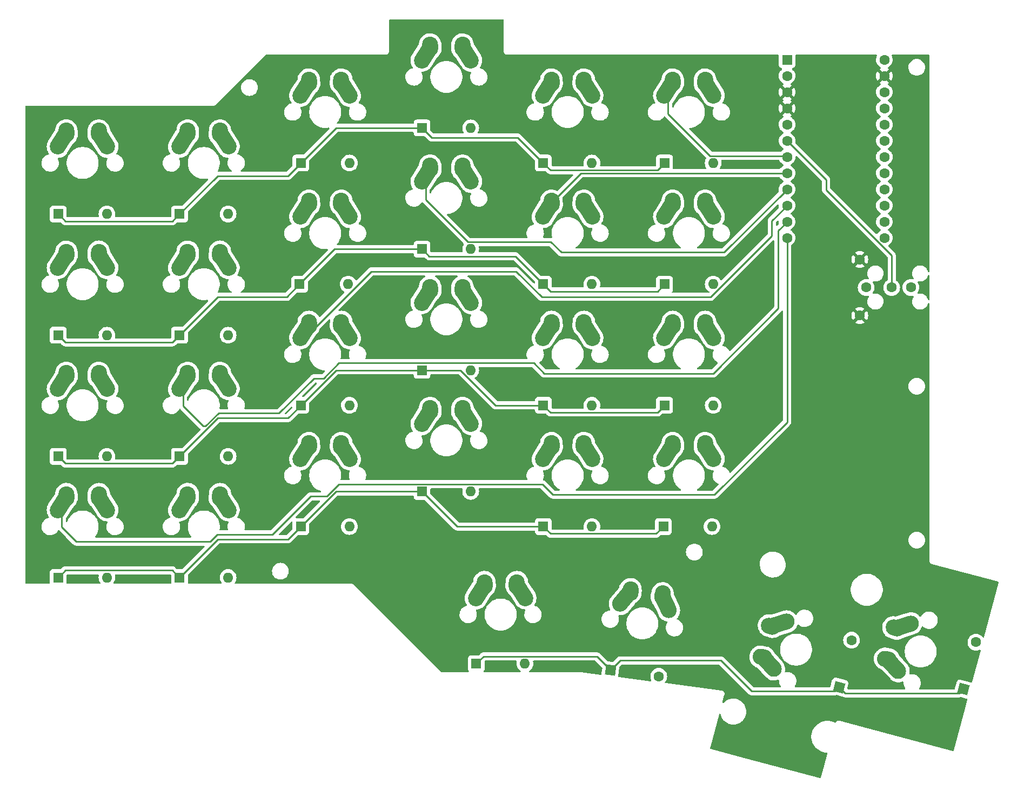
<source format=gbr>
%TF.GenerationSoftware,KiCad,Pcbnew,(6.0.2)*%
%TF.CreationDate,2022-03-02T20:59:57-08:00*%
%TF.ProjectId,CANDIEKEYBOARD,43414e44-4945-44b4-9559-424f4152442e,rev?*%
%TF.SameCoordinates,Original*%
%TF.FileFunction,Copper,L2,Bot*%
%TF.FilePolarity,Positive*%
%FSLAX46Y46*%
G04 Gerber Fmt 4.6, Leading zero omitted, Abs format (unit mm)*
G04 Created by KiCad (PCBNEW (6.0.2)) date 2022-03-02 20:59:57*
%MOMM*%
%LPD*%
G01*
G04 APERTURE LIST*
G04 Aperture macros list*
%AMHorizOval*
0 Thick line with rounded ends*
0 $1 width*
0 $2 $3 position (X,Y) of the first rounded end (center of the circle)*
0 $4 $5 position (X,Y) of the second rounded end (center of the circle)*
0 Add line between two ends*
20,1,$1,$2,$3,$4,$5,0*
0 Add two circle primitives to create the rounded ends*
1,1,$1,$2,$3*
1,1,$1,$4,$5*%
%AMRotRect*
0 Rectangle, with rotation*
0 The origin of the aperture is its center*
0 $1 length*
0 $2 width*
0 $3 Rotation angle, in degrees counterclockwise*
0 Add horizontal line*
21,1,$1,$2,0,0,$3*%
G04 Aperture macros list end*
%TA.AperFunction,ComponentPad*%
%ADD10R,1.600000X1.600000*%
%TD*%
%TA.AperFunction,ComponentPad*%
%ADD11C,1.600000*%
%TD*%
%TA.AperFunction,ComponentPad*%
%ADD12O,1.600000X1.600000*%
%TD*%
%TA.AperFunction,ComponentPad*%
%ADD13HorizOval,2.500000X-0.604462X-0.948815X0.604462X0.948815X0*%
%TD*%
%TA.AperFunction,ComponentPad*%
%ADD14HorizOval,2.500000X-0.019724X0.289328X0.019724X-0.289328X0*%
%TD*%
%TA.AperFunction,ComponentPad*%
%ADD15HorizOval,2.500000X-0.019724X-0.289328X0.019724X0.289328X0*%
%TD*%
%TA.AperFunction,ComponentPad*%
%ADD16HorizOval,2.500000X-0.604462X0.948815X0.604462X-0.948815X0*%
%TD*%
%TA.AperFunction,ComponentPad*%
%ADD17HorizOval,2.500000X-0.760039X0.829437X0.760039X-0.829437X0*%
%TD*%
%TA.AperFunction,ComponentPad*%
%ADD18HorizOval,2.500000X-0.284575X0.055831X0.284575X-0.055831X0*%
%TD*%
%TA.AperFunction,ComponentPad*%
%ADD19HorizOval,2.500000X-0.274365X0.093936X0.274365X-0.093936X0*%
%TD*%
%TA.AperFunction,ComponentPad*%
%ADD20HorizOval,2.500000X1.072932X0.338294X-1.072932X-0.338294X0*%
%TD*%
%TA.AperFunction,ComponentPad*%
%ADD21HorizOval,2.500000X-0.018209X-0.289428X0.018209X0.289428X0*%
%TD*%
%TA.AperFunction,ComponentPad*%
%ADD22HorizOval,2.500000X-0.723136X-0.861800X0.723136X0.861800X0*%
%TD*%
%TA.AperFunction,ComponentPad*%
%ADD23HorizOval,2.500000X-0.057321X-0.284279X0.057321X0.284279X0*%
%TD*%
%TA.AperFunction,ComponentPad*%
%ADD24HorizOval,2.500000X-0.475446X1.019596X0.475446X-1.019596X0*%
%TD*%
%TA.AperFunction,ComponentPad*%
%ADD25RotRect,1.600000X1.600000X352.500000*%
%TD*%
%TA.AperFunction,ComponentPad*%
%ADD26HorizOval,1.600000X0.000000X0.000000X0.000000X0.000000X0*%
%TD*%
%TA.AperFunction,ComponentPad*%
%ADD27RotRect,1.600000X1.600000X75.000000*%
%TD*%
%TA.AperFunction,ComponentPad*%
%ADD28HorizOval,1.600000X0.000000X0.000000X0.000000X0.000000X0*%
%TD*%
%TA.AperFunction,ViaPad*%
%ADD29C,0.400000*%
%TD*%
%TA.AperFunction,Conductor*%
%ADD30C,0.250000*%
%TD*%
G04 APERTURE END LIST*
D10*
%TO.P,U1,1,TX*%
%TO.N,unconnected-(U1-Pad1)*%
X150404039Y-37547239D03*
D11*
%TO.P,U1,2,RX*%
%TO.N,unconnected-(U1-Pad2)*%
X150404039Y-40087239D03*
%TO.P,U1,3,GND*%
%TO.N,GND*%
X150404039Y-42627239D03*
%TO.P,U1,4,GND*%
X150404039Y-45167239D03*
%TO.P,U1,5,SDA*%
%TO.N,unconnected-(U1-Pad5)*%
X150404039Y-47707239D03*
%TO.P,U1,6,SCL*%
%TO.N,Net-(U1-Pad6)*%
X150404039Y-50247239D03*
%TO.P,U1,7,D4*%
%TO.N,Net-(K12-Pad1)*%
X150404039Y-52787239D03*
%TO.P,U1,8,C6*%
%TO.N,Net-(K11-Pad1)*%
X150404039Y-55327239D03*
%TO.P,U1,9,D7*%
%TO.N,Net-(K10-Pad1)*%
X150404039Y-57867239D03*
%TO.P,U1,10,E6*%
%TO.N,Net-(K15-Pad1)*%
X150404039Y-60407239D03*
%TO.P,U1,11,B4*%
%TO.N,Net-(K14-Pad1)*%
X150404039Y-62947239D03*
%TO.P,U1,12,B5*%
%TO.N,Net-(K1-Pad1)*%
X150404039Y-65487239D03*
%TO.P,U1,13,B6*%
%TO.N,Net-(U1-Pad13)*%
X165644039Y-65487239D03*
%TO.P,U1,14,B2*%
%TO.N,Net-(U1-Pad14)*%
X165644039Y-62947239D03*
%TO.P,U1,15,B3*%
%TO.N,Net-(D13-Pad1)*%
X165644039Y-60407239D03*
%TO.P,U1,16,B1*%
%TO.N,Net-(D10-Pad1)*%
X165644039Y-57867239D03*
%TO.P,U1,17,F7*%
%TO.N,Net-(D1-Pad1)*%
X165644039Y-55327239D03*
%TO.P,U1,18,F6*%
%TO.N,unconnected-(U1-Pad18)*%
X165644039Y-52787239D03*
%TO.P,U1,19,F5*%
%TO.N,unconnected-(U1-Pad19)*%
X165644039Y-50247239D03*
%TO.P,U1,20,F4*%
%TO.N,HAND*%
X165644039Y-47707239D03*
%TO.P,U1,21,VCC*%
%TO.N,VCC*%
X165644039Y-45167239D03*
%TO.P,U1,22,RST*%
%TO.N,unconnected-(U1-Pad22)*%
X165644039Y-42627239D03*
%TO.P,U1,23,GND*%
%TO.N,GND*%
X165644039Y-40087239D03*
%TO.P,U1,24,RAW*%
%TO.N,unconnected-(U1-Pad24)*%
X165644039Y-37547239D03*
%TD*%
D12*
%TO.P,D6,2,A*%
%TO.N,Net-(D6-Pad2)*%
X138834039Y-53747239D03*
D10*
%TO.P,D6,1,K*%
%TO.N,Net-(D1-Pad1)*%
X131214039Y-53747239D03*
%TD*%
D13*
%TO.P,K8,1*%
%TO.N,Net-(K14-Pad1)*%
X55769039Y-69227239D03*
D14*
X56504039Y-67957239D03*
D15*
%TO.P,K8,2*%
%TO.N,Net-(D8-Pad2)*%
X61544039Y-67957239D03*
D16*
X62279039Y-69227239D03*
%TD*%
D17*
%TO.P,K28,1*%
%TO.N,Net-(K12-Pad1)*%
X167081524Y-132580285D03*
D18*
X166045030Y-131541629D03*
D19*
%TO.P,K28,2*%
%TO.N,Net-(D28-Pad2)*%
X167349478Y-126673363D03*
D20*
X168766436Y-126292107D03*
%TD*%
D10*
%TO.P,D25,1,K*%
%TO.N,Net-(U1-Pad13)*%
X101714039Y-132247239D03*
D12*
%TO.P,D25,2,A*%
%TO.N,Net-(D25-Pad2)*%
X109334039Y-132247239D03*
%TD*%
D14*
%TO.P,K24,1*%
%TO.N,Net-(K12-Pad1)*%
X132504039Y-97957239D03*
D13*
X131769039Y-99227239D03*
D16*
%TO.P,K24,2*%
%TO.N,Net-(D24-Pad2)*%
X138279039Y-99227239D03*
D15*
X137544039Y-97957239D03*
%TD*%
D21*
%TO.P,K26,1*%
%TO.N,Net-(K10-Pad1)*%
X125850818Y-120869292D03*
D22*
X124956338Y-122032490D03*
D23*
%TO.P,K26,2*%
%TO.N,Net-(D26-Pad2)*%
X130847701Y-121527144D03*
D24*
X131410644Y-122882216D03*
%TD*%
D12*
%TO.P,D9,2,A*%
%TO.N,Net-(D9-Pad2)*%
X81644039Y-72747239D03*
D10*
%TO.P,D9,1,K*%
%TO.N,Net-(D10-Pad1)*%
X74024039Y-72747239D03*
%TD*%
D13*
%TO.P,K7,1*%
%TO.N,Net-(K1-Pad1)*%
X36769039Y-69227239D03*
D14*
X37504039Y-67957239D03*
D15*
%TO.P,K7,2*%
%TO.N,Net-(D7-Pad2)*%
X42544039Y-67957239D03*
D16*
X43279039Y-69227239D03*
%TD*%
D12*
%TO.P,D24,2,A*%
%TO.N,Net-(D24-Pad2)*%
X138644039Y-110747239D03*
D10*
%TO.P,D24,1,K*%
%TO.N,Net-(U1-Pad14)*%
X131024039Y-110747239D03*
%TD*%
D25*
%TO.P,D26,1,K*%
%TO.N,Net-(U1-Pad13)*%
X122746634Y-133249935D03*
D26*
%TO.P,D26,2,A*%
%TO.N,Net-(D26-Pad2)*%
X130301444Y-134244545D03*
%TD*%
D12*
%TO.P,D16,2,A*%
%TO.N,Net-(D16-Pad2)*%
X100834039Y-86247239D03*
D10*
%TO.P,D16,1,K*%
%TO.N,Net-(D13-Pad1)*%
X93214039Y-86247239D03*
%TD*%
D12*
%TO.P,D2,2,A*%
%TO.N,Net-(D2-Pad2)*%
X62834039Y-61747239D03*
D10*
%TO.P,D2,1,K*%
%TO.N,Net-(D1-Pad1)*%
X55214039Y-61747239D03*
%TD*%
D12*
%TO.P,D5,2,A*%
%TO.N,Net-(D5-Pad2)*%
X119834039Y-53747239D03*
D10*
%TO.P,D5,1,K*%
%TO.N,Net-(D1-Pad1)*%
X112214039Y-53747239D03*
%TD*%
D13*
%TO.P,K20,1*%
%TO.N,Net-(K14-Pad1)*%
X55769039Y-107227239D03*
D14*
X56504039Y-105957239D03*
D15*
%TO.P,K20,2*%
%TO.N,Net-(D20-Pad2)*%
X61544039Y-105957239D03*
D16*
X62279039Y-107227239D03*
%TD*%
D14*
%TO.P,K14,1*%
%TO.N,Net-(K14-Pad1)*%
X56504039Y-86957239D03*
D13*
X55769039Y-88227239D03*
D16*
%TO.P,K14,2*%
%TO.N,Net-(D14-Pad2)*%
X62279039Y-88227239D03*
D15*
X61544039Y-86957239D03*
%TD*%
D11*
%TO.P,U2,1,Sleeve*%
%TO.N,GND*%
X161797878Y-77668749D03*
X161797878Y-68868749D03*
%TO.P,U2,2,Tip*%
%TO.N,VCC*%
X162797878Y-73268749D03*
%TO.P,U2,3,Ring1*%
%TO.N,Net-(U1-Pad6)*%
X166797878Y-73268749D03*
%TO.P,U2,4,Ring2*%
X169797878Y-73268749D03*
%TD*%
D13*
%TO.P,K12,1*%
%TO.N,Net-(K12-Pad1)*%
X131769039Y-61227239D03*
D14*
X132504039Y-59957239D03*
D15*
%TO.P,K12,2*%
%TO.N,Net-(D12-Pad2)*%
X137544039Y-59957239D03*
D16*
X138279039Y-61227239D03*
%TD*%
D12*
%TO.P,D18,2,A*%
%TO.N,Net-(D18-Pad2)*%
X138834039Y-91747239D03*
D10*
%TO.P,D18,1,K*%
%TO.N,Net-(D13-Pad1)*%
X131214039Y-91747239D03*
%TD*%
D12*
%TO.P,D1,2,A*%
%TO.N,Net-(D1-Pad2)*%
X43834039Y-61747239D03*
D10*
%TO.P,D1,1,K*%
%TO.N,Net-(D1-Pad1)*%
X36214039Y-61747239D03*
%TD*%
D12*
%TO.P,D8,2,A*%
%TO.N,Net-(D8-Pad2)*%
X62834039Y-80747239D03*
D10*
%TO.P,D8,1,K*%
%TO.N,Net-(D10-Pad1)*%
X55214039Y-80747239D03*
%TD*%
D12*
%TO.P,D12,2,A*%
%TO.N,Net-(D12-Pad2)*%
X138834039Y-72747239D03*
D10*
%TO.P,D12,1,K*%
%TO.N,Net-(D10-Pad1)*%
X131214039Y-72747239D03*
%TD*%
D12*
%TO.P,D22,2,A*%
%TO.N,Net-(D22-Pad2)*%
X100834039Y-105247239D03*
D10*
%TO.P,D22,1,K*%
%TO.N,Net-(U1-Pad14)*%
X93214039Y-105247239D03*
%TD*%
D14*
%TO.P,K17,1*%
%TO.N,Net-(K11-Pad1)*%
X113504039Y-78957239D03*
D13*
X112769039Y-80227239D03*
D16*
%TO.P,K17,2*%
%TO.N,Net-(D17-Pad2)*%
X119279039Y-80227239D03*
D15*
X118544039Y-78957239D03*
%TD*%
D12*
%TO.P,D20,2,A*%
%TO.N,Net-(D20-Pad2)*%
X62834039Y-118747239D03*
D10*
%TO.P,D20,1,K*%
%TO.N,Net-(U1-Pad14)*%
X55214039Y-118747239D03*
%TD*%
D12*
%TO.P,D4,2,A*%
%TO.N,Net-(D4-Pad2)*%
X100834039Y-48247239D03*
D10*
%TO.P,D4,1,K*%
%TO.N,Net-(D1-Pad1)*%
X93214039Y-48247239D03*
%TD*%
D12*
%TO.P,D13,2,A*%
%TO.N,Net-(D13-Pad2)*%
X43834039Y-99747239D03*
D10*
%TO.P,D13,1,K*%
%TO.N,Net-(D13-Pad1)*%
X36214039Y-99747239D03*
%TD*%
D12*
%TO.P,D23,2,A*%
%TO.N,Net-(D23-Pad2)*%
X119834039Y-110747239D03*
D10*
%TO.P,D23,1,K*%
%TO.N,Net-(U1-Pad14)*%
X112214039Y-110747239D03*
%TD*%
D12*
%TO.P,D21,2,A*%
%TO.N,Net-(D21-Pad2)*%
X81834039Y-110747239D03*
D10*
%TO.P,D21,1,K*%
%TO.N,Net-(U1-Pad14)*%
X74214039Y-110747239D03*
%TD*%
D12*
%TO.P,D17,2,A*%
%TO.N,Net-(D17-Pad2)*%
X119834039Y-91747239D03*
D10*
%TO.P,D17,1,K*%
%TO.N,Net-(D13-Pad1)*%
X112214039Y-91747239D03*
%TD*%
D14*
%TO.P,K3,1*%
%TO.N,Net-(K15-Pad1)*%
X75504039Y-40957239D03*
D13*
X74769039Y-42227239D03*
D16*
%TO.P,K3,2*%
%TO.N,Net-(D3-Pad2)*%
X81279039Y-42227239D03*
D15*
X80544039Y-40957239D03*
%TD*%
D12*
%TO.P,D15,2,A*%
%TO.N,Net-(D15-Pad2)*%
X81834039Y-91747239D03*
D10*
%TO.P,D15,1,K*%
%TO.N,Net-(D13-Pad1)*%
X74214039Y-91747239D03*
%TD*%
D13*
%TO.P,K11,1*%
%TO.N,Net-(K11-Pad1)*%
X112769039Y-61227239D03*
D14*
X113504039Y-59957239D03*
D15*
%TO.P,K11,2*%
%TO.N,Net-(D11-Pad2)*%
X118544039Y-59957239D03*
D16*
X119279039Y-61227239D03*
%TD*%
D14*
%TO.P,K10,1*%
%TO.N,Net-(K10-Pad1)*%
X94504039Y-54457239D03*
D13*
X93769039Y-55727239D03*
D15*
%TO.P,K10,2*%
%TO.N,Net-(D10-Pad2)*%
X99544039Y-54457239D03*
D16*
X100279039Y-55727239D03*
%TD*%
D13*
%TO.P,K22,1*%
%TO.N,Net-(K10-Pad1)*%
X93769039Y-93727239D03*
D14*
X94504039Y-92457239D03*
D15*
%TO.P,K22,2*%
%TO.N,Net-(D22-Pad2)*%
X99544039Y-92457239D03*
D16*
X100279039Y-93727239D03*
%TD*%
D12*
%TO.P,D14,2,A*%
%TO.N,Net-(D14-Pad2)*%
X62834039Y-99747239D03*
D10*
%TO.P,D14,1,K*%
%TO.N,Net-(D13-Pad1)*%
X55214039Y-99747239D03*
%TD*%
D13*
%TO.P,K6,1*%
%TO.N,Net-(K12-Pad1)*%
X131769039Y-42227239D03*
D14*
X132504039Y-40957239D03*
D15*
%TO.P,K6,2*%
%TO.N,Net-(D6-Pad2)*%
X137544039Y-40957239D03*
D16*
X138279039Y-42227239D03*
%TD*%
D14*
%TO.P,K25,1*%
%TO.N,Net-(K15-Pad1)*%
X103004039Y-119757239D03*
D13*
X102269039Y-121027239D03*
D16*
%TO.P,K25,2*%
%TO.N,Net-(D25-Pad2)*%
X108779039Y-121027239D03*
D15*
X108044039Y-119757239D03*
%TD*%
D12*
%TO.P,D3,2,A*%
%TO.N,Net-(D3-Pad2)*%
X81834039Y-53747239D03*
D10*
%TO.P,D3,1,K*%
%TO.N,Net-(D1-Pad1)*%
X74214039Y-53747239D03*
%TD*%
D13*
%TO.P,K13,1*%
%TO.N,Net-(K1-Pad1)*%
X36769039Y-88227239D03*
D14*
X37504039Y-86957239D03*
D15*
%TO.P,K13,2*%
%TO.N,Net-(D13-Pad2)*%
X42544039Y-86957239D03*
D16*
X43279039Y-88227239D03*
%TD*%
D14*
%TO.P,K1,1*%
%TO.N,Net-(K1-Pad1)*%
X37504039Y-48957239D03*
D13*
X36769039Y-50227239D03*
D16*
%TO.P,K1,2*%
%TO.N,Net-(D1-Pad2)*%
X43279039Y-50227239D03*
D15*
X42544039Y-48957239D03*
%TD*%
D13*
%TO.P,K2,1*%
%TO.N,Net-(K14-Pad1)*%
X55769039Y-50227239D03*
D14*
X56504039Y-48957239D03*
D16*
%TO.P,K2,2*%
%TO.N,Net-(D2-Pad2)*%
X62279039Y-50227239D03*
D15*
X61544039Y-48957239D03*
%TD*%
D12*
%TO.P,D11,2,A*%
%TO.N,Net-(D11-Pad2)*%
X119834039Y-72747239D03*
D10*
%TO.P,D11,1,K*%
%TO.N,Net-(D10-Pad1)*%
X112214039Y-72747239D03*
%TD*%
D13*
%TO.P,K9,1*%
%TO.N,Net-(K15-Pad1)*%
X74769039Y-61227239D03*
D14*
X75504039Y-59957239D03*
D16*
%TO.P,K9,2*%
%TO.N,Net-(D9-Pad2)*%
X81279039Y-61227239D03*
D15*
X80544039Y-59957239D03*
%TD*%
D27*
%TO.P,D28,1,K*%
%TO.N,Net-(U1-Pad13)*%
X178024039Y-136247239D03*
D28*
%TO.P,D28,2,A*%
%TO.N,Net-(D28-Pad2)*%
X179996240Y-128886884D03*
%TD*%
D12*
%TO.P,D19,2,A*%
%TO.N,Net-(D19-Pad2)*%
X43834039Y-118747239D03*
D10*
%TO.P,D19,1,K*%
%TO.N,Net-(U1-Pad14)*%
X36214039Y-118747239D03*
%TD*%
D13*
%TO.P,K4,1*%
%TO.N,Net-(K10-Pad1)*%
X93769039Y-36727239D03*
D14*
X94504039Y-35457239D03*
D16*
%TO.P,K4,2*%
%TO.N,Net-(D4-Pad2)*%
X100279039Y-36727239D03*
D15*
X99544039Y-35457239D03*
%TD*%
D27*
%TO.P,D27,1,K*%
%TO.N,Net-(U1-Pad13)*%
X158537939Y-135927417D03*
D28*
%TO.P,D27,2,A*%
%TO.N,Net-(D27-Pad2)*%
X160510140Y-128567062D03*
%TD*%
D14*
%TO.P,K5,1*%
%TO.N,Net-(K11-Pad1)*%
X113504039Y-40957239D03*
D13*
X112769039Y-42227239D03*
D16*
%TO.P,K5,2*%
%TO.N,Net-(D5-Pad2)*%
X119279039Y-42227239D03*
D15*
X118544039Y-40957239D03*
%TD*%
D18*
%TO.P,K27,1*%
%TO.N,Net-(K11-Pad1)*%
X146545030Y-131241629D03*
D17*
X147581524Y-132280285D03*
D19*
%TO.P,K27,2*%
%TO.N,Net-(D27-Pad2)*%
X147849478Y-126373363D03*
D20*
X149266436Y-125992107D03*
%TD*%
D13*
%TO.P,K23,1*%
%TO.N,Net-(K11-Pad1)*%
X112769039Y-99227239D03*
D14*
X113504039Y-97957239D03*
D15*
%TO.P,K23,2*%
%TO.N,Net-(D23-Pad2)*%
X118544039Y-97957239D03*
D16*
X119279039Y-99227239D03*
%TD*%
D12*
%TO.P,D10,2,A*%
%TO.N,Net-(D10-Pad2)*%
X100834039Y-67247239D03*
D10*
%TO.P,D10,1,K*%
%TO.N,Net-(D10-Pad1)*%
X93214039Y-67247239D03*
%TD*%
D14*
%TO.P,K21,1*%
%TO.N,Net-(K15-Pad1)*%
X75504039Y-97957239D03*
D13*
X74769039Y-99227239D03*
D16*
%TO.P,K21,2*%
%TO.N,Net-(D21-Pad2)*%
X81279039Y-99227239D03*
D15*
X80544039Y-97957239D03*
%TD*%
D13*
%TO.P,K16,1*%
%TO.N,Net-(K10-Pad1)*%
X93769039Y-74727239D03*
D14*
X94504039Y-73457239D03*
D15*
%TO.P,K16,2*%
%TO.N,Net-(D16-Pad2)*%
X99544039Y-73457239D03*
D16*
X100279039Y-74727239D03*
%TD*%
D13*
%TO.P,K18,1*%
%TO.N,Net-(K12-Pad1)*%
X131769039Y-80227239D03*
D14*
X132504039Y-78957239D03*
D16*
%TO.P,K18,2*%
%TO.N,Net-(D18-Pad2)*%
X138279039Y-80227239D03*
D15*
X137544039Y-78957239D03*
%TD*%
D14*
%TO.P,K19,1*%
%TO.N,Net-(K1-Pad1)*%
X37504039Y-105957239D03*
D13*
X36769039Y-107227239D03*
D15*
%TO.P,K19,2*%
%TO.N,Net-(D19-Pad2)*%
X42544039Y-105957239D03*
D16*
X43279039Y-107227239D03*
%TD*%
D14*
%TO.P,K15,1*%
%TO.N,Net-(K15-Pad1)*%
X75504039Y-78957239D03*
D13*
X74769039Y-80227239D03*
D15*
%TO.P,K15,2*%
%TO.N,Net-(D15-Pad2)*%
X80544039Y-78957239D03*
D16*
X81279039Y-80227239D03*
%TD*%
D12*
%TO.P,D7,2,A*%
%TO.N,Net-(D7-Pad2)*%
X43834039Y-80747239D03*
D10*
%TO.P,D7,1,K*%
%TO.N,Net-(D10-Pad1)*%
X36214039Y-80747239D03*
%TD*%
D29*
%TO.N,GND*%
X146024039Y-76747239D03*
X146024039Y-58747239D03*
X146024039Y-70747239D03*
X152324039Y-120847239D03*
X176074039Y-130347239D03*
X156574039Y-130047239D03*
X127724039Y-130697239D03*
X105524039Y-129297239D03*
X134024039Y-107497239D03*
X134024039Y-88497239D03*
X134024039Y-69497239D03*
X115024039Y-116997239D03*
X115024039Y-88497239D03*
X115024039Y-69497239D03*
X115024039Y-50497239D03*
X96024039Y-45747239D03*
X96024039Y-83747239D03*
X96024039Y-112247239D03*
X77024039Y-93247239D03*
X77024039Y-55247239D03*
X58024039Y-63247239D03*
X58024039Y-101247239D03*
X39024039Y-115497239D03*
X39024039Y-77497239D03*
%TD*%
D30*
%TO.N,GND*%
X146024039Y-70747239D02*
X146024039Y-76747239D01*
%TO.N,Net-(U1-Pad6)*%
X166797878Y-68231378D02*
X156524039Y-57957539D01*
X166797878Y-73268749D02*
X166797878Y-68231378D01*
X156524039Y-57957539D02*
X156524039Y-56367239D01*
X156524039Y-56367239D02*
X150404039Y-50247239D01*
%TO.N,Net-(U1-Pad13)*%
X122746634Y-133249935D02*
X120619427Y-131122728D01*
X120619427Y-131122728D02*
X102838550Y-131122728D01*
X102838550Y-131122728D02*
X101714039Y-132247239D01*
X144857414Y-136580614D02*
X140024039Y-131747239D01*
X158537939Y-135927417D02*
X157884742Y-136580614D01*
X157884742Y-136580614D02*
X144857414Y-136580614D01*
X140024039Y-131747239D02*
X124249330Y-131747239D01*
X124249330Y-131747239D02*
X122746634Y-133249935D01*
X178024039Y-136247239D02*
X177370842Y-136900436D01*
X177370842Y-136900436D02*
X159510958Y-136900436D01*
X159510958Y-136900436D02*
X158537939Y-135927417D01*
%TO.N,Net-(K12-Pad1)*%
X131769039Y-42227239D02*
X131769039Y-46023517D01*
X131769039Y-46023517D02*
X138368250Y-52622728D01*
X138368250Y-52622728D02*
X150239528Y-52622728D01*
X150239528Y-52622728D02*
X150404039Y-52787239D01*
%TO.N,Net-(K11-Pad1)*%
X113504039Y-59957239D02*
X118134039Y-55327239D01*
X118134039Y-55327239D02*
X150404039Y-55327239D01*
%TO.N,Net-(K10-Pad1)*%
X93769039Y-55727239D02*
X93769039Y-59492239D01*
X93769039Y-59492239D02*
X100399528Y-66122728D01*
X100399528Y-66122728D02*
X113399528Y-66122728D01*
X113399528Y-66122728D02*
X115024039Y-67747239D01*
X115024039Y-67747239D02*
X140524039Y-67747239D01*
X140524039Y-67747239D02*
X150404039Y-57867239D01*
%TO.N,Net-(K15-Pad1)*%
X74769039Y-80227239D02*
X75754339Y-80227239D01*
X75754339Y-80227239D02*
X85234339Y-70747239D01*
X148024039Y-65147539D02*
X148024039Y-62787239D01*
X85234339Y-70747239D02*
X107965017Y-70747239D01*
X107965017Y-70747239D02*
X111965017Y-74747239D01*
X148024039Y-62787239D02*
X150404039Y-60407239D01*
X111965017Y-74747239D02*
X138424339Y-74747239D01*
X138424339Y-74747239D02*
X148024039Y-65147539D01*
%TO.N,Net-(K14-Pad1)*%
X55769039Y-88227239D02*
X55769039Y-91841693D01*
X55769039Y-91841693D02*
X58951726Y-95024380D01*
X58951726Y-95024380D02*
X59301180Y-95024380D01*
X59301180Y-95024380D02*
X61352900Y-92972660D01*
X61352900Y-92972660D02*
X70798618Y-92972660D01*
X70798618Y-92972660D02*
X76246898Y-87524380D01*
X76246898Y-87524380D02*
X77801180Y-87524380D01*
X149024039Y-76560247D02*
X149024039Y-64327239D01*
X149024039Y-64327239D02*
X150404039Y-62947239D01*
X77801180Y-87524380D02*
X80202832Y-85122728D01*
X80202832Y-85122728D02*
X110724537Y-85122728D01*
X110724537Y-85122728D02*
X112349048Y-86747239D01*
X112349048Y-86747239D02*
X138837047Y-86747239D01*
X138837047Y-86747239D02*
X149024039Y-76560247D01*
%TO.N,Net-(K1-Pad1)*%
X80202833Y-104122728D02*
X112085017Y-104122728D01*
X78301181Y-106024380D02*
X80202833Y-104122728D01*
X112085017Y-104122728D02*
X113709528Y-105747239D01*
X69798618Y-111972660D02*
X75746898Y-106024380D01*
X113709528Y-105747239D02*
X139024039Y-105747239D01*
X61148072Y-111972660D02*
X69798618Y-111972660D01*
X60005072Y-113115660D02*
X61148072Y-111972660D01*
X39043006Y-113115660D02*
X60005072Y-113115660D01*
X75746898Y-106024380D02*
X78301181Y-106024380D01*
X36769039Y-110841693D02*
X39043006Y-113115660D01*
X36769039Y-107227239D02*
X36769039Y-110841693D01*
X139024039Y-105747239D02*
X150404039Y-94367239D01*
X150404039Y-94367239D02*
X150404039Y-65487239D01*
%TO.N,Net-(U1-Pad14)*%
X36214039Y-118747239D02*
X37338550Y-117622728D01*
X37338550Y-117622728D02*
X54089528Y-117622728D01*
X54089528Y-117622728D02*
X55214039Y-118747239D01*
%TO.N,Net-(D1-Pad1)*%
X112214039Y-53747239D02*
X113338550Y-54871750D01*
X113338550Y-54871750D02*
X130089528Y-54871750D01*
X130089528Y-54871750D02*
X131214039Y-53747239D01*
X93214039Y-48247239D02*
X94714039Y-49747239D01*
X94714039Y-49747239D02*
X108214039Y-49747239D01*
X108214039Y-49747239D02*
X112214039Y-53747239D01*
X74214039Y-53747239D02*
X79714039Y-48247239D01*
X79714039Y-48247239D02*
X93214039Y-48247239D01*
X74214039Y-53747239D02*
X72214039Y-55747239D01*
X72214039Y-55747239D02*
X61214039Y-55747239D01*
X61214039Y-55747239D02*
X55214039Y-61747239D01*
%TO.N,Net-(D10-Pad1)*%
X74024039Y-72747239D02*
X72024039Y-74747239D01*
X72024039Y-74747239D02*
X61214039Y-74747239D01*
X61214039Y-74747239D02*
X55214039Y-80747239D01*
%TO.N,Net-(D1-Pad1)*%
X36214039Y-61747239D02*
X37338550Y-62871750D01*
X37338550Y-62871750D02*
X54089528Y-62871750D01*
X54089528Y-62871750D02*
X55214039Y-61747239D01*
%TO.N,Net-(D10-Pad1)*%
X112214039Y-72747239D02*
X113338550Y-73871750D01*
X113338550Y-73871750D02*
X130089528Y-73871750D01*
X130089528Y-73871750D02*
X131214039Y-72747239D01*
X93214039Y-67247239D02*
X94338550Y-68371750D01*
X94338550Y-68371750D02*
X107838550Y-68371750D01*
X107838550Y-68371750D02*
X112214039Y-72747239D01*
X74024039Y-72747239D02*
X79524039Y-67247239D01*
X79524039Y-67247239D02*
X93214039Y-67247239D01*
X36214039Y-80747239D02*
X37338550Y-81871750D01*
X37338550Y-81871750D02*
X54089528Y-81871750D01*
X54089528Y-81871750D02*
X55214039Y-80747239D01*
%TO.N,Net-(D13-Pad1)*%
X112214039Y-91747239D02*
X113338550Y-92871750D01*
X113338550Y-92871750D02*
X130089528Y-92871750D01*
X130089528Y-92871750D02*
X131214039Y-91747239D01*
X93214039Y-86247239D02*
X99243739Y-86247239D01*
X99243739Y-86247239D02*
X104743739Y-91747239D01*
X104743739Y-91747239D02*
X112214039Y-91747239D01*
X74214039Y-91747239D02*
X79714039Y-86247239D01*
X79714039Y-86247239D02*
X93214039Y-86247239D01*
X55214039Y-99747239D02*
X61214039Y-93747239D01*
X61214039Y-93747239D02*
X72214039Y-93747239D01*
X72214039Y-93747239D02*
X74214039Y-91747239D01*
X36214039Y-99747239D02*
X37338550Y-100871750D01*
X37338550Y-100871750D02*
X54089528Y-100871750D01*
X54089528Y-100871750D02*
X55214039Y-99747239D01*
%TO.N,Net-(U1-Pad14)*%
X112214039Y-110747239D02*
X113338550Y-111871750D01*
X113338550Y-111871750D02*
X129899528Y-111871750D01*
X129899528Y-111871750D02*
X131024039Y-110747239D01*
X93214039Y-105247239D02*
X98714039Y-110747239D01*
X98714039Y-110747239D02*
X112214039Y-110747239D01*
X74214039Y-110747239D02*
X79714039Y-105247239D01*
X79714039Y-105247239D02*
X93214039Y-105247239D01*
X55214039Y-118747239D02*
X61214039Y-112747239D01*
X61214039Y-112747239D02*
X72214039Y-112747239D01*
X72214039Y-112747239D02*
X74214039Y-110747239D01*
%TD*%
%TA.AperFunction,Conductor*%
%TO.N,GND*%
G36*
X105958160Y-31275241D02*
G01*
X106004653Y-31328897D01*
X106016039Y-31381239D01*
X106016039Y-36236991D01*
X106016037Y-36237761D01*
X106015563Y-36315345D01*
X106018029Y-36323974D01*
X106018030Y-36323979D01*
X106023678Y-36343741D01*
X106027256Y-36360502D01*
X106030169Y-36380845D01*
X106030172Y-36380855D01*
X106031444Y-36389738D01*
X106042060Y-36413088D01*
X106048503Y-36430600D01*
X106055551Y-36455258D01*
X106071313Y-36480241D01*
X106079443Y-36495307D01*
X106091672Y-36522203D01*
X106108413Y-36541632D01*
X106119518Y-36556640D01*
X106133199Y-36578324D01*
X106139927Y-36584266D01*
X106155335Y-36597874D01*
X106167379Y-36610066D01*
X106186658Y-36632440D01*
X106194186Y-36637319D01*
X106194189Y-36637322D01*
X106208178Y-36646389D01*
X106223052Y-36657679D01*
X106242267Y-36674649D01*
X106250393Y-36678464D01*
X106250394Y-36678465D01*
X106256060Y-36681125D01*
X106269005Y-36687203D01*
X106283974Y-36695517D01*
X106308766Y-36711586D01*
X106317366Y-36714158D01*
X106333329Y-36718932D01*
X106350775Y-36725594D01*
X106373987Y-36736492D01*
X106403169Y-36741036D01*
X106419888Y-36744819D01*
X106439575Y-36750707D01*
X106439578Y-36750708D01*
X106448180Y-36753280D01*
X106457155Y-36753335D01*
X106457156Y-36753335D01*
X106463849Y-36753376D01*
X106482595Y-36753490D01*
X106483367Y-36753523D01*
X106484462Y-36753693D01*
X106515337Y-36753693D01*
X106516107Y-36753695D01*
X106589755Y-36754145D01*
X106589756Y-36754145D01*
X106593691Y-36754169D01*
X106595035Y-36753785D01*
X106596380Y-36753693D01*
X148969539Y-36753693D01*
X149037660Y-36773695D01*
X149084153Y-36827351D01*
X149095539Y-36879693D01*
X149095539Y-38395373D01*
X149102294Y-38457555D01*
X149153424Y-38593944D01*
X149240778Y-38710500D01*
X149357334Y-38797854D01*
X149493723Y-38848984D01*
X149504513Y-38850156D01*
X149506645Y-38851042D01*
X149509261Y-38851664D01*
X149509160Y-38852087D01*
X149570074Y-38877394D01*
X149610502Y-38935756D01*
X149612961Y-39006710D01*
X149576668Y-39067729D01*
X149568008Y-39074728D01*
X149564246Y-39077885D01*
X149559739Y-39081041D01*
X149397841Y-39242939D01*
X149394684Y-39247447D01*
X149394682Y-39247450D01*
X149361550Y-39294768D01*
X149266516Y-39430490D01*
X149264193Y-39435472D01*
X149264190Y-39435477D01*
X149192289Y-39589671D01*
X149169755Y-39637996D01*
X149168333Y-39643304D01*
X149168332Y-39643306D01*
X149133427Y-39773574D01*
X149110496Y-39859152D01*
X149090541Y-40087239D01*
X149110496Y-40315326D01*
X149111920Y-40320639D01*
X149111920Y-40320641D01*
X149165839Y-40521866D01*
X149169755Y-40536482D01*
X149172078Y-40541463D01*
X149172078Y-40541464D01*
X149264190Y-40739001D01*
X149264193Y-40739006D01*
X149266516Y-40743988D01*
X149397841Y-40931539D01*
X149559739Y-41093437D01*
X149564247Y-41096594D01*
X149564250Y-41096596D01*
X149636200Y-41146976D01*
X149747290Y-41224762D01*
X149752272Y-41227085D01*
X149752277Y-41227088D01*
X149787088Y-41243320D01*
X149840373Y-41290237D01*
X149859834Y-41358514D01*
X149839292Y-41426474D01*
X149787088Y-41471710D01*
X149752528Y-41487825D01*
X149743033Y-41493308D01*
X149690991Y-41529748D01*
X149682615Y-41540227D01*
X149689683Y-41553673D01*
X150391227Y-42255217D01*
X150405171Y-42262831D01*
X150407004Y-42262700D01*
X150413619Y-42258449D01*
X151119116Y-41552952D01*
X151125546Y-41541177D01*
X151116250Y-41529162D01*
X151065045Y-41493308D01*
X151055550Y-41487825D01*
X151020990Y-41471710D01*
X150967705Y-41424793D01*
X150948244Y-41356516D01*
X150968786Y-41288556D01*
X151020990Y-41243320D01*
X151055801Y-41227088D01*
X151055806Y-41227085D01*
X151060788Y-41224762D01*
X151171878Y-41146976D01*
X151243828Y-41096596D01*
X151243831Y-41096594D01*
X151248339Y-41093437D01*
X151410237Y-40931539D01*
X151541562Y-40743988D01*
X151543885Y-40739006D01*
X151543888Y-40739001D01*
X151636000Y-40541464D01*
X151636000Y-40541463D01*
X151638323Y-40536482D01*
X151642240Y-40521866D01*
X151696158Y-40320641D01*
X151696158Y-40320639D01*
X151697582Y-40315326D01*
X151717058Y-40092714D01*
X164331522Y-40092714D01*
X164350511Y-40309758D01*
X164352414Y-40320551D01*
X164408803Y-40531000D01*
X164412549Y-40541292D01*
X164504625Y-40738750D01*
X164510108Y-40748245D01*
X164546548Y-40800287D01*
X164557027Y-40808663D01*
X164570473Y-40801595D01*
X165272017Y-40100051D01*
X165278395Y-40088371D01*
X166008447Y-40088371D01*
X166008578Y-40090204D01*
X166012829Y-40096819D01*
X166718326Y-40802316D01*
X166730101Y-40808746D01*
X166742116Y-40799450D01*
X166777970Y-40748245D01*
X166783453Y-40738750D01*
X166875529Y-40541292D01*
X166879275Y-40531000D01*
X166935664Y-40320551D01*
X166937567Y-40309758D01*
X166956556Y-40092714D01*
X166956556Y-40081764D01*
X166937567Y-39864720D01*
X166935664Y-39853927D01*
X166879275Y-39643478D01*
X166875529Y-39633186D01*
X166783453Y-39435728D01*
X166777970Y-39426233D01*
X166741530Y-39374191D01*
X166731051Y-39365815D01*
X166717605Y-39372883D01*
X166016061Y-40074427D01*
X166008447Y-40088371D01*
X165278395Y-40088371D01*
X165279631Y-40086107D01*
X165279500Y-40084274D01*
X165275249Y-40077659D01*
X164569752Y-39372162D01*
X164557977Y-39365732D01*
X164545962Y-39375028D01*
X164510108Y-39426233D01*
X164504625Y-39435728D01*
X164412549Y-39633186D01*
X164408803Y-39643478D01*
X164352414Y-39853927D01*
X164350511Y-39864720D01*
X164331522Y-40081764D01*
X164331522Y-40092714D01*
X151717058Y-40092714D01*
X151717537Y-40087239D01*
X151697582Y-39859152D01*
X151674651Y-39773574D01*
X151639746Y-39643306D01*
X151639745Y-39643304D01*
X151638323Y-39637996D01*
X151615789Y-39589671D01*
X151543888Y-39435477D01*
X151543885Y-39435472D01*
X151541562Y-39430490D01*
X151446528Y-39294768D01*
X151413396Y-39247450D01*
X151413394Y-39247447D01*
X151410237Y-39242939D01*
X151248339Y-39081041D01*
X151243828Y-39077882D01*
X151239615Y-39074347D01*
X151240566Y-39073213D01*
X151200568Y-39023168D01*
X151193263Y-38952549D01*
X151225297Y-38889190D01*
X151286501Y-38853209D01*
X151303556Y-38850157D01*
X151314355Y-38848984D01*
X151450744Y-38797854D01*
X151567300Y-38710500D01*
X151654654Y-38593944D01*
X151705784Y-38457555D01*
X151712539Y-38395373D01*
X151712539Y-36879693D01*
X151732541Y-36811572D01*
X151786197Y-36765079D01*
X151838539Y-36753693D01*
X164372525Y-36753693D01*
X164440646Y-36773695D01*
X164487139Y-36827351D01*
X164497243Y-36897625D01*
X164486720Y-36932943D01*
X164409755Y-37097996D01*
X164408333Y-37103304D01*
X164408332Y-37103306D01*
X164379911Y-37209374D01*
X164350496Y-37319152D01*
X164330541Y-37547239D01*
X164350496Y-37775326D01*
X164351920Y-37780639D01*
X164351920Y-37780641D01*
X164404700Y-37977615D01*
X164409755Y-37996482D01*
X164412078Y-38001463D01*
X164412078Y-38001464D01*
X164504190Y-38199001D01*
X164504193Y-38199006D01*
X164506516Y-38203988D01*
X164637841Y-38391539D01*
X164799739Y-38553437D01*
X164804247Y-38556594D01*
X164804250Y-38556596D01*
X164806254Y-38557999D01*
X164987290Y-38684762D01*
X164992272Y-38687085D01*
X164992277Y-38687088D01*
X165027088Y-38703320D01*
X165080373Y-38750237D01*
X165099834Y-38818514D01*
X165079292Y-38886474D01*
X165027088Y-38931710D01*
X164992528Y-38947825D01*
X164983033Y-38953308D01*
X164930991Y-38989748D01*
X164922615Y-39000227D01*
X164929683Y-39013673D01*
X165631227Y-39715217D01*
X165645171Y-39722831D01*
X165647004Y-39722700D01*
X165653619Y-39718449D01*
X166359116Y-39012952D01*
X166365546Y-39001177D01*
X166356250Y-38989162D01*
X166305045Y-38953308D01*
X166295550Y-38947825D01*
X166260990Y-38931710D01*
X166207705Y-38884793D01*
X166188244Y-38816516D01*
X166208786Y-38748556D01*
X166212090Y-38745693D01*
X169411043Y-38745693D01*
X169430990Y-38973692D01*
X169470164Y-39119890D01*
X169488321Y-39187653D01*
X169490226Y-39194764D01*
X169492548Y-39199745D01*
X169492549Y-39199746D01*
X169584625Y-39397204D01*
X169584628Y-39397209D01*
X169586951Y-39402191D01*
X169590107Y-39406698D01*
X169590108Y-39406700D01*
X169712294Y-39581199D01*
X169718226Y-39589671D01*
X169880061Y-39751506D01*
X169884569Y-39754663D01*
X169884572Y-39754665D01*
X170041747Y-39864720D01*
X170067541Y-39882781D01*
X170072523Y-39885104D01*
X170072528Y-39885107D01*
X170232202Y-39959564D01*
X170274968Y-39979506D01*
X170280276Y-39980928D01*
X170280278Y-39980929D01*
X170320611Y-39991736D01*
X170496040Y-40038742D01*
X170724039Y-40058689D01*
X170952038Y-40038742D01*
X171127467Y-39991736D01*
X171167800Y-39980929D01*
X171167802Y-39980928D01*
X171173110Y-39979506D01*
X171215876Y-39959564D01*
X171375550Y-39885107D01*
X171375555Y-39885104D01*
X171380537Y-39882781D01*
X171406331Y-39864720D01*
X171563506Y-39754665D01*
X171563509Y-39754663D01*
X171568017Y-39751506D01*
X171729852Y-39589671D01*
X171735785Y-39581199D01*
X171857970Y-39406700D01*
X171857971Y-39406698D01*
X171861127Y-39402191D01*
X171863450Y-39397209D01*
X171863453Y-39397204D01*
X171955529Y-39199746D01*
X171955530Y-39199745D01*
X171957852Y-39194764D01*
X171959758Y-39187653D01*
X171977914Y-39119890D01*
X172017088Y-38973692D01*
X172037035Y-38745693D01*
X172017088Y-38517694D01*
X171957852Y-38296622D01*
X171929396Y-38235598D01*
X171863453Y-38094182D01*
X171863450Y-38094177D01*
X171861127Y-38089195D01*
X171835193Y-38052157D01*
X171733011Y-37906226D01*
X171733009Y-37906223D01*
X171729852Y-37901715D01*
X171568017Y-37739880D01*
X171563509Y-37736723D01*
X171563506Y-37736721D01*
X171385046Y-37611762D01*
X171385044Y-37611761D01*
X171380537Y-37608605D01*
X171375555Y-37606282D01*
X171375550Y-37606279D01*
X171178092Y-37514203D01*
X171178091Y-37514202D01*
X171173110Y-37511880D01*
X171167802Y-37510458D01*
X171167800Y-37510457D01*
X171098236Y-37491818D01*
X170952038Y-37452644D01*
X170724039Y-37432697D01*
X170496040Y-37452644D01*
X170349842Y-37491818D01*
X170280278Y-37510457D01*
X170280276Y-37510458D01*
X170274968Y-37511880D01*
X170269987Y-37514202D01*
X170269986Y-37514203D01*
X170072528Y-37606279D01*
X170072523Y-37606282D01*
X170067541Y-37608605D01*
X170063034Y-37611761D01*
X170063032Y-37611762D01*
X169884572Y-37736721D01*
X169884569Y-37736723D01*
X169880061Y-37739880D01*
X169718226Y-37901715D01*
X169715069Y-37906223D01*
X169715067Y-37906226D01*
X169612885Y-38052157D01*
X169586951Y-38089195D01*
X169584628Y-38094177D01*
X169584625Y-38094182D01*
X169518682Y-38235598D01*
X169490226Y-38296622D01*
X169430990Y-38517694D01*
X169411043Y-38745693D01*
X166212090Y-38745693D01*
X166260990Y-38703320D01*
X166295801Y-38687088D01*
X166295806Y-38687085D01*
X166300788Y-38684762D01*
X166481824Y-38557999D01*
X166483828Y-38556596D01*
X166483831Y-38556594D01*
X166488339Y-38553437D01*
X166650237Y-38391539D01*
X166781562Y-38203988D01*
X166783885Y-38199006D01*
X166783888Y-38199001D01*
X166876000Y-38001464D01*
X166876000Y-38001463D01*
X166878323Y-37996482D01*
X166883379Y-37977615D01*
X166936158Y-37780641D01*
X166936158Y-37780639D01*
X166937582Y-37775326D01*
X166957537Y-37547239D01*
X166937582Y-37319152D01*
X166908167Y-37209374D01*
X166879746Y-37103306D01*
X166879745Y-37103304D01*
X166878323Y-37097996D01*
X166801358Y-36932943D01*
X166790697Y-36862751D01*
X166819677Y-36797938D01*
X166879097Y-36759082D01*
X166915553Y-36753693D01*
X172590039Y-36753693D01*
X172658160Y-36773695D01*
X172704653Y-36827351D01*
X172716039Y-36879693D01*
X172716039Y-70722685D01*
X172696037Y-70790806D01*
X172642381Y-70837299D01*
X172572107Y-70847403D01*
X172507527Y-70817909D01*
X172469609Y-70759734D01*
X172458211Y-70722685D01*
X172417796Y-70591314D01*
X172396490Y-70550033D01*
X172317332Y-70396668D01*
X172317332Y-70396667D01*
X172314760Y-70391685D01*
X172178001Y-70213457D01*
X172011842Y-70062264D01*
X172007095Y-70059286D01*
X172007092Y-70059284D01*
X171826283Y-69945864D01*
X171821534Y-69942885D01*
X171613095Y-69859093D01*
X171393111Y-69813536D01*
X171388500Y-69813270D01*
X171388499Y-69813270D01*
X171337926Y-69810354D01*
X171337922Y-69810354D01*
X171336103Y-69810249D01*
X171190879Y-69810249D01*
X171188092Y-69810498D01*
X171188086Y-69810498D01*
X171117949Y-69816758D01*
X171024116Y-69825132D01*
X171018702Y-69826613D01*
X171018697Y-69826614D01*
X170904140Y-69857954D01*
X170807427Y-69884412D01*
X170802369Y-69886824D01*
X170802365Y-69886826D01*
X170706044Y-69932769D01*
X170604660Y-69981127D01*
X170422224Y-70112220D01*
X170374740Y-70161220D01*
X170275108Y-70264032D01*
X170265886Y-70273548D01*
X170140588Y-70460011D01*
X170050290Y-70665716D01*
X170048981Y-70671167D01*
X170048980Y-70671171D01*
X169999156Y-70878703D01*
X169997846Y-70884160D01*
X169984915Y-71108439D01*
X170011903Y-71331464D01*
X170077960Y-71546184D01*
X170080530Y-71551164D01*
X170080532Y-71551168D01*
X170178424Y-71740830D01*
X170180996Y-71745813D01*
X170184409Y-71750260D01*
X170184409Y-71750261D01*
X170216735Y-71792389D01*
X170242335Y-71858609D01*
X170228070Y-71928158D01*
X170178469Y-71978954D01*
X170109279Y-71994870D01*
X170084160Y-71990799D01*
X170031287Y-71976631D01*
X170031276Y-71976629D01*
X170025965Y-71975206D01*
X169797878Y-71955251D01*
X169569791Y-71975206D01*
X169564478Y-71976630D01*
X169564476Y-71976630D01*
X169353945Y-72033042D01*
X169353943Y-72033043D01*
X169348635Y-72034465D01*
X169343654Y-72036788D01*
X169343653Y-72036788D01*
X169146116Y-72128900D01*
X169146111Y-72128903D01*
X169141129Y-72131226D01*
X169101771Y-72158785D01*
X168958089Y-72259392D01*
X168958086Y-72259394D01*
X168953578Y-72262551D01*
X168791680Y-72424449D01*
X168788523Y-72428957D01*
X168788521Y-72428960D01*
X168767092Y-72459564D01*
X168660355Y-72612000D01*
X168658032Y-72616982D01*
X168658029Y-72616987D01*
X168585350Y-72772850D01*
X168563594Y-72819506D01*
X168562172Y-72824814D01*
X168562171Y-72824816D01*
X168519397Y-72984451D01*
X168504335Y-73040662D01*
X168484380Y-73268749D01*
X168504335Y-73496836D01*
X168505759Y-73502149D01*
X168505759Y-73502151D01*
X168556942Y-73693165D01*
X168563594Y-73717992D01*
X168565917Y-73722973D01*
X168565917Y-73722974D01*
X168658029Y-73920511D01*
X168658032Y-73920516D01*
X168660355Y-73925498D01*
X168713622Y-74001571D01*
X168787192Y-74106639D01*
X168791680Y-74113049D01*
X168953578Y-74274947D01*
X168958086Y-74278104D01*
X168958089Y-74278106D01*
X168967095Y-74284412D01*
X169141129Y-74406272D01*
X169146111Y-74408595D01*
X169146116Y-74408598D01*
X169269296Y-74466037D01*
X169348635Y-74503033D01*
X169353943Y-74504455D01*
X169353945Y-74504456D01*
X169564476Y-74560868D01*
X169564478Y-74560868D01*
X169569791Y-74562292D01*
X169797878Y-74582247D01*
X170025965Y-74562292D01*
X170031278Y-74560868D01*
X170031280Y-74560868D01*
X170085093Y-74546449D01*
X170156070Y-74548139D01*
X170214865Y-74587933D01*
X170242813Y-74653198D01*
X170231039Y-74723212D01*
X170222285Y-74738432D01*
X170143719Y-74855350D01*
X170143714Y-74855359D01*
X170140588Y-74860011D01*
X170050290Y-75065716D01*
X170048981Y-75071167D01*
X170048980Y-75071171D01*
X170005074Y-75254054D01*
X169997846Y-75284160D01*
X169996102Y-75314407D01*
X169985262Y-75502429D01*
X169984915Y-75508439D01*
X170011903Y-75731464D01*
X170077960Y-75946184D01*
X170080530Y-75951164D01*
X170080532Y-75951168D01*
X170145730Y-76077487D01*
X170180996Y-76145813D01*
X170317755Y-76324041D01*
X170483914Y-76475234D01*
X170488661Y-76478212D01*
X170488664Y-76478214D01*
X170617107Y-76558785D01*
X170674222Y-76594613D01*
X170882661Y-76678405D01*
X171102645Y-76723962D01*
X171107256Y-76724228D01*
X171107257Y-76724228D01*
X171157830Y-76727144D01*
X171157834Y-76727144D01*
X171159653Y-76727249D01*
X171304877Y-76727249D01*
X171307664Y-76727000D01*
X171307670Y-76727000D01*
X171377807Y-76720740D01*
X171471640Y-76712366D01*
X171477054Y-76710885D01*
X171477059Y-76710884D01*
X171608595Y-76674899D01*
X171688329Y-76653086D01*
X171693387Y-76650674D01*
X171693391Y-76650672D01*
X171810920Y-76594613D01*
X171891096Y-76556371D01*
X172073532Y-76425278D01*
X172181588Y-76313773D01*
X172225967Y-76267978D01*
X172225969Y-76267975D01*
X172229870Y-76263950D01*
X172355168Y-76077487D01*
X172445466Y-75871782D01*
X172467520Y-75779921D01*
X172502872Y-75718352D01*
X172565899Y-75685669D01*
X172636590Y-75692250D01*
X172692501Y-75736004D01*
X172716039Y-75809335D01*
X172716039Y-116062114D01*
X172715810Y-116065754D01*
X172714862Y-116069208D01*
X172715011Y-116078183D01*
X172716022Y-116139152D01*
X172716039Y-116141241D01*
X172716039Y-116170010D01*
X172716491Y-116173163D01*
X172716644Y-116176646D01*
X172717275Y-116214704D01*
X172723889Y-116236004D01*
X172728281Y-116255494D01*
X172731444Y-116277578D01*
X172745045Y-116307492D01*
X172750675Y-116322276D01*
X172757762Y-116345098D01*
X172760425Y-116353673D01*
X172772755Y-116372266D01*
X172782442Y-116389742D01*
X172791672Y-116410043D01*
X172797533Y-116416845D01*
X172813128Y-116434944D01*
X172822682Y-116447555D01*
X172835880Y-116467458D01*
X172835884Y-116467463D01*
X172840846Y-116474945D01*
X172847708Y-116480734D01*
X172847711Y-116480737D01*
X172857892Y-116489325D01*
X172872099Y-116503384D01*
X172886658Y-116520280D01*
X172904042Y-116531548D01*
X172914241Y-116538159D01*
X172926947Y-116547579D01*
X172945205Y-116562981D01*
X172945213Y-116562986D01*
X172952072Y-116568772D01*
X172972477Y-116577793D01*
X172990053Y-116587297D01*
X173008766Y-116599426D01*
X173017366Y-116601998D01*
X173017368Y-116601999D01*
X173041540Y-116609229D01*
X173047334Y-116611115D01*
X173049875Y-116612011D01*
X173054330Y-116613980D01*
X173082378Y-116621495D01*
X173085870Y-116622485D01*
X173115502Y-116631347D01*
X173148180Y-116641120D01*
X173154228Y-116641157D01*
X173161049Y-116642576D01*
X183485343Y-119408962D01*
X183545966Y-119445914D01*
X183576987Y-119509774D01*
X183574439Y-119563279D01*
X181291522Y-128083241D01*
X181289329Y-128091427D01*
X181252377Y-128152050D01*
X181188517Y-128183071D01*
X181118022Y-128174643D01*
X181064409Y-128131087D01*
X181005597Y-128047095D01*
X181005595Y-128047092D01*
X181002438Y-128042584D01*
X180840540Y-127880686D01*
X180836032Y-127877529D01*
X180836029Y-127877527D01*
X180731885Y-127804605D01*
X180652989Y-127749361D01*
X180648007Y-127747038D01*
X180648002Y-127747035D01*
X180450465Y-127654923D01*
X180450464Y-127654923D01*
X180445483Y-127652600D01*
X180440175Y-127651178D01*
X180440173Y-127651177D01*
X180229642Y-127594765D01*
X180229640Y-127594765D01*
X180224327Y-127593341D01*
X179996240Y-127573386D01*
X179768153Y-127593341D01*
X179762840Y-127594765D01*
X179762838Y-127594765D01*
X179552307Y-127651177D01*
X179552305Y-127651178D01*
X179546997Y-127652600D01*
X179542016Y-127654923D01*
X179542015Y-127654923D01*
X179344478Y-127747035D01*
X179344473Y-127747038D01*
X179339491Y-127749361D01*
X179260595Y-127804605D01*
X179156451Y-127877527D01*
X179156448Y-127877529D01*
X179151940Y-127880686D01*
X178990042Y-128042584D01*
X178986885Y-128047092D01*
X178986883Y-128047095D01*
X178960492Y-128084786D01*
X178858717Y-128230135D01*
X178856394Y-128235117D01*
X178856391Y-128235122D01*
X178783525Y-128391386D01*
X178761956Y-128437641D01*
X178760534Y-128442949D01*
X178760533Y-128442951D01*
X178727277Y-128567062D01*
X178702697Y-128658797D01*
X178682742Y-128886884D01*
X178702697Y-129114971D01*
X178704121Y-129120284D01*
X178704121Y-129120286D01*
X178730525Y-129218824D01*
X178761956Y-129336127D01*
X178764279Y-129341108D01*
X178764279Y-129341109D01*
X178856391Y-129538646D01*
X178856394Y-129538651D01*
X178858717Y-129543633D01*
X178932142Y-129648495D01*
X178969207Y-129701428D01*
X178990042Y-129731184D01*
X179151940Y-129893082D01*
X179156448Y-129896239D01*
X179156451Y-129896241D01*
X179193747Y-129922356D01*
X179339491Y-130024407D01*
X179344473Y-130026730D01*
X179344478Y-130026733D01*
X179542011Y-130118843D01*
X179546997Y-130121168D01*
X179552305Y-130122590D01*
X179552307Y-130122591D01*
X179762838Y-130179003D01*
X179762840Y-130179003D01*
X179768153Y-130180427D01*
X179996240Y-130200382D01*
X180224327Y-130180427D01*
X180229640Y-130179003D01*
X180229642Y-130179003D01*
X180440173Y-130122591D01*
X180440175Y-130122590D01*
X180445483Y-130121168D01*
X180450465Y-130118845D01*
X180450470Y-130118843D01*
X180543404Y-130075508D01*
X180613596Y-130064847D01*
X180678408Y-130093828D01*
X180717264Y-130153248D01*
X180718360Y-130222312D01*
X179401171Y-135138130D01*
X179364219Y-135198753D01*
X179300359Y-135229774D01*
X179233900Y-135222992D01*
X179185118Y-135204071D01*
X179185111Y-135204069D01*
X179181938Y-135202838D01*
X179178655Y-135201958D01*
X179178651Y-135201957D01*
X178568205Y-135038389D01*
X177543469Y-134763812D01*
X177481658Y-134754243D01*
X177336683Y-134768330D01*
X177201489Y-134822541D01*
X177194432Y-134828085D01*
X177194431Y-134828085D01*
X177142048Y-134869233D01*
X177086945Y-134912517D01*
X177002257Y-135031025D01*
X176979638Y-135089340D01*
X176978758Y-135092623D01*
X176978757Y-135092627D01*
X176924155Y-135296406D01*
X176693248Y-136158164D01*
X176689126Y-136173547D01*
X176652174Y-136234170D01*
X176588314Y-136265191D01*
X176567419Y-136266936D01*
X171200916Y-136266936D01*
X171132795Y-136246934D01*
X171086302Y-136193278D01*
X171076198Y-136123004D01*
X171099826Y-136065726D01*
X171168759Y-135973076D01*
X171223543Y-135865325D01*
X171270896Y-135772188D01*
X171270896Y-135772187D01*
X171273315Y-135767430D01*
X171337487Y-135560764D01*
X171340143Y-135552212D01*
X171340144Y-135552206D01*
X171341727Y-135547109D01*
X171359226Y-135415079D01*
X171371338Y-135323695D01*
X171371338Y-135323690D01*
X171372038Y-135318410D01*
X171369362Y-135247109D01*
X171366462Y-135169864D01*
X171363384Y-135087874D01*
X171316010Y-134862092D01*
X171304644Y-134833310D01*
X171247446Y-134688478D01*
X171231271Y-134647520D01*
X171121821Y-134467152D01*
X171114360Y-134454856D01*
X171114359Y-134454855D01*
X171111591Y-134450293D01*
X171026714Y-134352481D01*
X170963891Y-134280083D01*
X170963889Y-134280081D01*
X170960391Y-134276050D01*
X170807020Y-134150293D01*
X170786123Y-134133158D01*
X170786117Y-134133154D01*
X170781995Y-134129774D01*
X170581503Y-134015648D01*
X170576487Y-134013827D01*
X170576482Y-134013825D01*
X170369663Y-133938753D01*
X170369659Y-133938752D01*
X170364648Y-133936933D01*
X170359399Y-133935984D01*
X170359396Y-133935983D01*
X170141715Y-133896620D01*
X170141708Y-133896619D01*
X170137631Y-133895882D01*
X170119894Y-133895046D01*
X170114946Y-133894812D01*
X170114939Y-133894812D01*
X170113458Y-133894742D01*
X169951313Y-133894742D01*
X169884357Y-133900423D01*
X169784676Y-133908881D01*
X169784672Y-133908882D01*
X169779365Y-133909332D01*
X169717647Y-133925351D01*
X169646688Y-133923104D01*
X169588206Y-133882850D01*
X169560772Y-133817368D01*
X169563871Y-133772378D01*
X169577051Y-133720480D01*
X169577052Y-133720473D01*
X169578204Y-133715938D01*
X169582904Y-133669267D01*
X169595941Y-133539786D01*
X169604390Y-133455883D01*
X169603706Y-133441632D01*
X169596957Y-133301130D01*
X169591850Y-133194814D01*
X169540859Y-132938465D01*
X169452537Y-132692470D01*
X169367427Y-132534072D01*
X169331040Y-132466351D01*
X169331038Y-132466348D01*
X169328826Y-132462231D01*
X169326029Y-132458485D01*
X169200177Y-132289948D01*
X169200174Y-132289944D01*
X169198283Y-132287412D01*
X169196148Y-132285082D01*
X169196143Y-132285076D01*
X167973612Y-130950919D01*
X167949808Y-130913301D01*
X167910893Y-130817705D01*
X167909130Y-130813374D01*
X167906749Y-130809356D01*
X167906746Y-130809350D01*
X167778271Y-130592544D01*
X167778269Y-130592541D01*
X167775885Y-130588518D01*
X167707628Y-130504677D01*
X168821639Y-130504677D01*
X168861103Y-130817069D01*
X168939409Y-131122052D01*
X168940862Y-131125721D01*
X168940862Y-131125722D01*
X168945409Y-131137206D01*
X169055323Y-131414816D01*
X169057225Y-131418275D01*
X169057226Y-131418278D01*
X169183720Y-131648369D01*
X169207015Y-131690743D01*
X169233940Y-131727802D01*
X169369831Y-131914840D01*
X169392094Y-131945483D01*
X169607641Y-132175017D01*
X169850257Y-132375726D01*
X169916309Y-132417644D01*
X170101335Y-132535065D01*
X170116115Y-132544445D01*
X170119694Y-132546129D01*
X170119701Y-132546133D01*
X170397433Y-132676823D01*
X170397437Y-132676825D01*
X170401023Y-132678512D01*
X170404795Y-132679738D01*
X170404796Y-132679738D01*
X170468929Y-132700576D01*
X170700487Y-132775814D01*
X171009785Y-132834816D01*
X171103339Y-132840702D01*
X171243397Y-132849514D01*
X171243413Y-132849515D01*
X171245392Y-132849639D01*
X171402686Y-132849639D01*
X171404665Y-132849515D01*
X171404681Y-132849514D01*
X171544739Y-132840702D01*
X171638293Y-132834816D01*
X171947591Y-132775814D01*
X172179149Y-132700576D01*
X172243282Y-132679738D01*
X172243283Y-132679738D01*
X172247055Y-132678512D01*
X172250641Y-132676825D01*
X172250645Y-132676823D01*
X172528377Y-132546133D01*
X172528384Y-132546129D01*
X172531963Y-132544445D01*
X172546744Y-132535065D01*
X172731769Y-132417644D01*
X172797821Y-132375726D01*
X173040437Y-132175017D01*
X173255984Y-131945483D01*
X173278248Y-131914840D01*
X173414138Y-131727802D01*
X173441063Y-131690743D01*
X173464359Y-131648369D01*
X173590852Y-131418278D01*
X173590853Y-131418275D01*
X173592755Y-131414816D01*
X173702669Y-131137206D01*
X173707216Y-131125722D01*
X173707216Y-131125721D01*
X173708669Y-131122052D01*
X173786975Y-130817069D01*
X173826439Y-130504677D01*
X173826439Y-130189801D01*
X173786975Y-129877409D01*
X173708669Y-129572426D01*
X173704285Y-129561352D01*
X173670865Y-129476945D01*
X173592755Y-129279662D01*
X173588777Y-129272426D01*
X173442972Y-129007207D01*
X173442970Y-129007204D01*
X173441063Y-129003735D01*
X173255984Y-128748995D01*
X173040437Y-128519461D01*
X172797821Y-128318752D01*
X172564565Y-128170723D01*
X172535310Y-128152157D01*
X172535309Y-128152157D01*
X172531963Y-128150033D01*
X172528384Y-128148349D01*
X172528377Y-128148345D01*
X172250645Y-128017655D01*
X172250641Y-128017653D01*
X172247055Y-128015966D01*
X171947591Y-127918664D01*
X171638293Y-127859662D01*
X171544739Y-127853776D01*
X171404681Y-127844964D01*
X171404665Y-127844963D01*
X171402686Y-127844839D01*
X171245392Y-127844839D01*
X171243413Y-127844963D01*
X171243397Y-127844964D01*
X171103339Y-127853776D01*
X171009785Y-127859662D01*
X170700487Y-127918664D01*
X170401023Y-128015966D01*
X170397437Y-128017653D01*
X170397433Y-128017655D01*
X170119701Y-128148345D01*
X170119694Y-128148349D01*
X170116115Y-128150033D01*
X170112769Y-128152157D01*
X170112768Y-128152157D01*
X170083513Y-128170723D01*
X169850257Y-128318752D01*
X169607641Y-128519461D01*
X169392094Y-128748995D01*
X169207015Y-129003735D01*
X169205108Y-129007204D01*
X169205106Y-129007207D01*
X169059301Y-129272426D01*
X169055323Y-129279662D01*
X168977213Y-129476945D01*
X168943794Y-129561352D01*
X168939409Y-129572426D01*
X168861103Y-129877409D01*
X168821639Y-130189801D01*
X168821639Y-130504677D01*
X167707628Y-130504677D01*
X167610868Y-130385826D01*
X167529602Y-130311750D01*
X167421159Y-130212902D01*
X167421157Y-130212901D01*
X167417703Y-130209752D01*
X167371857Y-130179003D01*
X167204518Y-130066769D01*
X167204515Y-130066767D01*
X167200635Y-130064165D01*
X166964433Y-129952260D01*
X166865698Y-129922356D01*
X166758650Y-129889934D01*
X166758644Y-129889933D01*
X166755618Y-129889016D01*
X166752524Y-129888409D01*
X166752516Y-129888407D01*
X166036184Y-129747870D01*
X166036182Y-129747870D01*
X166033890Y-129747420D01*
X165931175Y-129735081D01*
X165845079Y-129724738D01*
X165845073Y-129724738D01*
X165840447Y-129724182D01*
X165835787Y-129724316D01*
X165835782Y-129724316D01*
X165718292Y-129727701D01*
X165579185Y-129731709D01*
X165574591Y-129732532D01*
X165574586Y-129732532D01*
X165326505Y-129776945D01*
X165326499Y-129776947D01*
X165321905Y-129777769D01*
X165317486Y-129779260D01*
X165317480Y-129779262D01*
X165148720Y-129836221D01*
X165074260Y-129861352D01*
X165021503Y-129888407D01*
X164899636Y-129950904D01*
X164841688Y-129980621D01*
X164629301Y-130132957D01*
X164570745Y-130189801D01*
X164464908Y-130292544D01*
X164441763Y-130315012D01*
X164384956Y-130389447D01*
X164287558Y-130517069D01*
X164283194Y-130522787D01*
X164280939Y-130526881D01*
X164280938Y-130526882D01*
X164172222Y-130724230D01*
X164157079Y-130751718D01*
X164066186Y-130996775D01*
X164065227Y-131001347D01*
X164014587Y-131242697D01*
X164012514Y-131252575D01*
X164012241Y-131257235D01*
X164012241Y-131257237D01*
X164011843Y-131264032D01*
X163997241Y-131513499D01*
X163997660Y-131518147D01*
X163997660Y-131518153D01*
X164016556Y-131727802D01*
X164020703Y-131773815D01*
X164082384Y-132027802D01*
X164180930Y-132269884D01*
X164183311Y-132273902D01*
X164183314Y-132273908D01*
X164305820Y-132480641D01*
X164314175Y-132494740D01*
X164479192Y-132697432D01*
X164482640Y-132700575D01*
X164482641Y-132700576D01*
X164629911Y-132834816D01*
X164672356Y-132873506D01*
X164676243Y-132876113D01*
X164876257Y-133010261D01*
X164889425Y-133019093D01*
X164893649Y-133021094D01*
X165081684Y-133110179D01*
X165125627Y-133130998D01*
X165187373Y-133149699D01*
X165196951Y-133152600D01*
X165253325Y-133188066D01*
X166589889Y-134646669D01*
X166634333Y-134688478D01*
X166722771Y-134771671D01*
X166731800Y-134780165D01*
X166750597Y-134793205D01*
X166942722Y-134926487D01*
X166942725Y-134926489D01*
X166946554Y-134929145D01*
X166950737Y-134931208D01*
X166950739Y-134931209D01*
X167176784Y-135042683D01*
X167176788Y-135042684D01*
X167180970Y-135044747D01*
X167429898Y-135124429D01*
X167687870Y-135166443D01*
X167801621Y-135167932D01*
X167944541Y-135169803D01*
X167944544Y-135169803D01*
X167949218Y-135169864D01*
X168208201Y-135134618D01*
X168239045Y-135125628D01*
X168334487Y-135097809D01*
X168459130Y-135061479D01*
X168463380Y-135059520D01*
X168463390Y-135059516D01*
X168469047Y-135056908D01*
X168539284Y-135046556D01*
X168603969Y-135075821D01*
X168642563Y-135135411D01*
X168646012Y-135179186D01*
X168647390Y-135179251D01*
X168647138Y-135184590D01*
X168646438Y-135189874D01*
X168646638Y-135195204D01*
X168646638Y-135195205D01*
X168648657Y-135248995D01*
X168655092Y-135420410D01*
X168702466Y-135646192D01*
X168787205Y-135860764D01*
X168906885Y-136057991D01*
X168910382Y-136062021D01*
X168913527Y-136066334D01*
X168911513Y-136067803D01*
X168936733Y-136122863D01*
X168926709Y-136193148D01*
X168880277Y-136246857D01*
X168812036Y-136266936D01*
X159965831Y-136266936D01*
X159897710Y-136246934D01*
X159851217Y-136193278D01*
X159841113Y-136123004D01*
X159844124Y-136108325D01*
X159966622Y-135651153D01*
X160021366Y-135446847D01*
X160030935Y-135385036D01*
X160016848Y-135240061D01*
X159962637Y-135104867D01*
X159950052Y-135088845D01*
X159904633Y-135031025D01*
X159872661Y-134990323D01*
X159754153Y-134905635D01*
X159695838Y-134883016D01*
X159692555Y-134882136D01*
X159692551Y-134882135D01*
X159082105Y-134718567D01*
X158057369Y-134443990D01*
X157995558Y-134434421D01*
X157850583Y-134448508D01*
X157715389Y-134502719D01*
X157600845Y-134592695D01*
X157516157Y-134711203D01*
X157493538Y-134769518D01*
X157492658Y-134772801D01*
X157492657Y-134772805D01*
X157425431Y-135023695D01*
X157210894Y-135824362D01*
X157203026Y-135853725D01*
X157166074Y-135914348D01*
X157102214Y-135945369D01*
X157081319Y-135947114D01*
X151715664Y-135947114D01*
X151647543Y-135927112D01*
X151601050Y-135873456D01*
X151590946Y-135803182D01*
X151614574Y-135745903D01*
X151668759Y-135673076D01*
X151723546Y-135565319D01*
X151770896Y-135472188D01*
X151770896Y-135472187D01*
X151773315Y-135467430D01*
X151821243Y-135313079D01*
X151840143Y-135252212D01*
X151840144Y-135252206D01*
X151841727Y-135247109D01*
X151862703Y-135088845D01*
X151871338Y-135023695D01*
X151871338Y-135023690D01*
X151872038Y-135018410D01*
X151869890Y-134961175D01*
X151866462Y-134869864D01*
X151863384Y-134787874D01*
X151816010Y-134562092D01*
X151783191Y-134478988D01*
X151733230Y-134352481D01*
X151731271Y-134347520D01*
X151611591Y-134150293D01*
X151591495Y-134127134D01*
X151463891Y-133980083D01*
X151463889Y-133980081D01*
X151460391Y-133976050D01*
X151414904Y-133938753D01*
X151286123Y-133833158D01*
X151286117Y-133833154D01*
X151281995Y-133829774D01*
X151081503Y-133715648D01*
X151076487Y-133713827D01*
X151076482Y-133713825D01*
X150869663Y-133638753D01*
X150869659Y-133638752D01*
X150864648Y-133636933D01*
X150859399Y-133635984D01*
X150859396Y-133635983D01*
X150641715Y-133596620D01*
X150641708Y-133596619D01*
X150637631Y-133595882D01*
X150619894Y-133595046D01*
X150614946Y-133594812D01*
X150614939Y-133594812D01*
X150613458Y-133594742D01*
X150451313Y-133594742D01*
X150384357Y-133600423D01*
X150284676Y-133608881D01*
X150284672Y-133608882D01*
X150279365Y-133609332D01*
X150217647Y-133625351D01*
X150146688Y-133623104D01*
X150088206Y-133582850D01*
X150060772Y-133517368D01*
X150063871Y-133472378D01*
X150077051Y-133420480D01*
X150077052Y-133420473D01*
X150078204Y-133415938D01*
X150079514Y-133402935D01*
X150101149Y-133188066D01*
X150104390Y-133155883D01*
X150101932Y-133104696D01*
X150094526Y-132950523D01*
X150091850Y-132894814D01*
X150040859Y-132638465D01*
X149952537Y-132392470D01*
X149871560Y-132241764D01*
X149831040Y-132166351D01*
X149831038Y-132166348D01*
X149828826Y-132162231D01*
X149826029Y-132158485D01*
X149700177Y-131989948D01*
X149700174Y-131989944D01*
X149698283Y-131987412D01*
X149696148Y-131985082D01*
X149696143Y-131985076D01*
X148473612Y-130650919D01*
X148449808Y-130613301D01*
X148410893Y-130517705D01*
X148409130Y-130513374D01*
X148406749Y-130509356D01*
X148406746Y-130509350D01*
X148278271Y-130292544D01*
X148278269Y-130292541D01*
X148275885Y-130288518D01*
X148207628Y-130204677D01*
X149321639Y-130204677D01*
X149361103Y-130517069D01*
X149439409Y-130822052D01*
X149555323Y-131114816D01*
X149557225Y-131118275D01*
X149557226Y-131118278D01*
X149673360Y-131329524D01*
X149707015Y-131390743D01*
X149892094Y-131645483D01*
X150107641Y-131875017D01*
X150350257Y-132075726D01*
X150616115Y-132244445D01*
X150619694Y-132246129D01*
X150619701Y-132246133D01*
X150897433Y-132376823D01*
X150897437Y-132376825D01*
X150901023Y-132378512D01*
X150904795Y-132379738D01*
X150904796Y-132379738D01*
X150968929Y-132400576D01*
X151200487Y-132475814D01*
X151509785Y-132534816D01*
X151603339Y-132540702D01*
X151743397Y-132549514D01*
X151743413Y-132549515D01*
X151745392Y-132549639D01*
X151902686Y-132549639D01*
X151904665Y-132549515D01*
X151904681Y-132549514D01*
X152044739Y-132540702D01*
X152138293Y-132534816D01*
X152447591Y-132475814D01*
X152679149Y-132400576D01*
X152743282Y-132379738D01*
X152743283Y-132379738D01*
X152747055Y-132378512D01*
X152750641Y-132376825D01*
X152750645Y-132376823D01*
X153028377Y-132246133D01*
X153028384Y-132246129D01*
X153031963Y-132244445D01*
X153297821Y-132075726D01*
X153540437Y-131875017D01*
X153755984Y-131645483D01*
X153941063Y-131390743D01*
X153974719Y-131329524D01*
X154090852Y-131118278D01*
X154090853Y-131118275D01*
X154092755Y-131114816D01*
X154208669Y-130822052D01*
X154286975Y-130517069D01*
X154326439Y-130204677D01*
X154326439Y-129889801D01*
X154286975Y-129577409D01*
X154208669Y-129272426D01*
X154092755Y-128979662D01*
X153988306Y-128789669D01*
X153942972Y-128707207D01*
X153942970Y-128707204D01*
X153941063Y-128703735D01*
X153841764Y-128567062D01*
X159196642Y-128567062D01*
X159216597Y-128795149D01*
X159218021Y-128800462D01*
X159218021Y-128800464D01*
X159267022Y-128983335D01*
X159275856Y-129016305D01*
X159278179Y-129021286D01*
X159278179Y-129021287D01*
X159370291Y-129218824D01*
X159370294Y-129218829D01*
X159372617Y-129223811D01*
X159503942Y-129411362D01*
X159665840Y-129573260D01*
X159670348Y-129576417D01*
X159670351Y-129576419D01*
X159748529Y-129631160D01*
X159853391Y-129704585D01*
X159858373Y-129706908D01*
X159858378Y-129706911D01*
X160013537Y-129779262D01*
X160060897Y-129801346D01*
X160066205Y-129802768D01*
X160066207Y-129802769D01*
X160276738Y-129859181D01*
X160276740Y-129859181D01*
X160282053Y-129860605D01*
X160510140Y-129880560D01*
X160738227Y-129860605D01*
X160743540Y-129859181D01*
X160743542Y-129859181D01*
X160954073Y-129802769D01*
X160954075Y-129802768D01*
X160959383Y-129801346D01*
X161006743Y-129779262D01*
X161161902Y-129706911D01*
X161161907Y-129706908D01*
X161166889Y-129704585D01*
X161271751Y-129631160D01*
X161349929Y-129576419D01*
X161349932Y-129576417D01*
X161354440Y-129573260D01*
X161516338Y-129411362D01*
X161647663Y-129223811D01*
X161649986Y-129218829D01*
X161649989Y-129218824D01*
X161742101Y-129021287D01*
X161742101Y-129021286D01*
X161744424Y-129016305D01*
X161753259Y-128983335D01*
X161802259Y-128800464D01*
X161802259Y-128800462D01*
X161803683Y-128795149D01*
X161823638Y-128567062D01*
X161803683Y-128338975D01*
X161797696Y-128316630D01*
X161745847Y-128123129D01*
X161745846Y-128123127D01*
X161744424Y-128117819D01*
X161709342Y-128042584D01*
X161649989Y-127915300D01*
X161649986Y-127915295D01*
X161647663Y-127910313D01*
X161554695Y-127777541D01*
X161519497Y-127727273D01*
X161519495Y-127727270D01*
X161516338Y-127722762D01*
X161354440Y-127560864D01*
X161349932Y-127557707D01*
X161349929Y-127557705D01*
X161271751Y-127502964D01*
X161166889Y-127429539D01*
X161161907Y-127427216D01*
X161161902Y-127427213D01*
X160964365Y-127335101D01*
X160964364Y-127335101D01*
X160959383Y-127332778D01*
X160954075Y-127331356D01*
X160954073Y-127331355D01*
X160743542Y-127274943D01*
X160743540Y-127274943D01*
X160738227Y-127273519D01*
X160510140Y-127253564D01*
X160282053Y-127273519D01*
X160276740Y-127274943D01*
X160276738Y-127274943D01*
X160066207Y-127331355D01*
X160066205Y-127331356D01*
X160060897Y-127332778D01*
X160055916Y-127335101D01*
X160055915Y-127335101D01*
X159858378Y-127427213D01*
X159858373Y-127427216D01*
X159853391Y-127429539D01*
X159748529Y-127502964D01*
X159670351Y-127557705D01*
X159670348Y-127557707D01*
X159665840Y-127560864D01*
X159503942Y-127722762D01*
X159500785Y-127727270D01*
X159500783Y-127727273D01*
X159465585Y-127777541D01*
X159372617Y-127910313D01*
X159370294Y-127915295D01*
X159370291Y-127915300D01*
X159310938Y-128042584D01*
X159275856Y-128117819D01*
X159274434Y-128123127D01*
X159274433Y-128123129D01*
X159222584Y-128316630D01*
X159216597Y-128338975D01*
X159196642Y-128567062D01*
X153841764Y-128567062D01*
X153807180Y-128519461D01*
X153758312Y-128452199D01*
X153758311Y-128452197D01*
X153755984Y-128448995D01*
X153540437Y-128219461D01*
X153297821Y-128018752D01*
X153047136Y-127859662D01*
X153035310Y-127852157D01*
X153035309Y-127852157D01*
X153031963Y-127850033D01*
X153028384Y-127848349D01*
X153028377Y-127848345D01*
X152750645Y-127717655D01*
X152750641Y-127717653D01*
X152747055Y-127715966D01*
X152447591Y-127618664D01*
X152138293Y-127559662D01*
X152044739Y-127553776D01*
X151904681Y-127544964D01*
X151904665Y-127544963D01*
X151902686Y-127544839D01*
X151745392Y-127544839D01*
X151743413Y-127544963D01*
X151743397Y-127544964D01*
X151603339Y-127553776D01*
X151509785Y-127559662D01*
X151200487Y-127618664D01*
X150901023Y-127715966D01*
X150897437Y-127717653D01*
X150897433Y-127717655D01*
X150619701Y-127848345D01*
X150619694Y-127848349D01*
X150616115Y-127850033D01*
X150612769Y-127852157D01*
X150612768Y-127852157D01*
X150600942Y-127859662D01*
X150350257Y-128018752D01*
X150107641Y-128219461D01*
X149892094Y-128448995D01*
X149889767Y-128452197D01*
X149889766Y-128452199D01*
X149840898Y-128519461D01*
X149707015Y-128703735D01*
X149705108Y-128707204D01*
X149705106Y-128707207D01*
X149659772Y-128789669D01*
X149555323Y-128979662D01*
X149439409Y-129272426D01*
X149361103Y-129577409D01*
X149321639Y-129889801D01*
X149321639Y-130204677D01*
X148207628Y-130204677D01*
X148110868Y-130085826D01*
X148107419Y-130082682D01*
X147921159Y-129912902D01*
X147921157Y-129912901D01*
X147917703Y-129909752D01*
X147843310Y-129859857D01*
X147704518Y-129766769D01*
X147704515Y-129766767D01*
X147700635Y-129764165D01*
X147464433Y-129652260D01*
X147368021Y-129623060D01*
X147258650Y-129589934D01*
X147258644Y-129589933D01*
X147255618Y-129589016D01*
X147252524Y-129588409D01*
X147252516Y-129588407D01*
X146536184Y-129447870D01*
X146536182Y-129447870D01*
X146533890Y-129447420D01*
X146435937Y-129435653D01*
X146345079Y-129424738D01*
X146345073Y-129424738D01*
X146340447Y-129424182D01*
X146335787Y-129424316D01*
X146335782Y-129424316D01*
X146218292Y-129427701D01*
X146079185Y-129431709D01*
X146074591Y-129432532D01*
X146074586Y-129432532D01*
X145826505Y-129476945D01*
X145826499Y-129476947D01*
X145821905Y-129477769D01*
X145817486Y-129479260D01*
X145817480Y-129479262D01*
X145641825Y-129538548D01*
X145574260Y-129561352D01*
X145545215Y-129576247D01*
X145399636Y-129650904D01*
X145341688Y-129680621D01*
X145129301Y-129832957D01*
X145072181Y-129888407D01*
X144974378Y-129983351D01*
X144941763Y-130015012D01*
X144862522Y-130118843D01*
X144795132Y-130207145D01*
X144783194Y-130222787D01*
X144657079Y-130451718D01*
X144566186Y-130696775D01*
X144541772Y-130813133D01*
X144514000Y-130945494D01*
X144512514Y-130952575D01*
X144497241Y-131213499D01*
X144497660Y-131218147D01*
X144497660Y-131218153D01*
X144520283Y-131469158D01*
X144520703Y-131473815D01*
X144582384Y-131727802D01*
X144680930Y-131969884D01*
X144683311Y-131973902D01*
X144683314Y-131973908D01*
X144803983Y-132177541D01*
X144814175Y-132194740D01*
X144856916Y-132247239D01*
X144959467Y-132373203D01*
X144979192Y-132397432D01*
X144982640Y-132400575D01*
X144982641Y-132400576D01*
X145129911Y-132534816D01*
X145172356Y-132573506D01*
X145176243Y-132576113D01*
X145357129Y-132697432D01*
X145389425Y-132719093D01*
X145625627Y-132830998D01*
X145686762Y-132849514D01*
X145696951Y-132852600D01*
X145753325Y-132888066D01*
X147089889Y-134346669D01*
X147106841Y-134362616D01*
X147217967Y-134467152D01*
X147231800Y-134480165D01*
X147235633Y-134482824D01*
X147442722Y-134626487D01*
X147442725Y-134626489D01*
X147446554Y-134629145D01*
X147450737Y-134631208D01*
X147450739Y-134631209D01*
X147676784Y-134742683D01*
X147676788Y-134742684D01*
X147680970Y-134744747D01*
X147929898Y-134824429D01*
X148187870Y-134866443D01*
X148301621Y-134867932D01*
X148444541Y-134869803D01*
X148444544Y-134869803D01*
X148449218Y-134869864D01*
X148708201Y-134834618D01*
X148749636Y-134822541D01*
X148780227Y-134813624D01*
X148959130Y-134761479D01*
X148963380Y-134759520D01*
X148963390Y-134759516D01*
X148969047Y-134756908D01*
X149039284Y-134746556D01*
X149103969Y-134775821D01*
X149142563Y-134835411D01*
X149146012Y-134879186D01*
X149147390Y-134879251D01*
X149147138Y-134884590D01*
X149146438Y-134889874D01*
X149146638Y-134895204D01*
X149146638Y-134895205D01*
X149149519Y-134971952D01*
X149155092Y-135120410D01*
X149202466Y-135346192D01*
X149287205Y-135560764D01*
X149405526Y-135755751D01*
X149423764Y-135824362D01*
X149402013Y-135891945D01*
X149347176Y-135937039D01*
X149297806Y-135947114D01*
X145172009Y-135947114D01*
X145103888Y-135927112D01*
X145082914Y-135910209D01*
X140527691Y-131354986D01*
X140520151Y-131346700D01*
X140516039Y-131340221D01*
X140466387Y-131293595D01*
X140463546Y-131290841D01*
X140443809Y-131271104D01*
X140440612Y-131268624D01*
X140431590Y-131260919D01*
X140427436Y-131257018D01*
X140399360Y-131230653D01*
X140392414Y-131226834D01*
X140392411Y-131226832D01*
X140381605Y-131220891D01*
X140365086Y-131210040D01*
X140363538Y-131208839D01*
X140349080Y-131197625D01*
X140341811Y-131194480D01*
X140341807Y-131194477D01*
X140308502Y-131180065D01*
X140297852Y-131174848D01*
X140259099Y-131153544D01*
X140239476Y-131148506D01*
X140220773Y-131142102D01*
X140209459Y-131137206D01*
X140209458Y-131137206D01*
X140202184Y-131134058D01*
X140194361Y-131132819D01*
X140194351Y-131132816D01*
X140158515Y-131127140D01*
X140146895Y-131124734D01*
X140111750Y-131115711D01*
X140111749Y-131115711D01*
X140104069Y-131113739D01*
X140083815Y-131113739D01*
X140064104Y-131112188D01*
X140051925Y-131110259D01*
X140044096Y-131109019D01*
X140014825Y-131111786D01*
X140000078Y-131113180D01*
X139988220Y-131113739D01*
X124328097Y-131113739D01*
X124316914Y-131113212D01*
X124309421Y-131111537D01*
X124301495Y-131111786D01*
X124301494Y-131111786D01*
X124241344Y-131113677D01*
X124237385Y-131113739D01*
X124209474Y-131113739D01*
X124205540Y-131114236D01*
X124205539Y-131114236D01*
X124205474Y-131114244D01*
X124193637Y-131115177D01*
X124161379Y-131116191D01*
X124157360Y-131116317D01*
X124149441Y-131116566D01*
X124129987Y-131122218D01*
X124110630Y-131126226D01*
X124098400Y-131127771D01*
X124098399Y-131127771D01*
X124090533Y-131128765D01*
X124083162Y-131131684D01*
X124083160Y-131131684D01*
X124049418Y-131145043D01*
X124038188Y-131148888D01*
X124003347Y-131159010D01*
X124003346Y-131159010D01*
X123995737Y-131161221D01*
X123988918Y-131165254D01*
X123988913Y-131165256D01*
X123978302Y-131171532D01*
X123960554Y-131180227D01*
X123941713Y-131187687D01*
X123935297Y-131192349D01*
X123935296Y-131192349D01*
X123905943Y-131213675D01*
X123896023Y-131220191D01*
X123864795Y-131238659D01*
X123864792Y-131238661D01*
X123857968Y-131242697D01*
X123843647Y-131257018D01*
X123828614Y-131269858D01*
X123812223Y-131281767D01*
X123803547Y-131292255D01*
X123784032Y-131315844D01*
X123776042Y-131324623D01*
X123165144Y-131935521D01*
X123102832Y-131969547D01*
X123059605Y-131971348D01*
X122300885Y-131871461D01*
X122235959Y-131842739D01*
X122228237Y-131835634D01*
X121686200Y-131293596D01*
X121123079Y-130730475D01*
X121115539Y-130722189D01*
X121111427Y-130715710D01*
X121061775Y-130669084D01*
X121058934Y-130666330D01*
X121039197Y-130646593D01*
X121036000Y-130644113D01*
X121026978Y-130636408D01*
X121013549Y-130623797D01*
X120994748Y-130606142D01*
X120987802Y-130602323D01*
X120987799Y-130602321D01*
X120976993Y-130596380D01*
X120960474Y-130585529D01*
X120959651Y-130584891D01*
X120944468Y-130573114D01*
X120937199Y-130569969D01*
X120937195Y-130569966D01*
X120903890Y-130555554D01*
X120893240Y-130550337D01*
X120854487Y-130529033D01*
X120846110Y-130526882D01*
X120834865Y-130523995D01*
X120816161Y-130517591D01*
X120804847Y-130512695D01*
X120804846Y-130512695D01*
X120797572Y-130509547D01*
X120789749Y-130508308D01*
X120789739Y-130508305D01*
X120753903Y-130502629D01*
X120742283Y-130500223D01*
X120707138Y-130491200D01*
X120707137Y-130491200D01*
X120699457Y-130489228D01*
X120679203Y-130489228D01*
X120659492Y-130487677D01*
X120647313Y-130485748D01*
X120639484Y-130484508D01*
X120610213Y-130487275D01*
X120595466Y-130488669D01*
X120583608Y-130489228D01*
X102917318Y-130489228D01*
X102906135Y-130488701D01*
X102898642Y-130487026D01*
X102890716Y-130487275D01*
X102890715Y-130487275D01*
X102830552Y-130489166D01*
X102826594Y-130489228D01*
X102798694Y-130489228D01*
X102794704Y-130489732D01*
X102782870Y-130490664D01*
X102738661Y-130492054D01*
X102731047Y-130494266D01*
X102731042Y-130494267D01*
X102719209Y-130497705D01*
X102699846Y-130501716D01*
X102679753Y-130504254D01*
X102672386Y-130507171D01*
X102672381Y-130507172D01*
X102638642Y-130520530D01*
X102627415Y-130524374D01*
X102584957Y-130536710D01*
X102578131Y-130540747D01*
X102567522Y-130547021D01*
X102549774Y-130555716D01*
X102530933Y-130563176D01*
X102524517Y-130567838D01*
X102524516Y-130567838D01*
X102495163Y-130589164D01*
X102485243Y-130595680D01*
X102454015Y-130614148D01*
X102454012Y-130614150D01*
X102447188Y-130618186D01*
X102432867Y-130632507D01*
X102417834Y-130645347D01*
X102401443Y-130657256D01*
X102392767Y-130667744D01*
X102373252Y-130691333D01*
X102365262Y-130700112D01*
X102163540Y-130901834D01*
X102101228Y-130935860D01*
X102074445Y-130938739D01*
X100865905Y-130938739D01*
X100803723Y-130945494D01*
X100667334Y-130996624D01*
X100550778Y-131083978D01*
X100463424Y-131200534D01*
X100412294Y-131336923D01*
X100405539Y-131399105D01*
X100405539Y-133095373D01*
X100412294Y-133157555D01*
X100463424Y-133293944D01*
X100524267Y-133375126D01*
X100549115Y-133441632D01*
X100534062Y-133511014D01*
X100483888Y-133561245D01*
X100423441Y-133576691D01*
X96286649Y-133576691D01*
X96218528Y-133556689D01*
X96197554Y-133539786D01*
X87140739Y-124482971D01*
X99081239Y-124482971D01*
X99081439Y-124488301D01*
X99081439Y-124488302D01*
X99082593Y-124519041D01*
X99089893Y-124713507D01*
X99137267Y-124939289D01*
X99139225Y-124944248D01*
X99139226Y-124944250D01*
X99167984Y-125017069D01*
X99222006Y-125153861D01*
X99291783Y-125268850D01*
X99336841Y-125343103D01*
X99341686Y-125351088D01*
X99345183Y-125355118D01*
X99451302Y-125477409D01*
X99492886Y-125525331D01*
X99497017Y-125528718D01*
X99667154Y-125668223D01*
X99667160Y-125668227D01*
X99671282Y-125671607D01*
X99871774Y-125785733D01*
X99876790Y-125787554D01*
X99876795Y-125787556D01*
X100083614Y-125862628D01*
X100083618Y-125862629D01*
X100088629Y-125864448D01*
X100093878Y-125865397D01*
X100093881Y-125865398D01*
X100311562Y-125904761D01*
X100311569Y-125904762D01*
X100315646Y-125905499D01*
X100333383Y-125906335D01*
X100338331Y-125906569D01*
X100338338Y-125906569D01*
X100339819Y-125906639D01*
X100501964Y-125906639D01*
X100568920Y-125900958D01*
X100668601Y-125892500D01*
X100668605Y-125892499D01*
X100673912Y-125892049D01*
X100679067Y-125890711D01*
X100679073Y-125890710D01*
X100892042Y-125835434D01*
X100892046Y-125835433D01*
X100897211Y-125834092D01*
X100902077Y-125831900D01*
X100902080Y-125831899D01*
X101102688Y-125741532D01*
X101107554Y-125739340D01*
X101111974Y-125736364D01*
X101111978Y-125736362D01*
X101229671Y-125657125D01*
X101298924Y-125610501D01*
X101465851Y-125451261D01*
X101552698Y-125334534D01*
X101600376Y-125270453D01*
X101600378Y-125270450D01*
X101603560Y-125266173D01*
X101658344Y-125158422D01*
X101705697Y-125065285D01*
X101705697Y-125065284D01*
X101708116Y-125060527D01*
X101758789Y-124897335D01*
X101774944Y-124845309D01*
X101774945Y-124845303D01*
X101776528Y-124840206D01*
X101794491Y-124704677D01*
X103021639Y-124704677D01*
X103061103Y-125017069D01*
X103139409Y-125322052D01*
X103255323Y-125614816D01*
X103257225Y-125618275D01*
X103257226Y-125618278D01*
X103392066Y-125863550D01*
X103407015Y-125890743D01*
X103472495Y-125980869D01*
X103556887Y-126097024D01*
X103592094Y-126145483D01*
X103807641Y-126375017D01*
X104050257Y-126575726D01*
X104316115Y-126744445D01*
X104319694Y-126746129D01*
X104319701Y-126746133D01*
X104597433Y-126876823D01*
X104597437Y-126876825D01*
X104601023Y-126878512D01*
X104900487Y-126975814D01*
X105209785Y-127034816D01*
X105303339Y-127040702D01*
X105443397Y-127049514D01*
X105443413Y-127049515D01*
X105445392Y-127049639D01*
X105602686Y-127049639D01*
X105604665Y-127049515D01*
X105604681Y-127049514D01*
X105744739Y-127040702D01*
X105838293Y-127034816D01*
X106147591Y-126975814D01*
X106447055Y-126878512D01*
X106450641Y-126876825D01*
X106450645Y-126876823D01*
X106728377Y-126746133D01*
X106728384Y-126746129D01*
X106731963Y-126744445D01*
X106997821Y-126575726D01*
X107240437Y-126375017D01*
X107455984Y-126145483D01*
X107491192Y-126097024D01*
X107575583Y-125980869D01*
X107641063Y-125890743D01*
X107656013Y-125863550D01*
X107790852Y-125618278D01*
X107790853Y-125618275D01*
X107792755Y-125614816D01*
X107908669Y-125322052D01*
X107986975Y-125017069D01*
X108026439Y-124704677D01*
X108026439Y-124389801D01*
X107986975Y-124077409D01*
X107908669Y-123772426D01*
X107792755Y-123479662D01*
X107788284Y-123471529D01*
X107642972Y-123207207D01*
X107642970Y-123207204D01*
X107641063Y-123203735D01*
X107490186Y-122996070D01*
X107458312Y-122952199D01*
X107458311Y-122952197D01*
X107455984Y-122948995D01*
X107240437Y-122719461D01*
X106997821Y-122518752D01*
X106731963Y-122350033D01*
X106728384Y-122348349D01*
X106728377Y-122348345D01*
X106450645Y-122217655D01*
X106450641Y-122217653D01*
X106447055Y-122215966D01*
X106147591Y-122118664D01*
X105838293Y-122059662D01*
X105744739Y-122053776D01*
X105604681Y-122044964D01*
X105604665Y-122044963D01*
X105602686Y-122044839D01*
X105445392Y-122044839D01*
X105443413Y-122044963D01*
X105443397Y-122044964D01*
X105303339Y-122053776D01*
X105209785Y-122059662D01*
X104900487Y-122118664D01*
X104601023Y-122215966D01*
X104597437Y-122217653D01*
X104597433Y-122217655D01*
X104319701Y-122348345D01*
X104319694Y-122348349D01*
X104316115Y-122350033D01*
X104050257Y-122518752D01*
X103807641Y-122719461D01*
X103592094Y-122948995D01*
X103589767Y-122952197D01*
X103589766Y-122952199D01*
X103557892Y-122996070D01*
X103407015Y-123203735D01*
X103405108Y-123207204D01*
X103405106Y-123207207D01*
X103259794Y-123471529D01*
X103255323Y-123479662D01*
X103139409Y-123772426D01*
X103061103Y-124077409D01*
X103021639Y-124389801D01*
X103021639Y-124704677D01*
X101794491Y-124704677D01*
X101799950Y-124663485D01*
X101806139Y-124616792D01*
X101806139Y-124616787D01*
X101806839Y-124611507D01*
X101803312Y-124517537D01*
X101799542Y-124417122D01*
X101798185Y-124380971D01*
X101750811Y-124155189D01*
X101737842Y-124122348D01*
X101702932Y-124033951D01*
X101666072Y-123940617D01*
X101658561Y-123928238D01*
X101656510Y-123924859D01*
X101638270Y-123856246D01*
X101660021Y-123788663D01*
X101714857Y-123743569D01*
X101762579Y-123733504D01*
X101767318Y-123733442D01*
X101818270Y-123732775D01*
X102076242Y-123690761D01*
X102111740Y-123679398D01*
X102320725Y-123612502D01*
X102320727Y-123612501D01*
X102325170Y-123611079D01*
X102329355Y-123609015D01*
X102329358Y-123609014D01*
X102555393Y-123497546D01*
X102555396Y-123497544D01*
X102559586Y-123495478D01*
X102571505Y-123487210D01*
X102668053Y-123420231D01*
X102774340Y-123346497D01*
X102777743Y-123343296D01*
X102777749Y-123343291D01*
X102943000Y-123187839D01*
X102964715Y-123167412D01*
X103099790Y-122996070D01*
X103112030Y-122976858D01*
X104006146Y-121573376D01*
X104073778Y-121467215D01*
X104103953Y-121434486D01*
X104108487Y-121431051D01*
X104189939Y-121369338D01*
X104372647Y-121182436D01*
X104525724Y-120970582D01*
X104645804Y-120738429D01*
X104730250Y-120491076D01*
X104736510Y-120456804D01*
X104758543Y-120336166D01*
X104777210Y-120233959D01*
X104778988Y-120178903D01*
X104784151Y-120019060D01*
X104784151Y-120019053D01*
X104784253Y-120015891D01*
X104782704Y-119993165D01*
X106265374Y-119993165D01*
X106265388Y-119995483D01*
X106265388Y-119995488D01*
X106266533Y-120182738D01*
X106266565Y-120187995D01*
X106306777Y-120446253D01*
X106308172Y-120450717D01*
X106308173Y-120450723D01*
X106378615Y-120676195D01*
X106384719Y-120695732D01*
X106498681Y-120930949D01*
X106646159Y-121146738D01*
X106823913Y-121338357D01*
X106827557Y-121341271D01*
X106827560Y-121341274D01*
X106946810Y-121436641D01*
X106974382Y-121467344D01*
X107751356Y-122686948D01*
X107936049Y-122976858D01*
X107937435Y-122978714D01*
X107937437Y-122978717D01*
X108049831Y-123129231D01*
X108049836Y-123129237D01*
X108052623Y-123132969D01*
X108055932Y-123136249D01*
X108055937Y-123136255D01*
X108157111Y-123236549D01*
X108238244Y-123316977D01*
X108290289Y-123355138D01*
X108432841Y-123459662D01*
X108449025Y-123471529D01*
X108453156Y-123473703D01*
X108453157Y-123473703D01*
X108676199Y-123591051D01*
X108676205Y-123591053D01*
X108680334Y-123593226D01*
X108684742Y-123594765D01*
X108684748Y-123594768D01*
X108922675Y-123677856D01*
X108927091Y-123679398D01*
X108931684Y-123680270D01*
X109179286Y-123727278D01*
X109179289Y-123727278D01*
X109183875Y-123728149D01*
X109257889Y-123731057D01*
X109292847Y-123732431D01*
X109360130Y-123755092D01*
X109404480Y-123810532D01*
X109411817Y-123881149D01*
X109400218Y-123915437D01*
X109373493Y-123968000D01*
X109347385Y-124019352D01*
X109339962Y-124033951D01*
X109320427Y-124096865D01*
X109273134Y-124249169D01*
X109273133Y-124249175D01*
X109271550Y-124254272D01*
X109260049Y-124341050D01*
X109242772Y-124471405D01*
X109241239Y-124482971D01*
X109241439Y-124488301D01*
X109241439Y-124488302D01*
X109242593Y-124519041D01*
X109249893Y-124713507D01*
X109297267Y-124939289D01*
X109299225Y-124944248D01*
X109299226Y-124944250D01*
X109327984Y-125017069D01*
X109382006Y-125153861D01*
X109451783Y-125268850D01*
X109496841Y-125343103D01*
X109501686Y-125351088D01*
X109505183Y-125355118D01*
X109611302Y-125477409D01*
X109652886Y-125525331D01*
X109657017Y-125528718D01*
X109827154Y-125668223D01*
X109827160Y-125668227D01*
X109831282Y-125671607D01*
X110031774Y-125785733D01*
X110036790Y-125787554D01*
X110036795Y-125787556D01*
X110243614Y-125862628D01*
X110243618Y-125862629D01*
X110248629Y-125864448D01*
X110253878Y-125865397D01*
X110253881Y-125865398D01*
X110471562Y-125904761D01*
X110471569Y-125904762D01*
X110475646Y-125905499D01*
X110493383Y-125906335D01*
X110498331Y-125906569D01*
X110498338Y-125906569D01*
X110499819Y-125906639D01*
X110661964Y-125906639D01*
X110728920Y-125900958D01*
X110828601Y-125892500D01*
X110828605Y-125892499D01*
X110833912Y-125892049D01*
X110839067Y-125890711D01*
X110839073Y-125890710D01*
X111052042Y-125835434D01*
X111052046Y-125835433D01*
X111057211Y-125834092D01*
X111062077Y-125831900D01*
X111062080Y-125831899D01*
X111262688Y-125741532D01*
X111267554Y-125739340D01*
X111271974Y-125736364D01*
X111271978Y-125736362D01*
X111389671Y-125657125D01*
X111458924Y-125610501D01*
X111625851Y-125451261D01*
X111712698Y-125334534D01*
X111760376Y-125270453D01*
X111760378Y-125270450D01*
X111763560Y-125266173D01*
X111787088Y-125219898D01*
X121324699Y-125219898D01*
X121324899Y-125225228D01*
X121324899Y-125225229D01*
X121325596Y-125243804D01*
X121333353Y-125450434D01*
X121380727Y-125676216D01*
X121465466Y-125890788D01*
X121585146Y-126088015D01*
X121588643Y-126092045D01*
X121685444Y-126203598D01*
X121736346Y-126262258D01*
X121740477Y-126265645D01*
X121910614Y-126405150D01*
X121910620Y-126405154D01*
X121914742Y-126408534D01*
X122115234Y-126522660D01*
X122120250Y-126524481D01*
X122120255Y-126524483D01*
X122327074Y-126599555D01*
X122327078Y-126599556D01*
X122332089Y-126601375D01*
X122337338Y-126602324D01*
X122337341Y-126602325D01*
X122555022Y-126641688D01*
X122555029Y-126641689D01*
X122559106Y-126642426D01*
X122576843Y-126643262D01*
X122581791Y-126643496D01*
X122581798Y-126643496D01*
X122583279Y-126643566D01*
X122745424Y-126643566D01*
X122812380Y-126637885D01*
X122912061Y-126629427D01*
X122912065Y-126629426D01*
X122917372Y-126628976D01*
X122922527Y-126627638D01*
X122922533Y-126627637D01*
X123135502Y-126572361D01*
X123135506Y-126572360D01*
X123140671Y-126571019D01*
X123145537Y-126568827D01*
X123145540Y-126568826D01*
X123346148Y-126478459D01*
X123351014Y-126476267D01*
X123355434Y-126473291D01*
X123355438Y-126473289D01*
X123456647Y-126405150D01*
X123542384Y-126347428D01*
X123709311Y-126188188D01*
X123771445Y-126104677D01*
X125221639Y-126104677D01*
X125261103Y-126417069D01*
X125339409Y-126722052D01*
X125455323Y-127014816D01*
X125457225Y-127018275D01*
X125457226Y-127018278D01*
X125597283Y-127273040D01*
X125607015Y-127290743D01*
X125673862Y-127382750D01*
X125787220Y-127538774D01*
X125792094Y-127545483D01*
X126007641Y-127775017D01*
X126250257Y-127975726D01*
X126355608Y-128042584D01*
X126482716Y-128123249D01*
X126516115Y-128144445D01*
X126519694Y-128146129D01*
X126519701Y-128146133D01*
X126797433Y-128276823D01*
X126797437Y-128276825D01*
X126801023Y-128278512D01*
X127100487Y-128375814D01*
X127409785Y-128434816D01*
X127503339Y-128440702D01*
X127643397Y-128449514D01*
X127643413Y-128449515D01*
X127645392Y-128449639D01*
X127802686Y-128449639D01*
X127804665Y-128449515D01*
X127804681Y-128449514D01*
X127944739Y-128440702D01*
X128038293Y-128434816D01*
X128347591Y-128375814D01*
X128647055Y-128278512D01*
X128650641Y-128276825D01*
X128650645Y-128276823D01*
X128928377Y-128146133D01*
X128928384Y-128146129D01*
X128931963Y-128144445D01*
X128965363Y-128123249D01*
X129092470Y-128042584D01*
X129197821Y-127975726D01*
X129440437Y-127775017D01*
X129655984Y-127545483D01*
X129660859Y-127538774D01*
X129774216Y-127382750D01*
X129841063Y-127290743D01*
X129850796Y-127273040D01*
X129990852Y-127018278D01*
X129990853Y-127018275D01*
X129992755Y-127014816D01*
X130108669Y-126722052D01*
X130186975Y-126417069D01*
X130226439Y-126104677D01*
X130226439Y-125789801D01*
X130186975Y-125477409D01*
X130108669Y-125172426D01*
X129992755Y-124879662D01*
X129990852Y-124876200D01*
X129842972Y-124607207D01*
X129842970Y-124607204D01*
X129841063Y-124603735D01*
X129655984Y-124348995D01*
X129440437Y-124119461D01*
X129197821Y-123918752D01*
X128992834Y-123788663D01*
X128935310Y-123752157D01*
X128935309Y-123752157D01*
X128931963Y-123750033D01*
X128928384Y-123748349D01*
X128928377Y-123748345D01*
X128650645Y-123617655D01*
X128650641Y-123617653D01*
X128647055Y-123615966D01*
X128632015Y-123611079D01*
X128351367Y-123519891D01*
X128351368Y-123519891D01*
X128347591Y-123518664D01*
X128038293Y-123459662D01*
X127944739Y-123453776D01*
X127804681Y-123444964D01*
X127804665Y-123444963D01*
X127802686Y-123444839D01*
X127645392Y-123444839D01*
X127643413Y-123444963D01*
X127643397Y-123444964D01*
X127503339Y-123453776D01*
X127409785Y-123459662D01*
X127100487Y-123518664D01*
X127096710Y-123519891D01*
X127096711Y-123519891D01*
X126816064Y-123611079D01*
X126801023Y-123615966D01*
X126797437Y-123617653D01*
X126797433Y-123617655D01*
X126519701Y-123748345D01*
X126519694Y-123748349D01*
X126516115Y-123750033D01*
X126512769Y-123752157D01*
X126512768Y-123752157D01*
X126455244Y-123788663D01*
X126250257Y-123918752D01*
X126007641Y-124119461D01*
X125792094Y-124348995D01*
X125607015Y-124603735D01*
X125605108Y-124607204D01*
X125605106Y-124607207D01*
X125457226Y-124876200D01*
X125455323Y-124879662D01*
X125339409Y-125172426D01*
X125261103Y-125477409D01*
X125221639Y-125789801D01*
X125221639Y-126104677D01*
X123771445Y-126104677D01*
X123795572Y-126072249D01*
X123843836Y-126007380D01*
X123843838Y-126007377D01*
X123847020Y-126003100D01*
X123897018Y-125904761D01*
X123949157Y-125802212D01*
X123949157Y-125802211D01*
X123951576Y-125797454D01*
X123997821Y-125648521D01*
X124018404Y-125582236D01*
X124018405Y-125582230D01*
X124019988Y-125577133D01*
X124037487Y-125445103D01*
X124049599Y-125353719D01*
X124049599Y-125353714D01*
X124050299Y-125348434D01*
X124049447Y-125325722D01*
X124041845Y-125123229D01*
X124041645Y-125117898D01*
X123994271Y-124892116D01*
X123987986Y-124876200D01*
X123966010Y-124820555D01*
X123959592Y-124749849D01*
X123992419Y-124686897D01*
X124054070Y-124651687D01*
X124098011Y-124649146D01*
X124156282Y-124656043D01*
X124362172Y-124649752D01*
X124412853Y-124648204D01*
X124412854Y-124648204D01*
X124417531Y-124648061D01*
X124543280Y-124625322D01*
X124670132Y-124602384D01*
X124670139Y-124602382D01*
X124674730Y-124601552D01*
X124877762Y-124532632D01*
X124917800Y-124519041D01*
X124917803Y-124519040D01*
X124922230Y-124517537D01*
X125154592Y-124397862D01*
X125185436Y-124375658D01*
X125362921Y-124247888D01*
X125362925Y-124247885D01*
X125366714Y-124245157D01*
X125522998Y-124092912D01*
X125525030Y-124090491D01*
X125525035Y-124090485D01*
X126443357Y-122996070D01*
X126688206Y-122704270D01*
X126722396Y-122675760D01*
X126812088Y-122624705D01*
X126812092Y-122624703D01*
X126816156Y-122622389D01*
X127021696Y-122460934D01*
X127029411Y-122452762D01*
X127147540Y-122327625D01*
X127201115Y-122270872D01*
X127350469Y-122056378D01*
X127352543Y-122052191D01*
X127352547Y-122052184D01*
X127464404Y-121826354D01*
X127464406Y-121826350D01*
X127466479Y-121822164D01*
X127498669Y-121722204D01*
X129029208Y-121722204D01*
X129029318Y-121726881D01*
X129029318Y-121726885D01*
X129031098Y-121802429D01*
X129035365Y-121983502D01*
X129080077Y-122241020D01*
X129081548Y-122245455D01*
X129159458Y-122480346D01*
X129162361Y-122489099D01*
X129164471Y-122493266D01*
X129164473Y-122493272D01*
X129258258Y-122678532D01*
X129280411Y-122722293D01*
X129283112Y-122726101D01*
X129283114Y-122726104D01*
X129370840Y-122849774D01*
X129431632Y-122935475D01*
X129434864Y-122938840D01*
X129434867Y-122938843D01*
X129540652Y-123048961D01*
X129563982Y-123083000D01*
X129924552Y-123856246D01*
X130283984Y-124627048D01*
X130320391Y-124705124D01*
X130415591Y-124875116D01*
X130418450Y-124878808D01*
X130418451Y-124878810D01*
X130562836Y-125065285D01*
X130575606Y-125081778D01*
X130578983Y-125085011D01*
X130578985Y-125085013D01*
X130703911Y-125204604D01*
X130764411Y-125262520D01*
X130768226Y-125265216D01*
X130768227Y-125265217D01*
X130893455Y-125353719D01*
X130977856Y-125413368D01*
X130982037Y-125415475D01*
X130982038Y-125415476D01*
X131207080Y-125528907D01*
X131207084Y-125528909D01*
X131211255Y-125531011D01*
X131215691Y-125532474D01*
X131215694Y-125532475D01*
X131301815Y-125560873D01*
X131459478Y-125612862D01*
X131464087Y-125613654D01*
X131566495Y-125631251D01*
X131630245Y-125662500D01*
X131666979Y-125723255D01*
X131665036Y-125794225D01*
X131646246Y-125830643D01*
X131617420Y-125869387D01*
X131601058Y-125891378D01*
X131593299Y-125906639D01*
X131543956Y-126003690D01*
X131496502Y-126097024D01*
X131464551Y-126199922D01*
X131429674Y-126312242D01*
X131429673Y-126312248D01*
X131428090Y-126317345D01*
X131416453Y-126405150D01*
X131399173Y-126535529D01*
X131397779Y-126546044D01*
X131397979Y-126551374D01*
X131397979Y-126551375D01*
X131400892Y-126628976D01*
X131406433Y-126776580D01*
X131453807Y-127002362D01*
X131455765Y-127007321D01*
X131455766Y-127007323D01*
X131466330Y-127034072D01*
X131538546Y-127216934D01*
X131607978Y-127331355D01*
X131653943Y-127407102D01*
X131658226Y-127414161D01*
X131661723Y-127418191D01*
X131796810Y-127573865D01*
X131809426Y-127588404D01*
X131835887Y-127610101D01*
X131983694Y-127731296D01*
X131983700Y-127731300D01*
X131987822Y-127734680D01*
X132188314Y-127848806D01*
X132193330Y-127850627D01*
X132193335Y-127850629D01*
X132400154Y-127925701D01*
X132400158Y-127925702D01*
X132405169Y-127927521D01*
X132410418Y-127928470D01*
X132410421Y-127928471D01*
X132628102Y-127967834D01*
X132628109Y-127967835D01*
X132632186Y-127968572D01*
X132649923Y-127969408D01*
X132654871Y-127969642D01*
X132654878Y-127969642D01*
X132656359Y-127969712D01*
X132818504Y-127969712D01*
X132885460Y-127964031D01*
X132985141Y-127955573D01*
X132985145Y-127955572D01*
X132990452Y-127955122D01*
X132995607Y-127953784D01*
X132995613Y-127953783D01*
X133208582Y-127898507D01*
X133208586Y-127898506D01*
X133213751Y-127897165D01*
X133218617Y-127894973D01*
X133218620Y-127894972D01*
X133419228Y-127804605D01*
X133424094Y-127802413D01*
X133428514Y-127799437D01*
X133428518Y-127799435D01*
X133548191Y-127718865D01*
X133615464Y-127673574D01*
X133782391Y-127514334D01*
X133862174Y-127407102D01*
X133916916Y-127333526D01*
X133916918Y-127333523D01*
X133920100Y-127329246D01*
X133974884Y-127221495D01*
X134022237Y-127128358D01*
X134022237Y-127128357D01*
X134024656Y-127123600D01*
X134079670Y-126946428D01*
X134091484Y-126908382D01*
X134091485Y-126908376D01*
X134093068Y-126903279D01*
X134112719Y-126755010D01*
X134122679Y-126679865D01*
X134122679Y-126679860D01*
X134123379Y-126674580D01*
X134121656Y-126628666D01*
X134114925Y-126449375D01*
X134114725Y-126444044D01*
X134090516Y-126328666D01*
X145812369Y-126328666D01*
X145812845Y-126333310D01*
X145812845Y-126333316D01*
X145837900Y-126577848D01*
X145839009Y-126588674D01*
X145840164Y-126593190D01*
X145840165Y-126593194D01*
X145852571Y-126641688D01*
X145903789Y-126841891D01*
X146005285Y-127082750D01*
X146007714Y-127086737D01*
X146007718Y-127086745D01*
X146103217Y-127243505D01*
X146141266Y-127305962D01*
X146308747Y-127506622D01*
X146426073Y-127610971D01*
X146499805Y-127676548D01*
X146504048Y-127680322D01*
X146606190Y-127747035D01*
X146702177Y-127809728D01*
X146722878Y-127823249D01*
X146921178Y-127914247D01*
X147284639Y-128038687D01*
X147614805Y-128151728D01*
X147614812Y-128151730D01*
X147617011Y-128152483D01*
X147619255Y-128153070D01*
X147619263Y-128153072D01*
X147800995Y-128200579D01*
X147801002Y-128200580D01*
X147805511Y-128201759D01*
X148065376Y-128229760D01*
X148326527Y-128219043D01*
X148331106Y-128218165D01*
X148331109Y-128218165D01*
X148578636Y-128170723D01*
X148578642Y-128170721D01*
X148583225Y-128169843D01*
X148829831Y-128083241D01*
X148833952Y-128081064D01*
X148833958Y-128081061D01*
X149024621Y-127980322D01*
X149060928Y-127961139D01*
X149187678Y-127867862D01*
X149224467Y-127849178D01*
X150142695Y-127559662D01*
X150929201Y-127311678D01*
X150929211Y-127311674D01*
X150931442Y-127310971D01*
X151112405Y-127238774D01*
X151338186Y-127107102D01*
X151542025Y-126943505D01*
X151696330Y-126776580D01*
X151716269Y-126755010D01*
X151716271Y-126755008D01*
X151719444Y-126751575D01*
X151803129Y-126628666D01*
X165312369Y-126628666D01*
X165312845Y-126633310D01*
X165312845Y-126633316D01*
X165337968Y-126878512D01*
X165339009Y-126888674D01*
X165340164Y-126893190D01*
X165340165Y-126893194D01*
X165342745Y-126903279D01*
X165403789Y-127141891D01*
X165405603Y-127146195D01*
X165405603Y-127146196D01*
X165436494Y-127219502D01*
X165505285Y-127382750D01*
X165507714Y-127386737D01*
X165507718Y-127386745D01*
X165602470Y-127542279D01*
X165641266Y-127605962D01*
X165644265Y-127609555D01*
X165784475Y-127777541D01*
X165808747Y-127806622D01*
X165896403Y-127884583D01*
X165996044Y-127973203D01*
X166004048Y-127980322D01*
X166099375Y-128042584D01*
X166206937Y-128112837D01*
X166222878Y-128123249D01*
X166421178Y-128214247D01*
X166769956Y-128333660D01*
X167114805Y-128451728D01*
X167114812Y-128451730D01*
X167117011Y-128452483D01*
X167119255Y-128453070D01*
X167119263Y-128453072D01*
X167300995Y-128500579D01*
X167301002Y-128500580D01*
X167305511Y-128501759D01*
X167565376Y-128529760D01*
X167826527Y-128519043D01*
X167831106Y-128518165D01*
X167831109Y-128518165D01*
X168078636Y-128470723D01*
X168078642Y-128470721D01*
X168083225Y-128469843D01*
X168329831Y-128383241D01*
X168333952Y-128381064D01*
X168333958Y-128381061D01*
X168489157Y-128299060D01*
X168560928Y-128261139D01*
X168687678Y-128167862D01*
X168724467Y-128149178D01*
X169642695Y-127859662D01*
X170429201Y-127611678D01*
X170429211Y-127611674D01*
X170431442Y-127610971D01*
X170612405Y-127538774D01*
X170661661Y-127510049D01*
X170834146Y-127409458D01*
X170834145Y-127409458D01*
X170838186Y-127407102D01*
X171042025Y-127243505D01*
X171219444Y-127051575D01*
X171366544Y-126835529D01*
X171383809Y-126799736D01*
X171478064Y-126604324D01*
X171478065Y-126604322D01*
X171480095Y-126600113D01*
X171510064Y-126503598D01*
X171511690Y-126498362D01*
X171550993Y-126439236D01*
X171616022Y-126410746D01*
X171686131Y-126421936D01*
X171711912Y-126438292D01*
X171733174Y-126455725D01*
X171861955Y-126561320D01*
X171861961Y-126561324D01*
X171866083Y-126564704D01*
X172066575Y-126678830D01*
X172071591Y-126680651D01*
X172071596Y-126680653D01*
X172278415Y-126755725D01*
X172278419Y-126755726D01*
X172283430Y-126757545D01*
X172288679Y-126758494D01*
X172288682Y-126758495D01*
X172506363Y-126797858D01*
X172506370Y-126797859D01*
X172510447Y-126798596D01*
X172528184Y-126799432D01*
X172533132Y-126799666D01*
X172533139Y-126799666D01*
X172534620Y-126799736D01*
X172696765Y-126799736D01*
X172763721Y-126794055D01*
X172863402Y-126785597D01*
X172863406Y-126785596D01*
X172868713Y-126785146D01*
X172873868Y-126783808D01*
X172873874Y-126783807D01*
X173086843Y-126728531D01*
X173086847Y-126728530D01*
X173092012Y-126727189D01*
X173096878Y-126724997D01*
X173096881Y-126724996D01*
X173297489Y-126634629D01*
X173302355Y-126632437D01*
X173306775Y-126629461D01*
X173306779Y-126629459D01*
X173440542Y-126539403D01*
X173493725Y-126503598D01*
X173660652Y-126344358D01*
X173758161Y-126213301D01*
X173795177Y-126163550D01*
X173795179Y-126163547D01*
X173798361Y-126159270D01*
X173902917Y-125953624D01*
X173945736Y-125815726D01*
X173969745Y-125738406D01*
X173969746Y-125738400D01*
X173971329Y-125733303D01*
X173993637Y-125564988D01*
X174000940Y-125509889D01*
X174000940Y-125509884D01*
X174001640Y-125504604D01*
X174000841Y-125483304D01*
X173996587Y-125369996D01*
X173992986Y-125274068D01*
X173945612Y-125048286D01*
X173860873Y-124833714D01*
X173741193Y-124636487D01*
X173672204Y-124556984D01*
X173593493Y-124466277D01*
X173593491Y-124466275D01*
X173589993Y-124462244D01*
X173534963Y-124417122D01*
X173415725Y-124319352D01*
X173415719Y-124319348D01*
X173411597Y-124315968D01*
X173211105Y-124201842D01*
X173206089Y-124200021D01*
X173206084Y-124200019D01*
X172999265Y-124124947D01*
X172999261Y-124124946D01*
X172994250Y-124123127D01*
X172989001Y-124122178D01*
X172988998Y-124122177D01*
X172771317Y-124082814D01*
X172771310Y-124082813D01*
X172767233Y-124082076D01*
X172749496Y-124081240D01*
X172744548Y-124081006D01*
X172744541Y-124081006D01*
X172743060Y-124080936D01*
X172580915Y-124080936D01*
X172513959Y-124086617D01*
X172414278Y-124095075D01*
X172414274Y-124095076D01*
X172408967Y-124095526D01*
X172403812Y-124096864D01*
X172403806Y-124096865D01*
X172190837Y-124152141D01*
X172190833Y-124152142D01*
X172185668Y-124153483D01*
X172180802Y-124155675D01*
X172180799Y-124155676D01*
X172001789Y-124236314D01*
X171975325Y-124248235D01*
X171970905Y-124251211D01*
X171970901Y-124251213D01*
X171930426Y-124278463D01*
X171783955Y-124377074D01*
X171617028Y-124536314D01*
X171593352Y-124568136D01*
X171483284Y-124716073D01*
X171479319Y-124721402D01*
X171424536Y-124829153D01*
X171424425Y-124829371D01*
X171375722Y-124881028D01*
X171306822Y-124898155D01*
X171239600Y-124875313D01*
X171218841Y-124856984D01*
X171207926Y-124844967D01*
X171053235Y-124674666D01*
X171001574Y-124632457D01*
X170854453Y-124512254D01*
X170854450Y-124512252D01*
X170850831Y-124509295D01*
X170626207Y-124375658D01*
X170621888Y-124373891D01*
X170621882Y-124373888D01*
X170388633Y-124278463D01*
X170388632Y-124278463D01*
X170384299Y-124276690D01*
X170130418Y-124214566D01*
X170125764Y-124214138D01*
X170125762Y-124214138D01*
X170031402Y-124205468D01*
X169870145Y-124190651D01*
X169865476Y-124190916D01*
X169865469Y-124190916D01*
X169739670Y-124198059D01*
X169609195Y-124205468D01*
X169549282Y-124217930D01*
X169398680Y-124249255D01*
X169398676Y-124249256D01*
X169395585Y-124249899D01*
X169392569Y-124250850D01*
X169392565Y-124250851D01*
X168409050Y-124560952D01*
X167504523Y-124846148D01*
X167490850Y-124850459D01*
X167421096Y-124852195D01*
X167406025Y-124848255D01*
X167397964Y-124846148D01*
X167397960Y-124846147D01*
X167393445Y-124844967D01*
X167388802Y-124844467D01*
X167388798Y-124844466D01*
X167138229Y-124817467D01*
X167138228Y-124817467D01*
X167133579Y-124816966D01*
X166872428Y-124827683D01*
X166867849Y-124828561D01*
X166867846Y-124828561D01*
X166744536Y-124852195D01*
X166615731Y-124876882D01*
X166369124Y-124963485D01*
X166138028Y-125085587D01*
X165927517Y-125240505D01*
X165924205Y-125243800D01*
X165924200Y-125243804D01*
X165756461Y-125410667D01*
X165742217Y-125424837D01*
X165739427Y-125428587D01*
X165590441Y-125628833D01*
X165586199Y-125634534D01*
X165462889Y-125864988D01*
X165461319Y-125869384D01*
X165461318Y-125869387D01*
X165453466Y-125891378D01*
X165374997Y-126111138D01*
X165364667Y-126163550D01*
X165327820Y-126350499D01*
X165324454Y-126367575D01*
X165318380Y-126498791D01*
X165313496Y-126604324D01*
X165312369Y-126628666D01*
X151803129Y-126628666D01*
X151866544Y-126535529D01*
X151872752Y-126522660D01*
X151978064Y-126304324D01*
X151978065Y-126304322D01*
X151980095Y-126300113D01*
X151981483Y-126295643D01*
X152011690Y-126198362D01*
X152050993Y-126139236D01*
X152116022Y-126110746D01*
X152186131Y-126121936D01*
X152211913Y-126138292D01*
X152361955Y-126261320D01*
X152361961Y-126261324D01*
X152366083Y-126264704D01*
X152566575Y-126378830D01*
X152571591Y-126380651D01*
X152571596Y-126380653D01*
X152778415Y-126455725D01*
X152778419Y-126455726D01*
X152783430Y-126457545D01*
X152788679Y-126458494D01*
X152788682Y-126458495D01*
X153006363Y-126497858D01*
X153006370Y-126497859D01*
X153010447Y-126498596D01*
X153028184Y-126499432D01*
X153033132Y-126499666D01*
X153033139Y-126499666D01*
X153034620Y-126499736D01*
X153196765Y-126499736D01*
X153263721Y-126494055D01*
X153363402Y-126485597D01*
X153363406Y-126485596D01*
X153368713Y-126485146D01*
X153373868Y-126483808D01*
X153373874Y-126483807D01*
X153586843Y-126428531D01*
X153586847Y-126428530D01*
X153592012Y-126427189D01*
X153596878Y-126424997D01*
X153596881Y-126424996D01*
X153797489Y-126334629D01*
X153802355Y-126332437D01*
X153806775Y-126329461D01*
X153806779Y-126329459D01*
X153964192Y-126223481D01*
X153993725Y-126203598D01*
X154160652Y-126044358D01*
X154272558Y-125893951D01*
X154295177Y-125863550D01*
X154295179Y-125863547D01*
X154298361Y-125859270D01*
X154394084Y-125670997D01*
X154400498Y-125658382D01*
X154400498Y-125658381D01*
X154402917Y-125653624D01*
X154453933Y-125489328D01*
X154469745Y-125438406D01*
X154469746Y-125438400D01*
X154471329Y-125433303D01*
X154491727Y-125279399D01*
X154500940Y-125209889D01*
X154500940Y-125209884D01*
X154501640Y-125204604D01*
X154492986Y-124974068D01*
X154445612Y-124748286D01*
X154434462Y-124720051D01*
X154370063Y-124556984D01*
X154360873Y-124533714D01*
X154270285Y-124384429D01*
X154243962Y-124341050D01*
X154243961Y-124341049D01*
X154241193Y-124336487D01*
X154221097Y-124313328D01*
X154093493Y-124166277D01*
X154093491Y-124166275D01*
X154089993Y-124162244D01*
X154044506Y-124124947D01*
X153915725Y-124019352D01*
X153915719Y-124019348D01*
X153911597Y-124015968D01*
X153711105Y-123901842D01*
X153706089Y-123900021D01*
X153706084Y-123900019D01*
X153499265Y-123824947D01*
X153499261Y-123824946D01*
X153494250Y-123823127D01*
X153489001Y-123822178D01*
X153488998Y-123822177D01*
X153271317Y-123782814D01*
X153271310Y-123782813D01*
X153267233Y-123782076D01*
X153249496Y-123781240D01*
X153244548Y-123781006D01*
X153244541Y-123781006D01*
X153243060Y-123780936D01*
X153080915Y-123780936D01*
X153013959Y-123786617D01*
X152914278Y-123795075D01*
X152914274Y-123795076D01*
X152908967Y-123795526D01*
X152903812Y-123796864D01*
X152903806Y-123796865D01*
X152690837Y-123852141D01*
X152690833Y-123852142D01*
X152685668Y-123853483D01*
X152680802Y-123855675D01*
X152680799Y-123855676D01*
X152496037Y-123938905D01*
X152475325Y-123948235D01*
X152470905Y-123951211D01*
X152470901Y-123951213D01*
X152430426Y-123978463D01*
X152283955Y-124077074D01*
X152117028Y-124236314D01*
X152085668Y-124278463D01*
X152002831Y-124389801D01*
X151979319Y-124421402D01*
X151924536Y-124529153D01*
X151924425Y-124529371D01*
X151875722Y-124581028D01*
X151806822Y-124598155D01*
X151739600Y-124575313D01*
X151718841Y-124556984D01*
X151707926Y-124544967D01*
X151553235Y-124374666D01*
X151478161Y-124313328D01*
X151354453Y-124212254D01*
X151354450Y-124212252D01*
X151350831Y-124209295D01*
X151126207Y-124075658D01*
X151121888Y-124073891D01*
X151121882Y-124073888D01*
X150888633Y-123978463D01*
X150888632Y-123978463D01*
X150884299Y-123976690D01*
X150630418Y-123914566D01*
X150625764Y-123914138D01*
X150625762Y-123914138D01*
X150531402Y-123905468D01*
X150370145Y-123890651D01*
X150365476Y-123890916D01*
X150365469Y-123890916D01*
X150239670Y-123898059D01*
X150109195Y-123905468D01*
X150055532Y-123916630D01*
X149898680Y-123949255D01*
X149898676Y-123949256D01*
X149895585Y-123949899D01*
X149892569Y-123950850D01*
X149892565Y-123950851D01*
X148946148Y-124249255D01*
X148004523Y-124546148D01*
X147990850Y-124550459D01*
X147921096Y-124552195D01*
X147906025Y-124548255D01*
X147897964Y-124546148D01*
X147897960Y-124546147D01*
X147893445Y-124544967D01*
X147888802Y-124544467D01*
X147888798Y-124544466D01*
X147638229Y-124517467D01*
X147638228Y-124517467D01*
X147633579Y-124516966D01*
X147372428Y-124527683D01*
X147367849Y-124528561D01*
X147367846Y-124528561D01*
X147244536Y-124552195D01*
X147115731Y-124576882D01*
X146869124Y-124663485D01*
X146638028Y-124785587D01*
X146427517Y-124940505D01*
X146424205Y-124943800D01*
X146424200Y-124943804D01*
X146254438Y-125112680D01*
X146242217Y-125124837D01*
X146239427Y-125128587D01*
X146095486Y-125322052D01*
X146086199Y-125334534D01*
X145962889Y-125564988D01*
X145961319Y-125569384D01*
X145961318Y-125569387D01*
X145946318Y-125611397D01*
X145874997Y-125811138D01*
X145859314Y-125890710D01*
X145827820Y-126050499D01*
X145824454Y-126067575D01*
X145823311Y-126092266D01*
X145813496Y-126304324D01*
X145812369Y-126328666D01*
X134090516Y-126328666D01*
X134067351Y-126218262D01*
X134062735Y-126206572D01*
X134019472Y-126097024D01*
X133982612Y-126003690D01*
X133862932Y-125806463D01*
X133850686Y-125792351D01*
X133715232Y-125636253D01*
X133715230Y-125636251D01*
X133711732Y-125632220D01*
X133629737Y-125564988D01*
X133537464Y-125489328D01*
X133537458Y-125489324D01*
X133533336Y-125485944D01*
X133332844Y-125371818D01*
X133206842Y-125326081D01*
X133149635Y-125284037D01*
X133124239Y-125217738D01*
X133138719Y-125148234D01*
X133153667Y-125126231D01*
X133156209Y-125123229D01*
X133312736Y-124938331D01*
X133450273Y-124716073D01*
X133472867Y-124663485D01*
X133551601Y-124480225D01*
X133551602Y-124480223D01*
X133553447Y-124475928D01*
X133557942Y-124458857D01*
X133618802Y-124227695D01*
X133618802Y-124227694D01*
X133619993Y-124223171D01*
X133620936Y-124214566D01*
X133646792Y-123978463D01*
X133648447Y-123963354D01*
X133647919Y-123949899D01*
X133641905Y-123796865D01*
X133638185Y-123702185D01*
X133634025Y-123680270D01*
X133590306Y-123449995D01*
X133589434Y-123445402D01*
X133517501Y-123239419D01*
X133502481Y-123207207D01*
X132673462Y-121429373D01*
X132662637Y-121360441D01*
X132665611Y-121336731D01*
X132666194Y-121332083D01*
X132665572Y-121305657D01*
X132661736Y-121142881D01*
X132660037Y-121070786D01*
X132615325Y-120813268D01*
X132614243Y-120810006D01*
X160385138Y-120810006D01*
X160424602Y-121122398D01*
X160502908Y-121427381D01*
X160618822Y-121720145D01*
X160620724Y-121723604D01*
X160620725Y-121723607D01*
X160763604Y-121983502D01*
X160770514Y-121996072D01*
X160955593Y-122250812D01*
X161171140Y-122480346D01*
X161413756Y-122681055D01*
X161679614Y-122849774D01*
X161683193Y-122851458D01*
X161683200Y-122851462D01*
X161960932Y-122982152D01*
X161960936Y-122982154D01*
X161964522Y-122983841D01*
X161968294Y-122985067D01*
X161968295Y-122985067D01*
X162002159Y-122996070D01*
X162263986Y-123081143D01*
X162573284Y-123140145D01*
X162665076Y-123145920D01*
X162806896Y-123154843D01*
X162806912Y-123154844D01*
X162808891Y-123154968D01*
X162966185Y-123154968D01*
X162968164Y-123154844D01*
X162968180Y-123154843D01*
X163110000Y-123145920D01*
X163201792Y-123140145D01*
X163511090Y-123081143D01*
X163772917Y-122996070D01*
X163806781Y-122985067D01*
X163806782Y-122985067D01*
X163810554Y-122983841D01*
X163814140Y-122982154D01*
X163814144Y-122982152D01*
X164091876Y-122851462D01*
X164091883Y-122851458D01*
X164095462Y-122849774D01*
X164361320Y-122681055D01*
X164603936Y-122480346D01*
X164819483Y-122250812D01*
X165004562Y-121996072D01*
X165011473Y-121983502D01*
X165154351Y-121723607D01*
X165154352Y-121723604D01*
X165156254Y-121720145D01*
X165272168Y-121427381D01*
X165350474Y-121122398D01*
X165389938Y-120810006D01*
X165389938Y-120495130D01*
X165350474Y-120182738D01*
X165272168Y-119877755D01*
X165156254Y-119584991D01*
X165154351Y-119581529D01*
X165006471Y-119312536D01*
X165006469Y-119312533D01*
X165004562Y-119309064D01*
X164819483Y-119054324D01*
X164603936Y-118824790D01*
X164361320Y-118624081D01*
X164095462Y-118455362D01*
X164091883Y-118453678D01*
X164091876Y-118453674D01*
X163814144Y-118322984D01*
X163814140Y-118322982D01*
X163810554Y-118321295D01*
X163802605Y-118318712D01*
X163640048Y-118265894D01*
X163511090Y-118223993D01*
X163201792Y-118164991D01*
X163108238Y-118159105D01*
X162968180Y-118150293D01*
X162968164Y-118150292D01*
X162966185Y-118150168D01*
X162808891Y-118150168D01*
X162806912Y-118150292D01*
X162806896Y-118150293D01*
X162666838Y-118159105D01*
X162573284Y-118164991D01*
X162263986Y-118223993D01*
X162135028Y-118265894D01*
X161972472Y-118318712D01*
X161964522Y-118321295D01*
X161960936Y-118322982D01*
X161960932Y-118322984D01*
X161683200Y-118453674D01*
X161683193Y-118453678D01*
X161679614Y-118455362D01*
X161413756Y-118624081D01*
X161171140Y-118824790D01*
X160955593Y-119054324D01*
X160770514Y-119309064D01*
X160768607Y-119312533D01*
X160768605Y-119312536D01*
X160620725Y-119581529D01*
X160618822Y-119584991D01*
X160502908Y-119877755D01*
X160424602Y-120182738D01*
X160385138Y-120495130D01*
X160385138Y-120810006D01*
X132614243Y-120810006D01*
X132590502Y-120738429D01*
X132534514Y-120569628D01*
X132534512Y-120569624D01*
X132533041Y-120565188D01*
X132414991Y-120331995D01*
X132404277Y-120316891D01*
X132266471Y-120122620D01*
X132266468Y-120122616D01*
X132263770Y-120118813D01*
X132082700Y-119930324D01*
X132079001Y-119927470D01*
X131879468Y-119773531D01*
X131879466Y-119773530D01*
X131875758Y-119770669D01*
X131680238Y-119661620D01*
X131651574Y-119645633D01*
X131651571Y-119645632D01*
X131647491Y-119643356D01*
X131643123Y-119641710D01*
X131643117Y-119641707D01*
X131407278Y-119552826D01*
X131407277Y-119552826D01*
X131402913Y-119551181D01*
X131398356Y-119550200D01*
X131398353Y-119550199D01*
X131151969Y-119497154D01*
X131151968Y-119497154D01*
X131147398Y-119496170D01*
X130886558Y-119479530D01*
X130881903Y-119479925D01*
X130881901Y-119479925D01*
X130814382Y-119485654D01*
X130626123Y-119501628D01*
X130472192Y-119538158D01*
X130376374Y-119560896D01*
X130376370Y-119560897D01*
X130371816Y-119561978D01*
X130367469Y-119563721D01*
X130367466Y-119563722D01*
X130133569Y-119657510D01*
X130133563Y-119657513D01*
X130129221Y-119659254D01*
X129903670Y-119791320D01*
X129831323Y-119849592D01*
X129721252Y-119938249D01*
X129700117Y-119955272D01*
X129523033Y-120147512D01*
X129520406Y-120151384D01*
X129520405Y-120151386D01*
X129507898Y-120169825D01*
X129376311Y-120363815D01*
X129374287Y-120368030D01*
X129272562Y-120579870D01*
X129263170Y-120599428D01*
X129198833Y-120807908D01*
X129198208Y-120811010D01*
X129198207Y-120811012D01*
X129173244Y-120934816D01*
X129053458Y-121528886D01*
X129053166Y-121531210D01*
X129053166Y-121531213D01*
X129050301Y-121554054D01*
X129029208Y-121722204D01*
X127498669Y-121722204D01*
X127546596Y-121573376D01*
X127566959Y-121449703D01*
X127581527Y-121361222D01*
X127581527Y-121361218D01*
X127582042Y-121358093D01*
X127628223Y-120624057D01*
X127627995Y-120603901D01*
X127626066Y-120433914D01*
X127626013Y-120429236D01*
X127584449Y-120171192D01*
X127582546Y-120165209D01*
X127514817Y-119952343D01*
X127505202Y-119922124D01*
X127502402Y-119916420D01*
X127422745Y-119754181D01*
X127390010Y-119687508D01*
X127241404Y-119472493D01*
X127091456Y-119312536D01*
X127065844Y-119285214D01*
X127065843Y-119285213D01*
X127062650Y-119281807D01*
X126857674Y-119119636D01*
X126838393Y-119108571D01*
X126682263Y-119018974D01*
X126630979Y-118989544D01*
X126387545Y-118894389D01*
X126382991Y-118893350D01*
X126382984Y-118893348D01*
X126137281Y-118837300D01*
X126137278Y-118837300D01*
X126132721Y-118836260D01*
X126128064Y-118835906D01*
X126128059Y-118835905D01*
X125971308Y-118823982D01*
X125872103Y-118816436D01*
X125867445Y-118816774D01*
X125867441Y-118816774D01*
X125616073Y-118835013D01*
X125616070Y-118835013D01*
X125611418Y-118835351D01*
X125606862Y-118836374D01*
X125606859Y-118836374D01*
X125575930Y-118843316D01*
X125356392Y-118892590D01*
X125266985Y-118927179D01*
X125116988Y-118985208D01*
X125116985Y-118985209D01*
X125112628Y-118986895D01*
X125108567Y-118989206D01*
X125108562Y-118989209D01*
X124940708Y-119084758D01*
X124885480Y-119116196D01*
X124679940Y-119277651D01*
X124500521Y-119467712D01*
X124351167Y-119682206D01*
X124349093Y-119686393D01*
X124349089Y-119686400D01*
X124238997Y-119908667D01*
X124235157Y-119916420D01*
X124155040Y-120165209D01*
X124143721Y-120233959D01*
X124142933Y-120238743D01*
X124115129Y-120299263D01*
X123904513Y-120550266D01*
X122888464Y-121761146D01*
X122843461Y-121814778D01*
X122842096Y-121816674D01*
X122842093Y-121816678D01*
X122764918Y-121923882D01*
X122729630Y-121972900D01*
X122727486Y-121977062D01*
X122727484Y-121977066D01*
X122716043Y-121999280D01*
X122609956Y-122205263D01*
X122608453Y-122209691D01*
X122608452Y-122209693D01*
X122594494Y-122250812D01*
X122525940Y-122452762D01*
X122525109Y-122457360D01*
X122525107Y-122457366D01*
X122510961Y-122535598D01*
X122479431Y-122709961D01*
X122479288Y-122714638D01*
X122479288Y-122714639D01*
X122478938Y-122726104D01*
X122471449Y-122971210D01*
X122486810Y-123100989D01*
X122498591Y-123200527D01*
X122502170Y-123230768D01*
X122503399Y-123235276D01*
X122569082Y-123476200D01*
X122570918Y-123482936D01*
X122586639Y-123518664D01*
X122669445Y-123706853D01*
X122676185Y-123722171D01*
X122684567Y-123735455D01*
X122704000Y-123803738D01*
X122683431Y-123871690D01*
X122629390Y-123917735D01*
X122588658Y-123928238D01*
X122552734Y-123931286D01*
X122462937Y-123938905D01*
X122462933Y-123938906D01*
X122457626Y-123939356D01*
X122452471Y-123940694D01*
X122452465Y-123940695D01*
X122239496Y-123995971D01*
X122239492Y-123995972D01*
X122234327Y-123997313D01*
X122229461Y-123999505D01*
X122229458Y-123999506D01*
X122028850Y-124089873D01*
X122023984Y-124092065D01*
X122019564Y-124095041D01*
X122019560Y-124095043D01*
X121979257Y-124122177D01*
X121832614Y-124220904D01*
X121665687Y-124380144D01*
X121650909Y-124400006D01*
X121534115Y-124556984D01*
X121527978Y-124565232D01*
X121525563Y-124569982D01*
X121453470Y-124711779D01*
X121423422Y-124770878D01*
X121400050Y-124846148D01*
X121356594Y-124986096D01*
X121356593Y-124986102D01*
X121355010Y-124991199D01*
X121343005Y-125081778D01*
X121326026Y-125209889D01*
X121324699Y-125219898D01*
X111787088Y-125219898D01*
X111818344Y-125158422D01*
X111865697Y-125065285D01*
X111865697Y-125065284D01*
X111868116Y-125060527D01*
X111918789Y-124897335D01*
X111934944Y-124845309D01*
X111934945Y-124845303D01*
X111936528Y-124840206D01*
X111959950Y-124663485D01*
X111966139Y-124616792D01*
X111966139Y-124616787D01*
X111966839Y-124611507D01*
X111963312Y-124517537D01*
X111959542Y-124417122D01*
X111958185Y-124380971D01*
X111910811Y-124155189D01*
X111897842Y-124122348D01*
X111862932Y-124033951D01*
X111826072Y-123940617D01*
X111706392Y-123743390D01*
X111702895Y-123739360D01*
X111558692Y-123573180D01*
X111558690Y-123573178D01*
X111555192Y-123569147D01*
X111467869Y-123497546D01*
X111380924Y-123426255D01*
X111380918Y-123426251D01*
X111376796Y-123422871D01*
X111176304Y-123308745D01*
X111171288Y-123306924D01*
X111171283Y-123306922D01*
X110964464Y-123231850D01*
X110964460Y-123231849D01*
X110959449Y-123230030D01*
X110954197Y-123229080D01*
X110954196Y-123229080D01*
X110918410Y-123222609D01*
X110883824Y-123216355D01*
X110820349Y-123184551D01*
X110784146Y-123123479D01*
X110786708Y-123052528D01*
X110800273Y-123024203D01*
X110930709Y-122821417D01*
X110930711Y-122821414D01*
X110933234Y-122817491D01*
X111040584Y-122579182D01*
X111111530Y-122327625D01*
X111144516Y-122068344D01*
X111138814Y-121807036D01*
X111094550Y-121549441D01*
X111051224Y-121418051D01*
X111014163Y-121305657D01*
X111014162Y-121305654D01*
X111012699Y-121301218D01*
X110954513Y-121185778D01*
X110915922Y-121109214D01*
X110915917Y-121109205D01*
X110914496Y-121106386D01*
X109841419Y-119421993D01*
X109821688Y-119355064D01*
X109821542Y-119331154D01*
X109821542Y-119331148D01*
X109821513Y-119326483D01*
X109781301Y-119068225D01*
X109779906Y-119063761D01*
X109779905Y-119063755D01*
X109704755Y-118823214D01*
X109704754Y-118823213D01*
X109703359Y-118818746D01*
X109645775Y-118699893D01*
X109591439Y-118587743D01*
X109591437Y-118587740D01*
X109589397Y-118583529D01*
X109441919Y-118367740D01*
X109264165Y-118176121D01*
X109260521Y-118173207D01*
X109260518Y-118173204D01*
X109063695Y-118015801D01*
X109063693Y-118015800D01*
X109060041Y-118012879D01*
X108834031Y-117881602D01*
X108829685Y-117879877D01*
X108829681Y-117879875D01*
X108595446Y-117786899D01*
X108595440Y-117786897D01*
X108591099Y-117785174D01*
X108452162Y-117752714D01*
X108341128Y-117726773D01*
X108341127Y-117726773D01*
X108336582Y-117725711D01*
X108331930Y-117725333D01*
X108331926Y-117725332D01*
X108080734Y-117704902D01*
X108080731Y-117704902D01*
X108076071Y-117704523D01*
X107815291Y-117722073D01*
X107810731Y-117723071D01*
X107810727Y-117723072D01*
X107681009Y-117751474D01*
X107559968Y-117777976D01*
X107424624Y-117829524D01*
X107320083Y-117869340D01*
X107320079Y-117869342D01*
X107315715Y-117871004D01*
X107311639Y-117873296D01*
X107112904Y-117985049D01*
X107087893Y-117999113D01*
X106881510Y-118159490D01*
X106701099Y-118348609D01*
X106698411Y-118352427D01*
X106698409Y-118352429D01*
X106553309Y-118558503D01*
X106550623Y-118562318D01*
X106433389Y-118795922D01*
X106351970Y-119044287D01*
X106351186Y-119048895D01*
X106351186Y-119048897D01*
X106326995Y-119191172D01*
X106315397Y-119259382D01*
X106265374Y-119993165D01*
X104782704Y-119993165D01*
X104748803Y-119495872D01*
X104734390Y-119284451D01*
X104734389Y-119284444D01*
X104734230Y-119282108D01*
X104731427Y-119262537D01*
X104707273Y-119093876D01*
X104707272Y-119093871D01*
X104706609Y-119089242D01*
X104631721Y-118838831D01*
X104520642Y-118602238D01*
X104408283Y-118433443D01*
X104378403Y-118388555D01*
X104378401Y-118388553D01*
X104375812Y-118384663D01*
X104200414Y-118190885D01*
X104058530Y-118074548D01*
X104001917Y-118028128D01*
X104001912Y-118028125D01*
X103998299Y-118025162D01*
X103773910Y-117891132D01*
X103532174Y-117791743D01*
X103527638Y-117790625D01*
X103527636Y-117790624D01*
X103342333Y-117744938D01*
X103278403Y-117729176D01*
X103202558Y-117722073D01*
X103022829Y-117705241D01*
X103022826Y-117705241D01*
X103018171Y-117704805D01*
X102929061Y-117709709D01*
X102761863Y-117718910D01*
X102761862Y-117718910D01*
X102757195Y-117719167D01*
X102752613Y-117720112D01*
X102752611Y-117720112D01*
X102702029Y-117730541D01*
X102501209Y-117771946D01*
X102255836Y-117861982D01*
X102251734Y-117864223D01*
X102251732Y-117864224D01*
X102030581Y-117985049D01*
X102030578Y-117985051D01*
X102026467Y-117987297D01*
X102022734Y-117990125D01*
X102022733Y-117990126D01*
X101919917Y-118068026D01*
X101818139Y-118145140D01*
X101814880Y-118148474D01*
X101814873Y-118148480D01*
X101681352Y-118285067D01*
X101635431Y-118332042D01*
X101482354Y-118543896D01*
X101362274Y-118776049D01*
X101277828Y-119023402D01*
X101276989Y-119027997D01*
X101276988Y-119028000D01*
X101269186Y-119070719D01*
X101230868Y-119280519D01*
X101230717Y-119285194D01*
X101228462Y-119355009D01*
X101208795Y-119418641D01*
X100153284Y-121075461D01*
X100145821Y-121087175D01*
X100144709Y-121089245D01*
X100144707Y-121089248D01*
X100133979Y-121109214D01*
X100053603Y-121258802D01*
X99965282Y-121504797D01*
X99914290Y-121761146D01*
X99914066Y-121765816D01*
X99902852Y-121999280D01*
X99901750Y-122022215D01*
X99916833Y-122172005D01*
X99927131Y-122274272D01*
X99927936Y-122282270D01*
X99992274Y-122535598D01*
X100093348Y-122776635D01*
X100228940Y-123000084D01*
X100237772Y-123010703D01*
X100265952Y-123075865D01*
X100254429Y-123145920D01*
X100206860Y-123198625D01*
X100172551Y-123213230D01*
X99996036Y-123259044D01*
X99996032Y-123259045D01*
X99990867Y-123260386D01*
X99986001Y-123262578D01*
X99985998Y-123262579D01*
X99799706Y-123346497D01*
X99780524Y-123355138D01*
X99776104Y-123358114D01*
X99776100Y-123358116D01*
X99683839Y-123420231D01*
X99589154Y-123483977D01*
X99422227Y-123643217D01*
X99419039Y-123647502D01*
X99288371Y-123823127D01*
X99284518Y-123828305D01*
X99282103Y-123833055D01*
X99187385Y-124019352D01*
X99179962Y-124033951D01*
X99160427Y-124096865D01*
X99113134Y-124249169D01*
X99113133Y-124249175D01*
X99111550Y-124254272D01*
X99100049Y-124341050D01*
X99082772Y-124471405D01*
X99081239Y-124482971D01*
X87140739Y-124482971D01*
X82596017Y-119938249D01*
X82588404Y-119928720D01*
X82588034Y-119929035D01*
X82582217Y-119922200D01*
X82577427Y-119914608D01*
X82537113Y-119879004D01*
X82531426Y-119873658D01*
X82520004Y-119862236D01*
X82511642Y-119855968D01*
X82503819Y-119849600D01*
X82468359Y-119818283D01*
X82460230Y-119814467D01*
X82457734Y-119812827D01*
X82442864Y-119803891D01*
X82440230Y-119802449D01*
X82433049Y-119797067D01*
X82388778Y-119780470D01*
X82379458Y-119776543D01*
X82344767Y-119760255D01*
X82344760Y-119760253D01*
X82336639Y-119756440D01*
X82327772Y-119755059D01*
X82324898Y-119754181D01*
X82308135Y-119749783D01*
X82305197Y-119749137D01*
X82296795Y-119745987D01*
X82249621Y-119742481D01*
X82239591Y-119741330D01*
X82226164Y-119739239D01*
X82210672Y-119739239D01*
X82201334Y-119738893D01*
X82160631Y-119735868D01*
X82160630Y-119735868D01*
X82151680Y-119735203D01*
X82142898Y-119737078D01*
X82134584Y-119737645D01*
X82119477Y-119739239D01*
X63978860Y-119739239D01*
X63910739Y-119719237D01*
X63864246Y-119665581D01*
X63854142Y-119595307D01*
X63875647Y-119540968D01*
X63971562Y-119403988D01*
X63973885Y-119399006D01*
X63973888Y-119399001D01*
X64066000Y-119201464D01*
X64066000Y-119201463D01*
X64068323Y-119196482D01*
X64081666Y-119146688D01*
X64126158Y-118980641D01*
X64126158Y-118980639D01*
X64127582Y-118975326D01*
X64147537Y-118747239D01*
X64127582Y-118519152D01*
X64111059Y-118457486D01*
X64069746Y-118303306D01*
X64069745Y-118303304D01*
X64068323Y-118297996D01*
X64062294Y-118285067D01*
X63973888Y-118095477D01*
X63973885Y-118095472D01*
X63971562Y-118090490D01*
X63840237Y-117902939D01*
X63684537Y-117747239D01*
X69711043Y-117747239D01*
X69730990Y-117975238D01*
X69756782Y-118071494D01*
X69785734Y-118179544D01*
X69790226Y-118196310D01*
X69792548Y-118201291D01*
X69792549Y-118201292D01*
X69884625Y-118398750D01*
X69884628Y-118398755D01*
X69886951Y-118403737D01*
X69890107Y-118408244D01*
X69890108Y-118408246D01*
X70012843Y-118583529D01*
X70018226Y-118591217D01*
X70180061Y-118753052D01*
X70184569Y-118756209D01*
X70184572Y-118756211D01*
X70302566Y-118838831D01*
X70367541Y-118884327D01*
X70372523Y-118886650D01*
X70372528Y-118886653D01*
X70569986Y-118978729D01*
X70574968Y-118981052D01*
X70580276Y-118982474D01*
X70580278Y-118982475D01*
X70649842Y-119001114D01*
X70796040Y-119040288D01*
X71024039Y-119060235D01*
X71252038Y-119040288D01*
X71398236Y-119001114D01*
X71467800Y-118982475D01*
X71467802Y-118982474D01*
X71473110Y-118981052D01*
X71478092Y-118978729D01*
X71675550Y-118886653D01*
X71675555Y-118886650D01*
X71680537Y-118884327D01*
X71745512Y-118838831D01*
X71863506Y-118756211D01*
X71863509Y-118756209D01*
X71868017Y-118753052D01*
X72029852Y-118591217D01*
X72035236Y-118583529D01*
X72157970Y-118408246D01*
X72157971Y-118408244D01*
X72161127Y-118403737D01*
X72163450Y-118398755D01*
X72163453Y-118398750D01*
X72255529Y-118201292D01*
X72255530Y-118201291D01*
X72257852Y-118196310D01*
X72262345Y-118179544D01*
X72291296Y-118071494D01*
X72317088Y-117975238D01*
X72337035Y-117747239D01*
X72317088Y-117519240D01*
X72257852Y-117298168D01*
X72223374Y-117224230D01*
X72163453Y-117095728D01*
X72163450Y-117095723D01*
X72161127Y-117090741D01*
X72152185Y-117077970D01*
X72033011Y-116907772D01*
X72033009Y-116907769D01*
X72029852Y-116903261D01*
X71868017Y-116741426D01*
X71863509Y-116738269D01*
X71863506Y-116738267D01*
X71718966Y-116637059D01*
X146130607Y-116637059D01*
X146130760Y-116641447D01*
X146130760Y-116641453D01*
X146139903Y-116903261D01*
X146140527Y-116921138D01*
X146141289Y-116925461D01*
X146141290Y-116925468D01*
X146171312Y-117095728D01*
X146189887Y-117201072D01*
X146191242Y-117205243D01*
X146191244Y-117205250D01*
X146221435Y-117298168D01*
X146277726Y-117471412D01*
X146279654Y-117475365D01*
X146279656Y-117475370D01*
X146297294Y-117511532D01*
X146402334Y-117726896D01*
X146404789Y-117730535D01*
X146404792Y-117730541D01*
X146558826Y-117958906D01*
X146558831Y-117958913D01*
X146561286Y-117962552D01*
X146564230Y-117965821D01*
X146564231Y-117965823D01*
X146748540Y-118170519D01*
X146751488Y-118173793D01*
X146969238Y-118356507D01*
X147210298Y-118507138D01*
X147343616Y-118566495D01*
X147445160Y-118611705D01*
X147469976Y-118622754D01*
X147743217Y-118701105D01*
X147747567Y-118701716D01*
X147747570Y-118701717D01*
X147851855Y-118716373D01*
X148024703Y-118740665D01*
X148237805Y-118740665D01*
X148239990Y-118740512D01*
X148239996Y-118740512D01*
X148446004Y-118726107D01*
X148446009Y-118726106D01*
X148450389Y-118725800D01*
X148728430Y-118666700D01*
X148732561Y-118665196D01*
X148732566Y-118665195D01*
X148935818Y-118591217D01*
X148995540Y-118569480D01*
X149117165Y-118504811D01*
X149242628Y-118438102D01*
X149242634Y-118438098D01*
X149246520Y-118436032D01*
X149250080Y-118433446D01*
X149250084Y-118433443D01*
X149472922Y-118271541D01*
X149472925Y-118271539D01*
X149476485Y-118268952D01*
X149486680Y-118259107D01*
X149677797Y-118074548D01*
X149677800Y-118074544D01*
X149680959Y-118071494D01*
X149855962Y-117847500D01*
X149944962Y-117693348D01*
X149995884Y-117605150D01*
X149995887Y-117605145D01*
X149998089Y-117601330D01*
X149999739Y-117597246D01*
X149999742Y-117597240D01*
X150102922Y-117341858D01*
X150102923Y-117341855D01*
X150104571Y-117337776D01*
X150113123Y-117303478D01*
X150172273Y-117066238D01*
X150173338Y-117061967D01*
X150173995Y-117055722D01*
X150202592Y-116783640D01*
X150202592Y-116783637D01*
X150203051Y-116779271D01*
X150201866Y-116745323D01*
X150193285Y-116499589D01*
X150193284Y-116499582D01*
X150193131Y-116495192D01*
X150192097Y-116489325D01*
X150144533Y-116219581D01*
X150143771Y-116215258D01*
X150142416Y-116211087D01*
X150142414Y-116211080D01*
X150057293Y-115949107D01*
X150055932Y-115944918D01*
X149931324Y-115689434D01*
X149928869Y-115685795D01*
X149928866Y-115685789D01*
X149774832Y-115457424D01*
X149774827Y-115457417D01*
X149772372Y-115453778D01*
X149671531Y-115341782D01*
X149585118Y-115245811D01*
X149585117Y-115245810D01*
X149582170Y-115242537D01*
X149364420Y-115059823D01*
X149123360Y-114909192D01*
X148863682Y-114793576D01*
X148590441Y-114715225D01*
X148586091Y-114714614D01*
X148586088Y-114714613D01*
X148481612Y-114699930D01*
X148308955Y-114675665D01*
X148095853Y-114675665D01*
X148093668Y-114675818D01*
X148093662Y-114675818D01*
X147887654Y-114690223D01*
X147887649Y-114690224D01*
X147883269Y-114690530D01*
X147605228Y-114749630D01*
X147601097Y-114751134D01*
X147601092Y-114751135D01*
X147487817Y-114792364D01*
X147338118Y-114846850D01*
X147334231Y-114848917D01*
X147091030Y-114978228D01*
X147091024Y-114978232D01*
X147087138Y-114980298D01*
X147083578Y-114982884D01*
X147083574Y-114982887D01*
X146973789Y-115062651D01*
X146857173Y-115147378D01*
X146854009Y-115150434D01*
X146854006Y-115150436D01*
X146655861Y-115341782D01*
X146655858Y-115341786D01*
X146652699Y-115344836D01*
X146477696Y-115568830D01*
X146335569Y-115815000D01*
X146333919Y-115819084D01*
X146333916Y-115819090D01*
X146244547Y-116040288D01*
X146229087Y-116078554D01*
X146160320Y-116354363D01*
X146159861Y-116358733D01*
X146159860Y-116358737D01*
X146133532Y-116609229D01*
X146130607Y-116637059D01*
X71718966Y-116637059D01*
X71685046Y-116613308D01*
X71685044Y-116613307D01*
X71680537Y-116610151D01*
X71675555Y-116607828D01*
X71675550Y-116607825D01*
X71478092Y-116515749D01*
X71478091Y-116515748D01*
X71473110Y-116513426D01*
X71467802Y-116512004D01*
X71467800Y-116512003D01*
X71383164Y-116489325D01*
X71252038Y-116454190D01*
X71024039Y-116434243D01*
X70796040Y-116454190D01*
X70664914Y-116489325D01*
X70580278Y-116512003D01*
X70580276Y-116512004D01*
X70574968Y-116513426D01*
X70569987Y-116515748D01*
X70569986Y-116515749D01*
X70372528Y-116607825D01*
X70372523Y-116607828D01*
X70367541Y-116610151D01*
X70363034Y-116613307D01*
X70363032Y-116613308D01*
X70184572Y-116738267D01*
X70184569Y-116738269D01*
X70180061Y-116741426D01*
X70018226Y-116903261D01*
X70015069Y-116907769D01*
X70015067Y-116907772D01*
X69895893Y-117077970D01*
X69886951Y-117090741D01*
X69884628Y-117095723D01*
X69884625Y-117095728D01*
X69824704Y-117224230D01*
X69790226Y-117298168D01*
X69730990Y-117519240D01*
X69711043Y-117747239D01*
X63684537Y-117747239D01*
X63678339Y-117741041D01*
X63673831Y-117737884D01*
X63673828Y-117737882D01*
X63544562Y-117647369D01*
X63490788Y-117609716D01*
X63485806Y-117607393D01*
X63485801Y-117607390D01*
X63288264Y-117515278D01*
X63288263Y-117515278D01*
X63283282Y-117512955D01*
X63277974Y-117511533D01*
X63277972Y-117511532D01*
X63067441Y-117455120D01*
X63067439Y-117455120D01*
X63062126Y-117453696D01*
X62834039Y-117433741D01*
X62605952Y-117453696D01*
X62600639Y-117455120D01*
X62600637Y-117455120D01*
X62390106Y-117511532D01*
X62390104Y-117511533D01*
X62384796Y-117512955D01*
X62379815Y-117515278D01*
X62379814Y-117515278D01*
X62182277Y-117607390D01*
X62182272Y-117607393D01*
X62177290Y-117609716D01*
X62123516Y-117647369D01*
X61994250Y-117737882D01*
X61994247Y-117737884D01*
X61989739Y-117741041D01*
X61827841Y-117902939D01*
X61696516Y-118090490D01*
X61694193Y-118095472D01*
X61694190Y-118095477D01*
X61605784Y-118285067D01*
X61599755Y-118297996D01*
X61598333Y-118303304D01*
X61598332Y-118303306D01*
X61557019Y-118457486D01*
X61540496Y-118519152D01*
X61520541Y-118747239D01*
X61540496Y-118975326D01*
X61541920Y-118980639D01*
X61541920Y-118980641D01*
X61586413Y-119146688D01*
X61599755Y-119196482D01*
X61602078Y-119201463D01*
X61602078Y-119201464D01*
X61694190Y-119399001D01*
X61694193Y-119399006D01*
X61696516Y-119403988D01*
X61792431Y-119540968D01*
X61815119Y-119608242D01*
X61797834Y-119677102D01*
X61746065Y-119725687D01*
X61689218Y-119739239D01*
X56647339Y-119739239D01*
X56579218Y-119719237D01*
X56532725Y-119665581D01*
X56522493Y-119602194D01*
X56521986Y-119602167D01*
X56522112Y-119599836D01*
X56522078Y-119599621D01*
X56522539Y-119595373D01*
X56522539Y-118386833D01*
X56542541Y-118318712D01*
X56559444Y-118297738D01*
X60109943Y-114747239D01*
X134566410Y-114747239D01*
X134586357Y-114975238D01*
X134645593Y-115196310D01*
X134647915Y-115201291D01*
X134647916Y-115201292D01*
X134739992Y-115398750D01*
X134739995Y-115398755D01*
X134742318Y-115403737D01*
X134745474Y-115408244D01*
X134745475Y-115408246D01*
X134860584Y-115572638D01*
X134873593Y-115591217D01*
X135035428Y-115753052D01*
X135039936Y-115756209D01*
X135039939Y-115756211D01*
X135129740Y-115819090D01*
X135222908Y-115884327D01*
X135227890Y-115886650D01*
X135227895Y-115886653D01*
X135425353Y-115978729D01*
X135430335Y-115981052D01*
X135435643Y-115982474D01*
X135435645Y-115982475D01*
X135505209Y-116001114D01*
X135651407Y-116040288D01*
X135879406Y-116060235D01*
X136107405Y-116040288D01*
X136253603Y-116001114D01*
X136323167Y-115982475D01*
X136323169Y-115982474D01*
X136328477Y-115981052D01*
X136333459Y-115978729D01*
X136530917Y-115886653D01*
X136530922Y-115886650D01*
X136535904Y-115884327D01*
X136629072Y-115819090D01*
X136718873Y-115756211D01*
X136718876Y-115756209D01*
X136723384Y-115753052D01*
X136885219Y-115591217D01*
X136898229Y-115572638D01*
X137013337Y-115408246D01*
X137013338Y-115408244D01*
X137016494Y-115403737D01*
X137018817Y-115398755D01*
X137018820Y-115398750D01*
X137110896Y-115201292D01*
X137110897Y-115201291D01*
X137113219Y-115196310D01*
X137172455Y-114975238D01*
X137192402Y-114747239D01*
X137172455Y-114519240D01*
X137113219Y-114298168D01*
X137025804Y-114110706D01*
X137018820Y-114095728D01*
X137018817Y-114095723D01*
X137016494Y-114090741D01*
X137013337Y-114086232D01*
X136888378Y-113907772D01*
X136888376Y-113907769D01*
X136885219Y-113903261D01*
X136723384Y-113741426D01*
X136718876Y-113738269D01*
X136718873Y-113738267D01*
X136540413Y-113613308D01*
X136540411Y-113613307D01*
X136535904Y-113610151D01*
X136530922Y-113607828D01*
X136530917Y-113607825D01*
X136333459Y-113515749D01*
X136333458Y-113515748D01*
X136328477Y-113513426D01*
X136323169Y-113512004D01*
X136323167Y-113512003D01*
X136253603Y-113493364D01*
X136107405Y-113454190D01*
X135879406Y-113434243D01*
X135651407Y-113454190D01*
X135505209Y-113493364D01*
X135435645Y-113512003D01*
X135435643Y-113512004D01*
X135430335Y-113513426D01*
X135425354Y-113515748D01*
X135425353Y-113515749D01*
X135227895Y-113607825D01*
X135227890Y-113607828D01*
X135222908Y-113610151D01*
X135218401Y-113613307D01*
X135218399Y-113613308D01*
X135039939Y-113738267D01*
X135039936Y-113738269D01*
X135035428Y-113741426D01*
X134873593Y-113903261D01*
X134870436Y-113907769D01*
X134870434Y-113907772D01*
X134745475Y-114086232D01*
X134742318Y-114090741D01*
X134739995Y-114095723D01*
X134739992Y-114095728D01*
X134733008Y-114110706D01*
X134645593Y-114298168D01*
X134586357Y-114519240D01*
X134566410Y-114747239D01*
X60109943Y-114747239D01*
X61439538Y-113417644D01*
X61501850Y-113383618D01*
X61528633Y-113380739D01*
X72135272Y-113380739D01*
X72146455Y-113381266D01*
X72153948Y-113382941D01*
X72161874Y-113382692D01*
X72161875Y-113382692D01*
X72222025Y-113380801D01*
X72225984Y-113380739D01*
X72253895Y-113380739D01*
X72257830Y-113380242D01*
X72257895Y-113380234D01*
X72269732Y-113379301D01*
X72301990Y-113378287D01*
X72306009Y-113378161D01*
X72313928Y-113377912D01*
X72333382Y-113372260D01*
X72352739Y-113368252D01*
X72364969Y-113366707D01*
X72364970Y-113366707D01*
X72372836Y-113365713D01*
X72380207Y-113362794D01*
X72380209Y-113362794D01*
X72413951Y-113349435D01*
X72425181Y-113345590D01*
X72460022Y-113335468D01*
X72460023Y-113335468D01*
X72467632Y-113333257D01*
X72474451Y-113329224D01*
X72474456Y-113329222D01*
X72485067Y-113322946D01*
X72502815Y-113314251D01*
X72521656Y-113306791D01*
X72557426Y-113280803D01*
X72567346Y-113274287D01*
X72598574Y-113255819D01*
X72598577Y-113255817D01*
X72605401Y-113251781D01*
X72619722Y-113237460D01*
X72634756Y-113224619D01*
X72644733Y-113217370D01*
X72651146Y-113212711D01*
X72679337Y-113178634D01*
X72687327Y-113169855D01*
X72981712Y-112875470D01*
X169411043Y-112875470D01*
X169430990Y-113103469D01*
X169458625Y-113206605D01*
X169486252Y-113309708D01*
X169490226Y-113324541D01*
X169492548Y-113329522D01*
X169492549Y-113329523D01*
X169584625Y-113526981D01*
X169584628Y-113526986D01*
X169586951Y-113531968D01*
X169590107Y-113536475D01*
X169590108Y-113536477D01*
X169711159Y-113709355D01*
X169718226Y-113719448D01*
X169880061Y-113881283D01*
X169884569Y-113884440D01*
X169884572Y-113884442D01*
X169998557Y-113964255D01*
X170067541Y-114012558D01*
X170072523Y-114014881D01*
X170072528Y-114014884D01*
X170245899Y-114095728D01*
X170274968Y-114109283D01*
X170280276Y-114110705D01*
X170280278Y-114110706D01*
X170349842Y-114129345D01*
X170496040Y-114168519D01*
X170724039Y-114188466D01*
X170952038Y-114168519D01*
X171098236Y-114129345D01*
X171167800Y-114110706D01*
X171167802Y-114110705D01*
X171173110Y-114109283D01*
X171202179Y-114095728D01*
X171375550Y-114014884D01*
X171375555Y-114014881D01*
X171380537Y-114012558D01*
X171449521Y-113964255D01*
X171563506Y-113884442D01*
X171563509Y-113884440D01*
X171568017Y-113881283D01*
X171729852Y-113719448D01*
X171736920Y-113709355D01*
X171857970Y-113536477D01*
X171857971Y-113536475D01*
X171861127Y-113531968D01*
X171863450Y-113526986D01*
X171863453Y-113526981D01*
X171955529Y-113329523D01*
X171955530Y-113329522D01*
X171957852Y-113324541D01*
X171961827Y-113309708D01*
X171989453Y-113206605D01*
X172017088Y-113103469D01*
X172037035Y-112875470D01*
X172017088Y-112647471D01*
X171970325Y-112472949D01*
X171959275Y-112431709D01*
X171959274Y-112431707D01*
X171957852Y-112426399D01*
X171955504Y-112421364D01*
X171863453Y-112223959D01*
X171863450Y-112223954D01*
X171861127Y-112218972D01*
X171781809Y-112105694D01*
X171733011Y-112036003D01*
X171733009Y-112036000D01*
X171729852Y-112031492D01*
X171568017Y-111869657D01*
X171563509Y-111866500D01*
X171563506Y-111866498D01*
X171385046Y-111741539D01*
X171385044Y-111741538D01*
X171380537Y-111738382D01*
X171375555Y-111736059D01*
X171375550Y-111736056D01*
X171178092Y-111643980D01*
X171178091Y-111643979D01*
X171173110Y-111641657D01*
X171167802Y-111640235D01*
X171167800Y-111640234D01*
X171098236Y-111621595D01*
X170952038Y-111582421D01*
X170724039Y-111562474D01*
X170496040Y-111582421D01*
X170349842Y-111621595D01*
X170280278Y-111640234D01*
X170280276Y-111640235D01*
X170274968Y-111641657D01*
X170269987Y-111643979D01*
X170269986Y-111643980D01*
X170072528Y-111736056D01*
X170072523Y-111736059D01*
X170067541Y-111738382D01*
X170063034Y-111741538D01*
X170063032Y-111741539D01*
X169884572Y-111866498D01*
X169884569Y-111866500D01*
X169880061Y-111869657D01*
X169718226Y-112031492D01*
X169715069Y-112036000D01*
X169715067Y-112036003D01*
X169666269Y-112105694D01*
X169586951Y-112218972D01*
X169584628Y-112223954D01*
X169584625Y-112223959D01*
X169492574Y-112421364D01*
X169490226Y-112426399D01*
X169488804Y-112431707D01*
X169488803Y-112431709D01*
X169477753Y-112472949D01*
X169430990Y-112647471D01*
X169411043Y-112875470D01*
X72981712Y-112875470D01*
X73764539Y-112092644D01*
X73826851Y-112058618D01*
X73853634Y-112055739D01*
X75062173Y-112055739D01*
X75124355Y-112048984D01*
X75260744Y-111997854D01*
X75377300Y-111910500D01*
X75464654Y-111793944D01*
X75515784Y-111657555D01*
X75522539Y-111595373D01*
X75522539Y-110747239D01*
X80520541Y-110747239D01*
X80540496Y-110975326D01*
X80541919Y-110980638D01*
X80541920Y-110980641D01*
X80583128Y-111134428D01*
X80599755Y-111196482D01*
X80602078Y-111201463D01*
X80602078Y-111201464D01*
X80694190Y-111399001D01*
X80694193Y-111399006D01*
X80696516Y-111403988D01*
X80768463Y-111506739D01*
X80822454Y-111583845D01*
X80827841Y-111591539D01*
X80989739Y-111753437D01*
X80994247Y-111756594D01*
X80994250Y-111756596D01*
X81035581Y-111785536D01*
X81177290Y-111884762D01*
X81182272Y-111887085D01*
X81182277Y-111887088D01*
X81379814Y-111979200D01*
X81384796Y-111981523D01*
X81390104Y-111982945D01*
X81390106Y-111982946D01*
X81600637Y-112039358D01*
X81600639Y-112039358D01*
X81605952Y-112040782D01*
X81834039Y-112060737D01*
X82062126Y-112040782D01*
X82067439Y-112039358D01*
X82067441Y-112039358D01*
X82277972Y-111982946D01*
X82277974Y-111982945D01*
X82283282Y-111981523D01*
X82288264Y-111979200D01*
X82485801Y-111887088D01*
X82485806Y-111887085D01*
X82490788Y-111884762D01*
X82632497Y-111785536D01*
X82673828Y-111756596D01*
X82673831Y-111756594D01*
X82678339Y-111753437D01*
X82840237Y-111591539D01*
X82845625Y-111583845D01*
X82899615Y-111506739D01*
X82971562Y-111403988D01*
X82973885Y-111399006D01*
X82973888Y-111399001D01*
X83066000Y-111201464D01*
X83066000Y-111201463D01*
X83068323Y-111196482D01*
X83084951Y-111134428D01*
X83126158Y-110980641D01*
X83126159Y-110980638D01*
X83127582Y-110975326D01*
X83147537Y-110747239D01*
X83127582Y-110519152D01*
X83092127Y-110386833D01*
X83069746Y-110303306D01*
X83069745Y-110303304D01*
X83068323Y-110297996D01*
X82997250Y-110145578D01*
X82973888Y-110095477D01*
X82973885Y-110095472D01*
X82971562Y-110090490D01*
X82891568Y-109976247D01*
X82843396Y-109907450D01*
X82843394Y-109907447D01*
X82840237Y-109902939D01*
X82678339Y-109741041D01*
X82673831Y-109737884D01*
X82673828Y-109737882D01*
X82509575Y-109622871D01*
X82490788Y-109609716D01*
X82485806Y-109607393D01*
X82485801Y-109607390D01*
X82288264Y-109515278D01*
X82288263Y-109515278D01*
X82283282Y-109512955D01*
X82277974Y-109511533D01*
X82277972Y-109511532D01*
X82067441Y-109455120D01*
X82067439Y-109455120D01*
X82062126Y-109453696D01*
X81834039Y-109433741D01*
X81605952Y-109453696D01*
X81600639Y-109455120D01*
X81600637Y-109455120D01*
X81390106Y-109511532D01*
X81390104Y-109511533D01*
X81384796Y-109512955D01*
X81379815Y-109515278D01*
X81379814Y-109515278D01*
X81182277Y-109607390D01*
X81182272Y-109607393D01*
X81177290Y-109609716D01*
X81158503Y-109622871D01*
X80994250Y-109737882D01*
X80994247Y-109737884D01*
X80989739Y-109741041D01*
X80827841Y-109902939D01*
X80824684Y-109907447D01*
X80824682Y-109907450D01*
X80776510Y-109976247D01*
X80696516Y-110090490D01*
X80694193Y-110095472D01*
X80694190Y-110095477D01*
X80670828Y-110145578D01*
X80599755Y-110297996D01*
X80598333Y-110303304D01*
X80598332Y-110303306D01*
X80575951Y-110386833D01*
X80540496Y-110519152D01*
X80520541Y-110747239D01*
X75522539Y-110747239D01*
X75522539Y-110386833D01*
X75542541Y-110318712D01*
X75559444Y-110297738D01*
X79939538Y-105917644D01*
X80001850Y-105883618D01*
X80028633Y-105880739D01*
X91779539Y-105880739D01*
X91847660Y-105900741D01*
X91894153Y-105954397D01*
X91905539Y-106006739D01*
X91905539Y-106095373D01*
X91912294Y-106157555D01*
X91963424Y-106293944D01*
X92050778Y-106410500D01*
X92167334Y-106497854D01*
X92303723Y-106548984D01*
X92365905Y-106555739D01*
X93574445Y-106555739D01*
X93642566Y-106575741D01*
X93663540Y-106592644D01*
X98210382Y-111139486D01*
X98217926Y-111147776D01*
X98222039Y-111154257D01*
X98227816Y-111159682D01*
X98271706Y-111200897D01*
X98274548Y-111203652D01*
X98294270Y-111223374D01*
X98297394Y-111225797D01*
X98297398Y-111225801D01*
X98297463Y-111225851D01*
X98306484Y-111233556D01*
X98338718Y-111263825D01*
X98345666Y-111267644D01*
X98345668Y-111267646D01*
X98356471Y-111273585D01*
X98372998Y-111284441D01*
X98382737Y-111291996D01*
X98382739Y-111291997D01*
X98388999Y-111296853D01*
X98429579Y-111314413D01*
X98440227Y-111319630D01*
X98478979Y-111340934D01*
X98486655Y-111342905D01*
X98486658Y-111342906D01*
X98498601Y-111345972D01*
X98517306Y-111352376D01*
X98535894Y-111360420D01*
X98543717Y-111361659D01*
X98543727Y-111361662D01*
X98579563Y-111367338D01*
X98591183Y-111369744D01*
X98626328Y-111378767D01*
X98634009Y-111380739D01*
X98654263Y-111380739D01*
X98673973Y-111382290D01*
X98693982Y-111385459D01*
X98701874Y-111384713D01*
X98738000Y-111381298D01*
X98749858Y-111380739D01*
X110779539Y-111380739D01*
X110847660Y-111400741D01*
X110894153Y-111454397D01*
X110905539Y-111506739D01*
X110905539Y-111595373D01*
X110912294Y-111657555D01*
X110963424Y-111793944D01*
X111050778Y-111910500D01*
X111167334Y-111997854D01*
X111303723Y-112048984D01*
X111365905Y-112055739D01*
X112574445Y-112055739D01*
X112642566Y-112075741D01*
X112663540Y-112092644D01*
X112834893Y-112263997D01*
X112842437Y-112272287D01*
X112846550Y-112278768D01*
X112852327Y-112284193D01*
X112896217Y-112325408D01*
X112899059Y-112328163D01*
X112918781Y-112347885D01*
X112921923Y-112350322D01*
X112921983Y-112350369D01*
X112930995Y-112358067D01*
X112944428Y-112370681D01*
X112963229Y-112388336D01*
X112970172Y-112392153D01*
X112980981Y-112398095D01*
X112997503Y-112408948D01*
X113013509Y-112421364D01*
X113020787Y-112424514D01*
X113020788Y-112424514D01*
X113054087Y-112438924D01*
X113064737Y-112444141D01*
X113103490Y-112465445D01*
X113111165Y-112467416D01*
X113111166Y-112467416D01*
X113123112Y-112470483D01*
X113141817Y-112476887D01*
X113160405Y-112484931D01*
X113168228Y-112486170D01*
X113168238Y-112486173D01*
X113204074Y-112491849D01*
X113215694Y-112494255D01*
X113247509Y-112502423D01*
X113258520Y-112505250D01*
X113278774Y-112505250D01*
X113298484Y-112506801D01*
X113318493Y-112509970D01*
X113326385Y-112509224D01*
X113345130Y-112507452D01*
X113362512Y-112505809D01*
X113374369Y-112505250D01*
X129820761Y-112505250D01*
X129831944Y-112505777D01*
X129839437Y-112507452D01*
X129847363Y-112507203D01*
X129847364Y-112507203D01*
X129907514Y-112505312D01*
X129911473Y-112505250D01*
X129939384Y-112505250D01*
X129943319Y-112504753D01*
X129943384Y-112504745D01*
X129955221Y-112503812D01*
X129987479Y-112502798D01*
X129991498Y-112502672D01*
X129999417Y-112502423D01*
X130018871Y-112496771D01*
X130038228Y-112492763D01*
X130050458Y-112491218D01*
X130050459Y-112491218D01*
X130058325Y-112490224D01*
X130065696Y-112487305D01*
X130065698Y-112487305D01*
X130099440Y-112473946D01*
X130110670Y-112470101D01*
X130145511Y-112459979D01*
X130145512Y-112459979D01*
X130153121Y-112457768D01*
X130159940Y-112453735D01*
X130159945Y-112453733D01*
X130170556Y-112447457D01*
X130188304Y-112438762D01*
X130207145Y-112431302D01*
X130242915Y-112405314D01*
X130252835Y-112398798D01*
X130284063Y-112380330D01*
X130284066Y-112380328D01*
X130290890Y-112376292D01*
X130305211Y-112361971D01*
X130320245Y-112349130D01*
X130321959Y-112347885D01*
X130336635Y-112337222D01*
X130364826Y-112303145D01*
X130372816Y-112294366D01*
X130574538Y-112092644D01*
X130636850Y-112058618D01*
X130663633Y-112055739D01*
X131872173Y-112055739D01*
X131934355Y-112048984D01*
X132070744Y-111997854D01*
X132187300Y-111910500D01*
X132274654Y-111793944D01*
X132325784Y-111657555D01*
X132332539Y-111595373D01*
X132332539Y-110747239D01*
X137330541Y-110747239D01*
X137350496Y-110975326D01*
X137351919Y-110980638D01*
X137351920Y-110980641D01*
X137393128Y-111134428D01*
X137409755Y-111196482D01*
X137412078Y-111201463D01*
X137412078Y-111201464D01*
X137504190Y-111399001D01*
X137504193Y-111399006D01*
X137506516Y-111403988D01*
X137578463Y-111506739D01*
X137632454Y-111583845D01*
X137637841Y-111591539D01*
X137799739Y-111753437D01*
X137804247Y-111756594D01*
X137804250Y-111756596D01*
X137845581Y-111785536D01*
X137987290Y-111884762D01*
X137992272Y-111887085D01*
X137992277Y-111887088D01*
X138189814Y-111979200D01*
X138194796Y-111981523D01*
X138200104Y-111982945D01*
X138200106Y-111982946D01*
X138410637Y-112039358D01*
X138410639Y-112039358D01*
X138415952Y-112040782D01*
X138644039Y-112060737D01*
X138872126Y-112040782D01*
X138877439Y-112039358D01*
X138877441Y-112039358D01*
X139087972Y-111982946D01*
X139087974Y-111982945D01*
X139093282Y-111981523D01*
X139098264Y-111979200D01*
X139295801Y-111887088D01*
X139295806Y-111887085D01*
X139300788Y-111884762D01*
X139442497Y-111785536D01*
X139483828Y-111756596D01*
X139483831Y-111756594D01*
X139488339Y-111753437D01*
X139650237Y-111591539D01*
X139655625Y-111583845D01*
X139709615Y-111506739D01*
X139781562Y-111403988D01*
X139783885Y-111399006D01*
X139783888Y-111399001D01*
X139876000Y-111201464D01*
X139876000Y-111201463D01*
X139878323Y-111196482D01*
X139894951Y-111134428D01*
X139936158Y-110980641D01*
X139936159Y-110980638D01*
X139937582Y-110975326D01*
X139957537Y-110747239D01*
X139937582Y-110519152D01*
X139902127Y-110386833D01*
X139879746Y-110303306D01*
X139879745Y-110303304D01*
X139878323Y-110297996D01*
X139807250Y-110145578D01*
X139783888Y-110095477D01*
X139783885Y-110095472D01*
X139781562Y-110090490D01*
X139701568Y-109976247D01*
X139653396Y-109907450D01*
X139653394Y-109907447D01*
X139650237Y-109902939D01*
X139488339Y-109741041D01*
X139483831Y-109737884D01*
X139483828Y-109737882D01*
X139319575Y-109622871D01*
X139300788Y-109609716D01*
X139295806Y-109607393D01*
X139295801Y-109607390D01*
X139098264Y-109515278D01*
X139098263Y-109515278D01*
X139093282Y-109512955D01*
X139087974Y-109511533D01*
X139087972Y-109511532D01*
X138877441Y-109455120D01*
X138877439Y-109455120D01*
X138872126Y-109453696D01*
X138644039Y-109433741D01*
X138415952Y-109453696D01*
X138410639Y-109455120D01*
X138410637Y-109455120D01*
X138200106Y-109511532D01*
X138200104Y-109511533D01*
X138194796Y-109512955D01*
X138189815Y-109515278D01*
X138189814Y-109515278D01*
X137992277Y-109607390D01*
X137992272Y-109607393D01*
X137987290Y-109609716D01*
X137968503Y-109622871D01*
X137804250Y-109737882D01*
X137804247Y-109737884D01*
X137799739Y-109741041D01*
X137637841Y-109902939D01*
X137634684Y-109907447D01*
X137634682Y-109907450D01*
X137586510Y-109976247D01*
X137506516Y-110090490D01*
X137504193Y-110095472D01*
X137504190Y-110095477D01*
X137480828Y-110145578D01*
X137409755Y-110297996D01*
X137408333Y-110303304D01*
X137408332Y-110303306D01*
X137385951Y-110386833D01*
X137350496Y-110519152D01*
X137330541Y-110747239D01*
X132332539Y-110747239D01*
X132332539Y-109899105D01*
X132325784Y-109836923D01*
X132274654Y-109700534D01*
X132187300Y-109583978D01*
X132070744Y-109496624D01*
X131934355Y-109445494D01*
X131872173Y-109438739D01*
X130175905Y-109438739D01*
X130113723Y-109445494D01*
X129977334Y-109496624D01*
X129860778Y-109583978D01*
X129773424Y-109700534D01*
X129722294Y-109836923D01*
X129715539Y-109899105D01*
X129715539Y-111107644D01*
X129695537Y-111175765D01*
X129678634Y-111196739D01*
X129674028Y-111201345D01*
X129611716Y-111235371D01*
X129584933Y-111238250D01*
X121221338Y-111238250D01*
X121153217Y-111218248D01*
X121106724Y-111164592D01*
X121096620Y-111094318D01*
X121099631Y-111079638D01*
X121127582Y-110975326D01*
X121147537Y-110747239D01*
X121127582Y-110519152D01*
X121092127Y-110386833D01*
X121069746Y-110303306D01*
X121069745Y-110303304D01*
X121068323Y-110297996D01*
X120997250Y-110145578D01*
X120973888Y-110095477D01*
X120973885Y-110095472D01*
X120971562Y-110090490D01*
X120891568Y-109976247D01*
X120843396Y-109907450D01*
X120843394Y-109907447D01*
X120840237Y-109902939D01*
X120678339Y-109741041D01*
X120673831Y-109737884D01*
X120673828Y-109737882D01*
X120509575Y-109622871D01*
X120490788Y-109609716D01*
X120485806Y-109607393D01*
X120485801Y-109607390D01*
X120288264Y-109515278D01*
X120288263Y-109515278D01*
X120283282Y-109512955D01*
X120277974Y-109511533D01*
X120277972Y-109511532D01*
X120067441Y-109455120D01*
X120067439Y-109455120D01*
X120062126Y-109453696D01*
X119834039Y-109433741D01*
X119605952Y-109453696D01*
X119600639Y-109455120D01*
X119600637Y-109455120D01*
X119390106Y-109511532D01*
X119390104Y-109511533D01*
X119384796Y-109512955D01*
X119379815Y-109515278D01*
X119379814Y-109515278D01*
X119182277Y-109607390D01*
X119182272Y-109607393D01*
X119177290Y-109609716D01*
X119158503Y-109622871D01*
X118994250Y-109737882D01*
X118994247Y-109737884D01*
X118989739Y-109741041D01*
X118827841Y-109902939D01*
X118824684Y-109907447D01*
X118824682Y-109907450D01*
X118776510Y-109976247D01*
X118696516Y-110090490D01*
X118694193Y-110095472D01*
X118694190Y-110095477D01*
X118670828Y-110145578D01*
X118599755Y-110297996D01*
X118598333Y-110303304D01*
X118598332Y-110303306D01*
X118575951Y-110386833D01*
X118540496Y-110519152D01*
X118520541Y-110747239D01*
X118540496Y-110975326D01*
X118568447Y-111079638D01*
X118566757Y-111150615D01*
X118526963Y-111209411D01*
X118461699Y-111237359D01*
X118446740Y-111238250D01*
X113653144Y-111238250D01*
X113585023Y-111218248D01*
X113564049Y-111201345D01*
X113559444Y-111196740D01*
X113525418Y-111134428D01*
X113522539Y-111107645D01*
X113522539Y-109899105D01*
X113515784Y-109836923D01*
X113464654Y-109700534D01*
X113377300Y-109583978D01*
X113260744Y-109496624D01*
X113124355Y-109445494D01*
X113062173Y-109438739D01*
X111365905Y-109438739D01*
X111303723Y-109445494D01*
X111167334Y-109496624D01*
X111050778Y-109583978D01*
X110963424Y-109700534D01*
X110912294Y-109836923D01*
X110905539Y-109899105D01*
X110905539Y-109987739D01*
X110885537Y-110055860D01*
X110831881Y-110102353D01*
X110779539Y-110113739D01*
X99028633Y-110113739D01*
X98960512Y-110093737D01*
X98939538Y-110076834D01*
X94559444Y-105696739D01*
X94525418Y-105634427D01*
X94522539Y-105607644D01*
X94522539Y-104882228D01*
X94542541Y-104814107D01*
X94596197Y-104767614D01*
X94648539Y-104756228D01*
X99446740Y-104756228D01*
X99514861Y-104776230D01*
X99561354Y-104829886D01*
X99571458Y-104900160D01*
X99568449Y-104914832D01*
X99540496Y-105019152D01*
X99520541Y-105247239D01*
X99540496Y-105475326D01*
X99541920Y-105480639D01*
X99541920Y-105480641D01*
X99579796Y-105621993D01*
X99599755Y-105696482D01*
X99602078Y-105701463D01*
X99602078Y-105701464D01*
X99694190Y-105899001D01*
X99694193Y-105899006D01*
X99696516Y-105903988D01*
X99827841Y-106091539D01*
X99989739Y-106253437D01*
X99994247Y-106256594D01*
X99994250Y-106256596D01*
X100034013Y-106284438D01*
X100177290Y-106384762D01*
X100182272Y-106387085D01*
X100182277Y-106387088D01*
X100292652Y-106438556D01*
X100384796Y-106481523D01*
X100390104Y-106482945D01*
X100390106Y-106482946D01*
X100600637Y-106539358D01*
X100600639Y-106539358D01*
X100605952Y-106540782D01*
X100834039Y-106560737D01*
X101062126Y-106540782D01*
X101067439Y-106539358D01*
X101067441Y-106539358D01*
X101277972Y-106482946D01*
X101277974Y-106482945D01*
X101283282Y-106481523D01*
X101375426Y-106438556D01*
X101485801Y-106387088D01*
X101485806Y-106387085D01*
X101490788Y-106384762D01*
X101634065Y-106284438D01*
X101673828Y-106256596D01*
X101673831Y-106256594D01*
X101678339Y-106253437D01*
X101840237Y-106091539D01*
X101971562Y-105903988D01*
X101973885Y-105899006D01*
X101973888Y-105899001D01*
X102066000Y-105701464D01*
X102066000Y-105701463D01*
X102068323Y-105696482D01*
X102088283Y-105621993D01*
X102126158Y-105480641D01*
X102126158Y-105480639D01*
X102127582Y-105475326D01*
X102147537Y-105247239D01*
X102127582Y-105019152D01*
X102099631Y-104914838D01*
X102101321Y-104843863D01*
X102141115Y-104785067D01*
X102206379Y-104757119D01*
X102221338Y-104756228D01*
X111770423Y-104756228D01*
X111838544Y-104776230D01*
X111859518Y-104793133D01*
X113205871Y-106139486D01*
X113213415Y-106147776D01*
X113217528Y-106154257D01*
X113223305Y-106159682D01*
X113267195Y-106200897D01*
X113270037Y-106203652D01*
X113289758Y-106223373D01*
X113292953Y-106225851D01*
X113301975Y-106233557D01*
X113334207Y-106263825D01*
X113341156Y-106267645D01*
X113351960Y-106273585D01*
X113368484Y-106284438D01*
X113384487Y-106296852D01*
X113425071Y-106314415D01*
X113435701Y-106319622D01*
X113474468Y-106340934D01*
X113482145Y-106342905D01*
X113482150Y-106342907D01*
X113494086Y-106345971D01*
X113512794Y-106352376D01*
X113531383Y-106360420D01*
X113539208Y-106361659D01*
X113539210Y-106361660D01*
X113575047Y-106367336D01*
X113586668Y-106369743D01*
X113618487Y-106377912D01*
X113629498Y-106380739D01*
X113649759Y-106380739D01*
X113669468Y-106382290D01*
X113689471Y-106385458D01*
X113697363Y-106384712D01*
X113702590Y-106384218D01*
X113733482Y-106381298D01*
X113745339Y-106380739D01*
X138945272Y-106380739D01*
X138956455Y-106381266D01*
X138963948Y-106382941D01*
X138971874Y-106382692D01*
X138971875Y-106382692D01*
X139032025Y-106380801D01*
X139035984Y-106380739D01*
X139063895Y-106380739D01*
X139067830Y-106380242D01*
X139067895Y-106380234D01*
X139079732Y-106379301D01*
X139111990Y-106378287D01*
X139116009Y-106378161D01*
X139123928Y-106377912D01*
X139143382Y-106372260D01*
X139162739Y-106368252D01*
X139174969Y-106366707D01*
X139174970Y-106366707D01*
X139182836Y-106365713D01*
X139190207Y-106362794D01*
X139190209Y-106362794D01*
X139223951Y-106349435D01*
X139235181Y-106345590D01*
X139270022Y-106335468D01*
X139270023Y-106335468D01*
X139277632Y-106333257D01*
X139284451Y-106329224D01*
X139284456Y-106329222D01*
X139295067Y-106322946D01*
X139312815Y-106314251D01*
X139331656Y-106306791D01*
X139352026Y-106291992D01*
X139367426Y-106280803D01*
X139377346Y-106274287D01*
X139408574Y-106255819D01*
X139408577Y-106255817D01*
X139415401Y-106251781D01*
X139429722Y-106237460D01*
X139444756Y-106224619D01*
X139446471Y-106223373D01*
X139461146Y-106212711D01*
X139489337Y-106178634D01*
X139497327Y-106169855D01*
X150796286Y-94870896D01*
X150804576Y-94863352D01*
X150811057Y-94859239D01*
X150857698Y-94809571D01*
X150860452Y-94806730D01*
X150880173Y-94787009D01*
X150882651Y-94783814D01*
X150890357Y-94774792D01*
X150915197Y-94748340D01*
X150920625Y-94742560D01*
X150930385Y-94724807D01*
X150941238Y-94708284D01*
X150948792Y-94698545D01*
X150953652Y-94692280D01*
X150971215Y-94651696D01*
X150976422Y-94641066D01*
X150997734Y-94602299D01*
X150999705Y-94594622D01*
X150999707Y-94594617D01*
X151002771Y-94582681D01*
X151009177Y-94563969D01*
X151014073Y-94552656D01*
X151017220Y-94545384D01*
X151022554Y-94511710D01*
X151024136Y-94501720D01*
X151026543Y-94490099D01*
X151035567Y-94454950D01*
X151035567Y-94454949D01*
X151037539Y-94447269D01*
X151037539Y-94427008D01*
X151039090Y-94407297D01*
X151041018Y-94395124D01*
X151042258Y-94387296D01*
X151040576Y-94369495D01*
X151038098Y-94343285D01*
X151037539Y-94331428D01*
X151037539Y-88745693D01*
X169411043Y-88745693D01*
X169430990Y-88973692D01*
X169490226Y-89194764D01*
X169492548Y-89199745D01*
X169492549Y-89199746D01*
X169584625Y-89397204D01*
X169584628Y-89397209D01*
X169586951Y-89402191D01*
X169590107Y-89406698D01*
X169590108Y-89406700D01*
X169671538Y-89522993D01*
X169718226Y-89589671D01*
X169880061Y-89751506D01*
X169884569Y-89754663D01*
X169884572Y-89754665D01*
X170063032Y-89879624D01*
X170067541Y-89882781D01*
X170072523Y-89885104D01*
X170072528Y-89885107D01*
X170268811Y-89976635D01*
X170274968Y-89979506D01*
X170280276Y-89980928D01*
X170280278Y-89980929D01*
X170349842Y-89999568D01*
X170496040Y-90038742D01*
X170724039Y-90058689D01*
X170952038Y-90038742D01*
X171098236Y-89999568D01*
X171167800Y-89980929D01*
X171167802Y-89980928D01*
X171173110Y-89979506D01*
X171179267Y-89976635D01*
X171375550Y-89885107D01*
X171375555Y-89885104D01*
X171380537Y-89882781D01*
X171385046Y-89879624D01*
X171563506Y-89754665D01*
X171563509Y-89754663D01*
X171568017Y-89751506D01*
X171729852Y-89589671D01*
X171776541Y-89522993D01*
X171857970Y-89406700D01*
X171857971Y-89406698D01*
X171861127Y-89402191D01*
X171863450Y-89397209D01*
X171863453Y-89397204D01*
X171955529Y-89199746D01*
X171955530Y-89199745D01*
X171957852Y-89194764D01*
X172017088Y-88973692D01*
X172037035Y-88745693D01*
X172017088Y-88517694D01*
X171960468Y-88306386D01*
X171959275Y-88301932D01*
X171959274Y-88301930D01*
X171957852Y-88296622D01*
X171955529Y-88291640D01*
X171863453Y-88094182D01*
X171863450Y-88094177D01*
X171861127Y-88089195D01*
X171857970Y-88084686D01*
X171733011Y-87906226D01*
X171733009Y-87906223D01*
X171729852Y-87901715D01*
X171568017Y-87739880D01*
X171563509Y-87736723D01*
X171563506Y-87736721D01*
X171385046Y-87611762D01*
X171385044Y-87611761D01*
X171380537Y-87608605D01*
X171375555Y-87606282D01*
X171375550Y-87606279D01*
X171178092Y-87514203D01*
X171178091Y-87514202D01*
X171173110Y-87511880D01*
X171167802Y-87510458D01*
X171167800Y-87510457D01*
X171098236Y-87491818D01*
X170952038Y-87452644D01*
X170724039Y-87432697D01*
X170496040Y-87452644D01*
X170349842Y-87491818D01*
X170280278Y-87510457D01*
X170280276Y-87510458D01*
X170274968Y-87511880D01*
X170269987Y-87514202D01*
X170269986Y-87514203D01*
X170072528Y-87606279D01*
X170072523Y-87606282D01*
X170067541Y-87608605D01*
X170063034Y-87611761D01*
X170063032Y-87611762D01*
X169884572Y-87736721D01*
X169884569Y-87736723D01*
X169880061Y-87739880D01*
X169718226Y-87901715D01*
X169715069Y-87906223D01*
X169715067Y-87906226D01*
X169590108Y-88084686D01*
X169586951Y-88089195D01*
X169584628Y-88094177D01*
X169584625Y-88094182D01*
X169492549Y-88291640D01*
X169490226Y-88296622D01*
X169488804Y-88301930D01*
X169488803Y-88301932D01*
X169487610Y-88306386D01*
X169430990Y-88517694D01*
X169411043Y-88745693D01*
X151037539Y-88745693D01*
X151037539Y-78754811D01*
X161076371Y-78754811D01*
X161085667Y-78766826D01*
X161136872Y-78802680D01*
X161146367Y-78808163D01*
X161343825Y-78900239D01*
X161354117Y-78903985D01*
X161564566Y-78960374D01*
X161575359Y-78962277D01*
X161792403Y-78981266D01*
X161803353Y-78981266D01*
X162020397Y-78962277D01*
X162031190Y-78960374D01*
X162241639Y-78903985D01*
X162251931Y-78900239D01*
X162449389Y-78808163D01*
X162458884Y-78802680D01*
X162510926Y-78766240D01*
X162519302Y-78755761D01*
X162512234Y-78742315D01*
X161810690Y-78040771D01*
X161796746Y-78033157D01*
X161794913Y-78033288D01*
X161788298Y-78037539D01*
X161082801Y-78743036D01*
X161076371Y-78754811D01*
X151037539Y-78754811D01*
X151037539Y-77674224D01*
X160485361Y-77674224D01*
X160504350Y-77891268D01*
X160506253Y-77902061D01*
X160562642Y-78112510D01*
X160566388Y-78122802D01*
X160658464Y-78320260D01*
X160663947Y-78329755D01*
X160700387Y-78381797D01*
X160710866Y-78390173D01*
X160724312Y-78383105D01*
X161425856Y-77681561D01*
X161432234Y-77669881D01*
X162162286Y-77669881D01*
X162162417Y-77671714D01*
X162166668Y-77678329D01*
X162872165Y-78383826D01*
X162883940Y-78390256D01*
X162895955Y-78380960D01*
X162931809Y-78329755D01*
X162937292Y-78320260D01*
X163029368Y-78122802D01*
X163033114Y-78112510D01*
X163089503Y-77902061D01*
X163091406Y-77891268D01*
X163110395Y-77674224D01*
X163110395Y-77663274D01*
X163091406Y-77446230D01*
X163089503Y-77435437D01*
X163033114Y-77224988D01*
X163029368Y-77214696D01*
X162937292Y-77017238D01*
X162931809Y-77007743D01*
X162895369Y-76955701D01*
X162884890Y-76947325D01*
X162871444Y-76954393D01*
X162169900Y-77655937D01*
X162162286Y-77669881D01*
X161432234Y-77669881D01*
X161433470Y-77667617D01*
X161433339Y-77665784D01*
X161429088Y-77659169D01*
X160723591Y-76953672D01*
X160711816Y-76947242D01*
X160699801Y-76956538D01*
X160663947Y-77007743D01*
X160658464Y-77017238D01*
X160566388Y-77214696D01*
X160562642Y-77224988D01*
X160506253Y-77435437D01*
X160504350Y-77446230D01*
X160485361Y-77663274D01*
X160485361Y-77674224D01*
X151037539Y-77674224D01*
X151037539Y-76581737D01*
X161076454Y-76581737D01*
X161083522Y-76595183D01*
X161785066Y-77296727D01*
X161799010Y-77304341D01*
X161800843Y-77304210D01*
X161807458Y-77299959D01*
X162512955Y-76594462D01*
X162519385Y-76582687D01*
X162510089Y-76570672D01*
X162458884Y-76534818D01*
X162449389Y-76529335D01*
X162251931Y-76437259D01*
X162241639Y-76433513D01*
X162031190Y-76377124D01*
X162020397Y-76375221D01*
X161803353Y-76356232D01*
X161792403Y-76356232D01*
X161575359Y-76375221D01*
X161564566Y-76377124D01*
X161354117Y-76433513D01*
X161343825Y-76437259D01*
X161146367Y-76529335D01*
X161136872Y-76534818D01*
X161084830Y-76571258D01*
X161076454Y-76581737D01*
X151037539Y-76581737D01*
X151037539Y-73268749D01*
X161484380Y-73268749D01*
X161504335Y-73496836D01*
X161505759Y-73502149D01*
X161505759Y-73502151D01*
X161556942Y-73693165D01*
X161563594Y-73717992D01*
X161565917Y-73722973D01*
X161565917Y-73722974D01*
X161658029Y-73920511D01*
X161658032Y-73920516D01*
X161660355Y-73925498D01*
X161713622Y-74001571D01*
X161787192Y-74106639D01*
X161791680Y-74113049D01*
X161953578Y-74274947D01*
X161958086Y-74278104D01*
X161958089Y-74278106D01*
X161967095Y-74284412D01*
X162141129Y-74406272D01*
X162146111Y-74408595D01*
X162146116Y-74408598D01*
X162269296Y-74466037D01*
X162348635Y-74503033D01*
X162353943Y-74504455D01*
X162353945Y-74504456D01*
X162564476Y-74560868D01*
X162564478Y-74560868D01*
X162569791Y-74562292D01*
X162797878Y-74582247D01*
X163025965Y-74562292D01*
X163031278Y-74560868D01*
X163031280Y-74560868D01*
X163085093Y-74546449D01*
X163156070Y-74548139D01*
X163214865Y-74587933D01*
X163242813Y-74653198D01*
X163231039Y-74723212D01*
X163222285Y-74738432D01*
X163143719Y-74855350D01*
X163143714Y-74855359D01*
X163140588Y-74860011D01*
X163050290Y-75065716D01*
X163048981Y-75071167D01*
X163048980Y-75071171D01*
X163005074Y-75254054D01*
X162997846Y-75284160D01*
X162996102Y-75314407D01*
X162985262Y-75502429D01*
X162984915Y-75508439D01*
X163011903Y-75731464D01*
X163077960Y-75946184D01*
X163080530Y-75951164D01*
X163080532Y-75951168D01*
X163145730Y-76077487D01*
X163180996Y-76145813D01*
X163317755Y-76324041D01*
X163483914Y-76475234D01*
X163488661Y-76478212D01*
X163488664Y-76478214D01*
X163617107Y-76558785D01*
X163674222Y-76594613D01*
X163882661Y-76678405D01*
X164102645Y-76723962D01*
X164107256Y-76724228D01*
X164107257Y-76724228D01*
X164157830Y-76727144D01*
X164157834Y-76727144D01*
X164159653Y-76727249D01*
X164304877Y-76727249D01*
X164307664Y-76727000D01*
X164307670Y-76727000D01*
X164377807Y-76720740D01*
X164471640Y-76712366D01*
X164477054Y-76710885D01*
X164477059Y-76710884D01*
X164608595Y-76674899D01*
X164688329Y-76653086D01*
X164693387Y-76650674D01*
X164693391Y-76650672D01*
X164810920Y-76594613D01*
X164891096Y-76556371D01*
X165073532Y-76425278D01*
X165181588Y-76313773D01*
X165225967Y-76267978D01*
X165225969Y-76267975D01*
X165229870Y-76263950D01*
X165355168Y-76077487D01*
X165445466Y-75871782D01*
X165460459Y-75809335D01*
X165496600Y-75658795D01*
X165496600Y-75658794D01*
X165497910Y-75653338D01*
X165508991Y-75461146D01*
X165510518Y-75434666D01*
X165510518Y-75434663D01*
X165510841Y-75429059D01*
X165483853Y-75206034D01*
X165417796Y-74991314D01*
X165401016Y-74958802D01*
X165317332Y-74796668D01*
X165317332Y-74796667D01*
X165314760Y-74791685D01*
X165178001Y-74613457D01*
X165011842Y-74462264D01*
X165007095Y-74459286D01*
X165007092Y-74459284D01*
X164826283Y-74345864D01*
X164821534Y-74342885D01*
X164613095Y-74259093D01*
X164393111Y-74213536D01*
X164388500Y-74213270D01*
X164388499Y-74213270D01*
X164337926Y-74210354D01*
X164337922Y-74210354D01*
X164336103Y-74210249D01*
X164190879Y-74210249D01*
X164188092Y-74210498D01*
X164188086Y-74210498D01*
X164117949Y-74216758D01*
X164024116Y-74225132D01*
X164018702Y-74226613D01*
X164018697Y-74226614D01*
X163991514Y-74234051D01*
X163920530Y-74232733D01*
X163861527Y-74193248D01*
X163833237Y-74128131D01*
X163844644Y-74058056D01*
X163855053Y-74040246D01*
X163855169Y-74040081D01*
X163935401Y-73925498D01*
X163937724Y-73920516D01*
X163937727Y-73920511D01*
X164029839Y-73722974D01*
X164029839Y-73722973D01*
X164032162Y-73717992D01*
X164038815Y-73693165D01*
X164089997Y-73502151D01*
X164089997Y-73502149D01*
X164091421Y-73496836D01*
X164111376Y-73268749D01*
X164091421Y-73040662D01*
X164076359Y-72984451D01*
X164033585Y-72824816D01*
X164033584Y-72824814D01*
X164032162Y-72819506D01*
X164010406Y-72772850D01*
X163937727Y-72616987D01*
X163937724Y-72616982D01*
X163935401Y-72612000D01*
X163932245Y-72607493D01*
X163932244Y-72607491D01*
X163853215Y-72494626D01*
X163830527Y-72427352D01*
X163847812Y-72358491D01*
X163899582Y-72309907D01*
X163969400Y-72297025D01*
X163981979Y-72298973D01*
X164102645Y-72323962D01*
X164107256Y-72324228D01*
X164107257Y-72324228D01*
X164157830Y-72327144D01*
X164157834Y-72327144D01*
X164159653Y-72327249D01*
X164304877Y-72327249D01*
X164307664Y-72327000D01*
X164307670Y-72327000D01*
X164377807Y-72320740D01*
X164471640Y-72312366D01*
X164477054Y-72310885D01*
X164477059Y-72310884D01*
X164639486Y-72266448D01*
X164688329Y-72253086D01*
X164693387Y-72250674D01*
X164693391Y-72250672D01*
X164810920Y-72194613D01*
X164891096Y-72156371D01*
X165073532Y-72025278D01*
X165152887Y-71943390D01*
X165225967Y-71867978D01*
X165225969Y-71867975D01*
X165229870Y-71863950D01*
X165355168Y-71677487D01*
X165445466Y-71471782D01*
X165447676Y-71462579D01*
X165496600Y-71258795D01*
X165496600Y-71258794D01*
X165497910Y-71253338D01*
X165510841Y-71029059D01*
X165483853Y-70806034D01*
X165417796Y-70591314D01*
X165396490Y-70550033D01*
X165317332Y-70396668D01*
X165317332Y-70396667D01*
X165314760Y-70391685D01*
X165178001Y-70213457D01*
X165011842Y-70062264D01*
X165007095Y-70059286D01*
X165007092Y-70059284D01*
X164826283Y-69945864D01*
X164821534Y-69942885D01*
X164613095Y-69859093D01*
X164393111Y-69813536D01*
X164388500Y-69813270D01*
X164388499Y-69813270D01*
X164337926Y-69810354D01*
X164337922Y-69810354D01*
X164336103Y-69810249D01*
X164190879Y-69810249D01*
X164188092Y-69810498D01*
X164188086Y-69810498D01*
X164117949Y-69816758D01*
X164024116Y-69825132D01*
X164018702Y-69826613D01*
X164018697Y-69826614D01*
X163904140Y-69857954D01*
X163807427Y-69884412D01*
X163802369Y-69886824D01*
X163802365Y-69886826D01*
X163706044Y-69932769D01*
X163604660Y-69981127D01*
X163422224Y-70112220D01*
X163374740Y-70161220D01*
X163275108Y-70264032D01*
X163265886Y-70273548D01*
X163140588Y-70460011D01*
X163050290Y-70665716D01*
X163048981Y-70671167D01*
X163048980Y-70671171D01*
X162999156Y-70878703D01*
X162997846Y-70884160D01*
X162984915Y-71108439D01*
X163011903Y-71331464D01*
X163077960Y-71546184D01*
X163080530Y-71551164D01*
X163080532Y-71551168D01*
X163178424Y-71740830D01*
X163180996Y-71745813D01*
X163184409Y-71750260D01*
X163184409Y-71750261D01*
X163216735Y-71792389D01*
X163242335Y-71858609D01*
X163228070Y-71928158D01*
X163178469Y-71978954D01*
X163109279Y-71994870D01*
X163084160Y-71990799D01*
X163031287Y-71976631D01*
X163031276Y-71976629D01*
X163025965Y-71975206D01*
X162797878Y-71955251D01*
X162569791Y-71975206D01*
X162564478Y-71976630D01*
X162564476Y-71976630D01*
X162353945Y-72033042D01*
X162353943Y-72033043D01*
X162348635Y-72034465D01*
X162343654Y-72036788D01*
X162343653Y-72036788D01*
X162146116Y-72128900D01*
X162146111Y-72128903D01*
X162141129Y-72131226D01*
X162101771Y-72158785D01*
X161958089Y-72259392D01*
X161958086Y-72259394D01*
X161953578Y-72262551D01*
X161791680Y-72424449D01*
X161788523Y-72428957D01*
X161788521Y-72428960D01*
X161767092Y-72459564D01*
X161660355Y-72612000D01*
X161658032Y-72616982D01*
X161658029Y-72616987D01*
X161585350Y-72772850D01*
X161563594Y-72819506D01*
X161562172Y-72824814D01*
X161562171Y-72824816D01*
X161519397Y-72984451D01*
X161504335Y-73040662D01*
X161484380Y-73268749D01*
X151037539Y-73268749D01*
X151037539Y-69954811D01*
X161076371Y-69954811D01*
X161085667Y-69966826D01*
X161136872Y-70002680D01*
X161146367Y-70008163D01*
X161343825Y-70100239D01*
X161354117Y-70103985D01*
X161564566Y-70160374D01*
X161575359Y-70162277D01*
X161792403Y-70181266D01*
X161803353Y-70181266D01*
X162020397Y-70162277D01*
X162031190Y-70160374D01*
X162241639Y-70103985D01*
X162251931Y-70100239D01*
X162449389Y-70008163D01*
X162458884Y-70002680D01*
X162510926Y-69966240D01*
X162519302Y-69955761D01*
X162512234Y-69942315D01*
X161810690Y-69240771D01*
X161796746Y-69233157D01*
X161794913Y-69233288D01*
X161788298Y-69237539D01*
X161082801Y-69943036D01*
X161076371Y-69954811D01*
X151037539Y-69954811D01*
X151037539Y-68874224D01*
X160485361Y-68874224D01*
X160504350Y-69091268D01*
X160506253Y-69102061D01*
X160562642Y-69312510D01*
X160566388Y-69322802D01*
X160658464Y-69520260D01*
X160663947Y-69529755D01*
X160700387Y-69581797D01*
X160710866Y-69590173D01*
X160724312Y-69583105D01*
X161425856Y-68881561D01*
X161432234Y-68869881D01*
X162162286Y-68869881D01*
X162162417Y-68871714D01*
X162166668Y-68878329D01*
X162872165Y-69583826D01*
X162883940Y-69590256D01*
X162895955Y-69580960D01*
X162931809Y-69529755D01*
X162937292Y-69520260D01*
X163029368Y-69322802D01*
X163033114Y-69312510D01*
X163089503Y-69102061D01*
X163091406Y-69091268D01*
X163110395Y-68874224D01*
X163110395Y-68863274D01*
X163091406Y-68646230D01*
X163089503Y-68635437D01*
X163033114Y-68424988D01*
X163029368Y-68414696D01*
X162937292Y-68217238D01*
X162931809Y-68207743D01*
X162895369Y-68155701D01*
X162884890Y-68147325D01*
X162871444Y-68154393D01*
X162169900Y-68855937D01*
X162162286Y-68869881D01*
X161432234Y-68869881D01*
X161433470Y-68867617D01*
X161433339Y-68865784D01*
X161429088Y-68859169D01*
X160723591Y-68153672D01*
X160711816Y-68147242D01*
X160699801Y-68156538D01*
X160663947Y-68207743D01*
X160658464Y-68217238D01*
X160566388Y-68414696D01*
X160562642Y-68424988D01*
X160506253Y-68635437D01*
X160504350Y-68646230D01*
X160485361Y-68863274D01*
X160485361Y-68874224D01*
X151037539Y-68874224D01*
X151037539Y-67781737D01*
X161076454Y-67781737D01*
X161083522Y-67795183D01*
X161785066Y-68496727D01*
X161799010Y-68504341D01*
X161800843Y-68504210D01*
X161807458Y-68499959D01*
X162512955Y-67794462D01*
X162519385Y-67782687D01*
X162510089Y-67770672D01*
X162458884Y-67734818D01*
X162449389Y-67729335D01*
X162251931Y-67637259D01*
X162241639Y-67633513D01*
X162031190Y-67577124D01*
X162020397Y-67575221D01*
X161803353Y-67556232D01*
X161792403Y-67556232D01*
X161575359Y-67575221D01*
X161564566Y-67577124D01*
X161354117Y-67633513D01*
X161343825Y-67637259D01*
X161146367Y-67729335D01*
X161136872Y-67734818D01*
X161084830Y-67771258D01*
X161076454Y-67781737D01*
X151037539Y-67781737D01*
X151037539Y-66706633D01*
X151057541Y-66638512D01*
X151091268Y-66603420D01*
X151243828Y-66496596D01*
X151243831Y-66496594D01*
X151248339Y-66493437D01*
X151410237Y-66331539D01*
X151541562Y-66143988D01*
X151543885Y-66139006D01*
X151543888Y-66139001D01*
X151636000Y-65941464D01*
X151636000Y-65941463D01*
X151638323Y-65936482D01*
X151640398Y-65928740D01*
X151696158Y-65720641D01*
X151696158Y-65720639D01*
X151697582Y-65715326D01*
X151717537Y-65487239D01*
X151697582Y-65259152D01*
X151696158Y-65253837D01*
X151639746Y-65043306D01*
X151639745Y-65043304D01*
X151638323Y-65037996D01*
X151609497Y-64976177D01*
X151543888Y-64835477D01*
X151543885Y-64835472D01*
X151541562Y-64830490D01*
X151410237Y-64642939D01*
X151248339Y-64481041D01*
X151243831Y-64477884D01*
X151243828Y-64477882D01*
X151165650Y-64423141D01*
X151060788Y-64349716D01*
X151055806Y-64347393D01*
X151055801Y-64347390D01*
X151021582Y-64331434D01*
X150968297Y-64284517D01*
X150948836Y-64216240D01*
X150969378Y-64148280D01*
X151021582Y-64103044D01*
X151055801Y-64087088D01*
X151055806Y-64087085D01*
X151060788Y-64084762D01*
X151221220Y-63972426D01*
X151243828Y-63956596D01*
X151243831Y-63956594D01*
X151248339Y-63953437D01*
X151410237Y-63791539D01*
X151541562Y-63603988D01*
X151543885Y-63599006D01*
X151543888Y-63599001D01*
X151636000Y-63401464D01*
X151636000Y-63401463D01*
X151638323Y-63396482D01*
X151640334Y-63388979D01*
X151696158Y-63180641D01*
X151696158Y-63180639D01*
X151697582Y-63175326D01*
X151717537Y-62947239D01*
X151697582Y-62719152D01*
X151668092Y-62609094D01*
X151639746Y-62503306D01*
X151639745Y-62503304D01*
X151638323Y-62497996D01*
X151600072Y-62415966D01*
X151543888Y-62295477D01*
X151543885Y-62295472D01*
X151541562Y-62290490D01*
X151468137Y-62185628D01*
X151413396Y-62107450D01*
X151413394Y-62107447D01*
X151410237Y-62102939D01*
X151248339Y-61941041D01*
X151243831Y-61937884D01*
X151243828Y-61937882D01*
X151165650Y-61883141D01*
X151060788Y-61809716D01*
X151055806Y-61807393D01*
X151055801Y-61807390D01*
X151021582Y-61791434D01*
X150968297Y-61744517D01*
X150948836Y-61676240D01*
X150969378Y-61608280D01*
X151021582Y-61563044D01*
X151055801Y-61547088D01*
X151055806Y-61547085D01*
X151060788Y-61544762D01*
X151189444Y-61454676D01*
X151243828Y-61416596D01*
X151243831Y-61416594D01*
X151248339Y-61413437D01*
X151410237Y-61251539D01*
X151541562Y-61063988D01*
X151543885Y-61059006D01*
X151543888Y-61059001D01*
X151636000Y-60861464D01*
X151636000Y-60861463D01*
X151638323Y-60856482D01*
X151645547Y-60829524D01*
X151696158Y-60640641D01*
X151696159Y-60640637D01*
X151697582Y-60635326D01*
X151717537Y-60407239D01*
X151697582Y-60179152D01*
X151690109Y-60151261D01*
X151639746Y-59963306D01*
X151639745Y-59963304D01*
X151638323Y-59957996D01*
X151627123Y-59933977D01*
X151543888Y-59755477D01*
X151543885Y-59755472D01*
X151541562Y-59750490D01*
X151410237Y-59562939D01*
X151248339Y-59401041D01*
X151243831Y-59397884D01*
X151243828Y-59397882D01*
X151128019Y-59316792D01*
X151060788Y-59269716D01*
X151055806Y-59267393D01*
X151055801Y-59267390D01*
X151021582Y-59251434D01*
X150968297Y-59204517D01*
X150948836Y-59136240D01*
X150969378Y-59068280D01*
X151021582Y-59023044D01*
X151055801Y-59007088D01*
X151055806Y-59007085D01*
X151060788Y-59004762D01*
X151165650Y-58931337D01*
X151243828Y-58876596D01*
X151243831Y-58876594D01*
X151248339Y-58873437D01*
X151410237Y-58711539D01*
X151541562Y-58523988D01*
X151543885Y-58519006D01*
X151543888Y-58519001D01*
X151636000Y-58321464D01*
X151636000Y-58321463D01*
X151638323Y-58316482D01*
X151644555Y-58293226D01*
X151696158Y-58100641D01*
X151696158Y-58100639D01*
X151697582Y-58095326D01*
X151717537Y-57867239D01*
X151697582Y-57639152D01*
X151655105Y-57480625D01*
X151639746Y-57423306D01*
X151639745Y-57423304D01*
X151638323Y-57417996D01*
X151575584Y-57283450D01*
X151543888Y-57215477D01*
X151543885Y-57215472D01*
X151541562Y-57210490D01*
X151430696Y-57052157D01*
X151413396Y-57027450D01*
X151413394Y-57027447D01*
X151410237Y-57022939D01*
X151248339Y-56861041D01*
X151243831Y-56857884D01*
X151243828Y-56857882D01*
X151115954Y-56768344D01*
X151060788Y-56729716D01*
X151055806Y-56727393D01*
X151055801Y-56727390D01*
X151021582Y-56711434D01*
X150968297Y-56664517D01*
X150948836Y-56596240D01*
X150969378Y-56528280D01*
X151021582Y-56483044D01*
X151055801Y-56467088D01*
X151055806Y-56467085D01*
X151060788Y-56464762D01*
X151211470Y-56359253D01*
X151243828Y-56336596D01*
X151243831Y-56336594D01*
X151248339Y-56333437D01*
X151410237Y-56171539D01*
X151455553Y-56106822D01*
X151488602Y-56059622D01*
X151541562Y-55983988D01*
X151543885Y-55979006D01*
X151543888Y-55979001D01*
X151636000Y-55781464D01*
X151636000Y-55781463D01*
X151638323Y-55776482D01*
X151665683Y-55674376D01*
X151696158Y-55560641D01*
X151696158Y-55560639D01*
X151697582Y-55555326D01*
X151717537Y-55327239D01*
X151697582Y-55099152D01*
X151695320Y-55090710D01*
X151639746Y-54883306D01*
X151639745Y-54883304D01*
X151638323Y-54877996D01*
X151599129Y-54793944D01*
X151543888Y-54675477D01*
X151543885Y-54675472D01*
X151541562Y-54670490D01*
X151410237Y-54482939D01*
X151248339Y-54321041D01*
X151243831Y-54317884D01*
X151243828Y-54317882D01*
X151154628Y-54255424D01*
X151060788Y-54189716D01*
X151055806Y-54187393D01*
X151055801Y-54187390D01*
X151021582Y-54171434D01*
X150968297Y-54124517D01*
X150948836Y-54056240D01*
X150969378Y-53988280D01*
X151021582Y-53943044D01*
X151055801Y-53927088D01*
X151055806Y-53927085D01*
X151060788Y-53924762D01*
X151214985Y-53816792D01*
X151243828Y-53796596D01*
X151243831Y-53796594D01*
X151248339Y-53793437D01*
X151410237Y-53631539D01*
X151439463Y-53589801D01*
X151475152Y-53538831D01*
X151541562Y-53443988D01*
X151543886Y-53439004D01*
X151543888Y-53439001D01*
X151636000Y-53241464D01*
X151636000Y-53241463D01*
X151638323Y-53236482D01*
X151676106Y-53095477D01*
X151696158Y-53020641D01*
X151696158Y-53020639D01*
X151697582Y-53015326D01*
X151717537Y-52787239D01*
X151717058Y-52781764D01*
X151717058Y-52781753D01*
X151716013Y-52769809D01*
X151730001Y-52700204D01*
X151779400Y-52649212D01*
X151848526Y-52633021D01*
X151915432Y-52656773D01*
X151930628Y-52669732D01*
X153892498Y-54631603D01*
X155853634Y-56592739D01*
X155887660Y-56655051D01*
X155890539Y-56681834D01*
X155890539Y-57878772D01*
X155890012Y-57889955D01*
X155888337Y-57897448D01*
X155888586Y-57905374D01*
X155888586Y-57905375D01*
X155890477Y-57965525D01*
X155890539Y-57969484D01*
X155890539Y-57997395D01*
X155891036Y-58001329D01*
X155891036Y-58001330D01*
X155891044Y-58001395D01*
X155891977Y-58013232D01*
X155893366Y-58057428D01*
X155897976Y-58073296D01*
X155899017Y-58076878D01*
X155903026Y-58096239D01*
X155905565Y-58116336D01*
X155908484Y-58123707D01*
X155908484Y-58123709D01*
X155921843Y-58157451D01*
X155925688Y-58168681D01*
X155928878Y-58179662D01*
X155938021Y-58211132D01*
X155942054Y-58217951D01*
X155942056Y-58217956D01*
X155948332Y-58228567D01*
X155957027Y-58246315D01*
X155964487Y-58265156D01*
X155969149Y-58271572D01*
X155969149Y-58271573D01*
X155990475Y-58300926D01*
X155996991Y-58310846D01*
X156013958Y-58339535D01*
X156019497Y-58348901D01*
X156033818Y-58363222D01*
X156046658Y-58378255D01*
X156058567Y-58394646D01*
X156064673Y-58399697D01*
X156092644Y-58422837D01*
X156101423Y-58430827D01*
X166127473Y-68456877D01*
X166161499Y-68519189D01*
X166164378Y-68545972D01*
X166164378Y-72049355D01*
X166144376Y-72117476D01*
X166110649Y-72152568D01*
X165958089Y-72259392D01*
X165958086Y-72259394D01*
X165953578Y-72262551D01*
X165791680Y-72424449D01*
X165788523Y-72428957D01*
X165788521Y-72428960D01*
X165767092Y-72459564D01*
X165660355Y-72612000D01*
X165658032Y-72616982D01*
X165658029Y-72616987D01*
X165585350Y-72772850D01*
X165563594Y-72819506D01*
X165562172Y-72824814D01*
X165562171Y-72824816D01*
X165519397Y-72984451D01*
X165504335Y-73040662D01*
X165484380Y-73268749D01*
X165504335Y-73496836D01*
X165505759Y-73502149D01*
X165505759Y-73502151D01*
X165556942Y-73693165D01*
X165563594Y-73717992D01*
X165565917Y-73722973D01*
X165565917Y-73722974D01*
X165658029Y-73920511D01*
X165658032Y-73920516D01*
X165660355Y-73925498D01*
X165713622Y-74001571D01*
X165787192Y-74106639D01*
X165791680Y-74113049D01*
X165953578Y-74274947D01*
X165958086Y-74278104D01*
X165958089Y-74278106D01*
X165967095Y-74284412D01*
X166141129Y-74406272D01*
X166146111Y-74408595D01*
X166146116Y-74408598D01*
X166269296Y-74466037D01*
X166348635Y-74503033D01*
X166353943Y-74504455D01*
X166353945Y-74504456D01*
X166564476Y-74560868D01*
X166564478Y-74560868D01*
X166569791Y-74562292D01*
X166797878Y-74582247D01*
X167025965Y-74562292D01*
X167031278Y-74560868D01*
X167031280Y-74560868D01*
X167241811Y-74504456D01*
X167241813Y-74504455D01*
X167247121Y-74503033D01*
X167326460Y-74466037D01*
X167449640Y-74408598D01*
X167449645Y-74408595D01*
X167454627Y-74406272D01*
X167628661Y-74284412D01*
X167637667Y-74278106D01*
X167637670Y-74278104D01*
X167642178Y-74274947D01*
X167804076Y-74113049D01*
X167808565Y-74106639D01*
X167882134Y-74001571D01*
X167935401Y-73925498D01*
X167937724Y-73920516D01*
X167937727Y-73920511D01*
X168029839Y-73722974D01*
X168029839Y-73722973D01*
X168032162Y-73717992D01*
X168038815Y-73693165D01*
X168089997Y-73502151D01*
X168089997Y-73502149D01*
X168091421Y-73496836D01*
X168111376Y-73268749D01*
X168091421Y-73040662D01*
X168076359Y-72984451D01*
X168033585Y-72824816D01*
X168033584Y-72824814D01*
X168032162Y-72819506D01*
X168010406Y-72772850D01*
X167937727Y-72616987D01*
X167937724Y-72616982D01*
X167935401Y-72612000D01*
X167828664Y-72459564D01*
X167807235Y-72428960D01*
X167807233Y-72428957D01*
X167804076Y-72424449D01*
X167642178Y-72262551D01*
X167637670Y-72259394D01*
X167637667Y-72259392D01*
X167485107Y-72152568D01*
X167440779Y-72097111D01*
X167431378Y-72049355D01*
X167431378Y-68310141D01*
X167431905Y-68298957D01*
X167433579Y-68291469D01*
X167431439Y-68223373D01*
X167431378Y-68219453D01*
X167431378Y-68191522D01*
X167430872Y-68187516D01*
X167429939Y-68175670D01*
X167429603Y-68164954D01*
X167428551Y-68131488D01*
X167422900Y-68112036D01*
X167418892Y-68092684D01*
X167417346Y-68080446D01*
X167417345Y-68080444D01*
X167416352Y-68072581D01*
X167400072Y-68031464D01*
X167396237Y-68020263D01*
X167383896Y-67977784D01*
X167379863Y-67970965D01*
X167379861Y-67970960D01*
X167373585Y-67960349D01*
X167364888Y-67942599D01*
X167357430Y-67923761D01*
X167351321Y-67915352D01*
X167331450Y-67888003D01*
X167324931Y-67878079D01*
X167306456Y-67846838D01*
X167306452Y-67846833D01*
X167302420Y-67840015D01*
X167288096Y-67825691D01*
X167275254Y-67810656D01*
X167269123Y-67802217D01*
X167263350Y-67794271D01*
X167229284Y-67766089D01*
X167220505Y-67758100D01*
X166281118Y-66818713D01*
X166247092Y-66756401D01*
X166252157Y-66685586D01*
X166294704Y-66628750D01*
X166300657Y-66624823D01*
X166300788Y-66624762D01*
X166404090Y-66552429D01*
X166483828Y-66496596D01*
X166483831Y-66496594D01*
X166488339Y-66493437D01*
X166650237Y-66331539D01*
X166781562Y-66143988D01*
X166783885Y-66139006D01*
X166783888Y-66139001D01*
X166876000Y-65941464D01*
X166876000Y-65941463D01*
X166878323Y-65936482D01*
X166880398Y-65928740D01*
X166936158Y-65720641D01*
X166936158Y-65720639D01*
X166937582Y-65715326D01*
X166957537Y-65487239D01*
X166937582Y-65259152D01*
X166936158Y-65253837D01*
X166879746Y-65043306D01*
X166879745Y-65043304D01*
X166878323Y-65037996D01*
X166849497Y-64976177D01*
X166783888Y-64835477D01*
X166783885Y-64835472D01*
X166781562Y-64830490D01*
X166650237Y-64642939D01*
X166488339Y-64481041D01*
X166483831Y-64477884D01*
X166483828Y-64477882D01*
X166405650Y-64423141D01*
X166300788Y-64349716D01*
X166295806Y-64347393D01*
X166295801Y-64347390D01*
X166261582Y-64331434D01*
X166208297Y-64284517D01*
X166188836Y-64216240D01*
X166209378Y-64148280D01*
X166261582Y-64103044D01*
X166295801Y-64087088D01*
X166295806Y-64087085D01*
X166300788Y-64084762D01*
X166461220Y-63972426D01*
X166483828Y-63956596D01*
X166483831Y-63956594D01*
X166488339Y-63953437D01*
X166650237Y-63791539D01*
X166781562Y-63603988D01*
X166783885Y-63599006D01*
X166783888Y-63599001D01*
X166876000Y-63401464D01*
X166876000Y-63401463D01*
X166878323Y-63396482D01*
X166880334Y-63388979D01*
X166936158Y-63180641D01*
X166936158Y-63180639D01*
X166937582Y-63175326D01*
X166957537Y-62947239D01*
X166937582Y-62719152D01*
X166908092Y-62609094D01*
X166879746Y-62503306D01*
X166879745Y-62503304D01*
X166878323Y-62497996D01*
X166840072Y-62415966D01*
X166783888Y-62295477D01*
X166783885Y-62295472D01*
X166781562Y-62290490D01*
X166708137Y-62185628D01*
X166653396Y-62107450D01*
X166653394Y-62107447D01*
X166650237Y-62102939D01*
X166488339Y-61941041D01*
X166483831Y-61937884D01*
X166483828Y-61937882D01*
X166405650Y-61883141D01*
X166300788Y-61809716D01*
X166295806Y-61807393D01*
X166295801Y-61807390D01*
X166261582Y-61791434D01*
X166208297Y-61744517D01*
X166188836Y-61676240D01*
X166209378Y-61608280D01*
X166261582Y-61563044D01*
X166295801Y-61547088D01*
X166295806Y-61547085D01*
X166300788Y-61544762D01*
X166429444Y-61454676D01*
X166483828Y-61416596D01*
X166483831Y-61416594D01*
X166488339Y-61413437D01*
X166650237Y-61251539D01*
X166781562Y-61063988D01*
X166783885Y-61059006D01*
X166783888Y-61059001D01*
X166876000Y-60861464D01*
X166876000Y-60861463D01*
X166878323Y-60856482D01*
X166885547Y-60829524D01*
X166936158Y-60640641D01*
X166936159Y-60640637D01*
X166937582Y-60635326D01*
X166957537Y-60407239D01*
X166937582Y-60179152D01*
X166930109Y-60151261D01*
X166879746Y-59963306D01*
X166879745Y-59963304D01*
X166878323Y-59957996D01*
X166867123Y-59933977D01*
X166783888Y-59755477D01*
X166783885Y-59755472D01*
X166781562Y-59750490D01*
X166650237Y-59562939D01*
X166488339Y-59401041D01*
X166483831Y-59397884D01*
X166483828Y-59397882D01*
X166368019Y-59316792D01*
X166300788Y-59269716D01*
X166295806Y-59267393D01*
X166295801Y-59267390D01*
X166261582Y-59251434D01*
X166208297Y-59204517D01*
X166188836Y-59136240D01*
X166209378Y-59068280D01*
X166261582Y-59023044D01*
X166295801Y-59007088D01*
X166295806Y-59007085D01*
X166300788Y-59004762D01*
X166405650Y-58931337D01*
X166483828Y-58876596D01*
X166483831Y-58876594D01*
X166488339Y-58873437D01*
X166650237Y-58711539D01*
X166781562Y-58523988D01*
X166783885Y-58519006D01*
X166783888Y-58519001D01*
X166876000Y-58321464D01*
X166876000Y-58321463D01*
X166878323Y-58316482D01*
X166884555Y-58293226D01*
X166936158Y-58100641D01*
X166936158Y-58100639D01*
X166937582Y-58095326D01*
X166957537Y-57867239D01*
X166937582Y-57639152D01*
X166895105Y-57480625D01*
X166879746Y-57423306D01*
X166879745Y-57423304D01*
X166878323Y-57417996D01*
X166815584Y-57283450D01*
X166783888Y-57215477D01*
X166783885Y-57215472D01*
X166781562Y-57210490D01*
X166670696Y-57052157D01*
X166653396Y-57027450D01*
X166653394Y-57027447D01*
X166650237Y-57022939D01*
X166488339Y-56861041D01*
X166483831Y-56857884D01*
X166483828Y-56857882D01*
X166355954Y-56768344D01*
X166300788Y-56729716D01*
X166295806Y-56727393D01*
X166295801Y-56727390D01*
X166261582Y-56711434D01*
X166208297Y-56664517D01*
X166188836Y-56596240D01*
X166209378Y-56528280D01*
X166261582Y-56483044D01*
X166295801Y-56467088D01*
X166295806Y-56467085D01*
X166300788Y-56464762D01*
X166451470Y-56359253D01*
X166483828Y-56336596D01*
X166483831Y-56336594D01*
X166488339Y-56333437D01*
X166650237Y-56171539D01*
X166695553Y-56106822D01*
X166728602Y-56059622D01*
X166781562Y-55983988D01*
X166783885Y-55979006D01*
X166783888Y-55979001D01*
X166876000Y-55781464D01*
X166876000Y-55781463D01*
X166878323Y-55776482D01*
X166905683Y-55674376D01*
X166936158Y-55560641D01*
X166936158Y-55560639D01*
X166937582Y-55555326D01*
X166957537Y-55327239D01*
X166937582Y-55099152D01*
X166935320Y-55090710D01*
X166879746Y-54883306D01*
X166879745Y-54883304D01*
X166878323Y-54877996D01*
X166839129Y-54793944D01*
X166783888Y-54675477D01*
X166783885Y-54675472D01*
X166781562Y-54670490D01*
X166650237Y-54482939D01*
X166488339Y-54321041D01*
X166483831Y-54317884D01*
X166483828Y-54317882D01*
X166394628Y-54255424D01*
X166300788Y-54189716D01*
X166295806Y-54187393D01*
X166295801Y-54187390D01*
X166261582Y-54171434D01*
X166208297Y-54124517D01*
X166188836Y-54056240D01*
X166209378Y-53988280D01*
X166261582Y-53943044D01*
X166295801Y-53927088D01*
X166295806Y-53927085D01*
X166300788Y-53924762D01*
X166454985Y-53816792D01*
X166483828Y-53796596D01*
X166483831Y-53796594D01*
X166488339Y-53793437D01*
X166650237Y-53631539D01*
X166679463Y-53589801D01*
X166715152Y-53538831D01*
X166781562Y-53443988D01*
X166783886Y-53439004D01*
X166783888Y-53439001D01*
X166876000Y-53241464D01*
X166876000Y-53241463D01*
X166878323Y-53236482D01*
X166916106Y-53095477D01*
X166936158Y-53020641D01*
X166936158Y-53020639D01*
X166937582Y-53015326D01*
X166957537Y-52787239D01*
X166937582Y-52559152D01*
X166925400Y-52513689D01*
X166879746Y-52343306D01*
X166879745Y-52343304D01*
X166878323Y-52337996D01*
X166813295Y-52198542D01*
X166783888Y-52135477D01*
X166783885Y-52135472D01*
X166781562Y-52130490D01*
X166670820Y-51972334D01*
X166653396Y-51947450D01*
X166653394Y-51947447D01*
X166650237Y-51942939D01*
X166488339Y-51781041D01*
X166483831Y-51777884D01*
X166483828Y-51777882D01*
X166396351Y-51716630D01*
X166300788Y-51649716D01*
X166295806Y-51647393D01*
X166295801Y-51647390D01*
X166261582Y-51631434D01*
X166208297Y-51584517D01*
X166188836Y-51516240D01*
X166209378Y-51448280D01*
X166261582Y-51403044D01*
X166295801Y-51387088D01*
X166295806Y-51387085D01*
X166300788Y-51384762D01*
X166467050Y-51268344D01*
X166483828Y-51256596D01*
X166483831Y-51256594D01*
X166488339Y-51253437D01*
X166650237Y-51091539D01*
X166781562Y-50903988D01*
X166783885Y-50899006D01*
X166783888Y-50899001D01*
X166876000Y-50701464D01*
X166876000Y-50701463D01*
X166878323Y-50696482D01*
X166890858Y-50649703D01*
X166936158Y-50480641D01*
X166936158Y-50480639D01*
X166937582Y-50475326D01*
X166957537Y-50247239D01*
X166937582Y-50019152D01*
X166905641Y-49899946D01*
X166879746Y-49803306D01*
X166879745Y-49803304D01*
X166878323Y-49797996D01*
X166805408Y-49641628D01*
X166783888Y-49595477D01*
X166783885Y-49595472D01*
X166781562Y-49590490D01*
X166708137Y-49485628D01*
X166653396Y-49407450D01*
X166653394Y-49407447D01*
X166650237Y-49402939D01*
X166488339Y-49241041D01*
X166483831Y-49237884D01*
X166483828Y-49237882D01*
X166401256Y-49180065D01*
X166300788Y-49109716D01*
X166295806Y-49107393D01*
X166295801Y-49107390D01*
X166261582Y-49091434D01*
X166208297Y-49044517D01*
X166188836Y-48976240D01*
X166209378Y-48908280D01*
X166261582Y-48863044D01*
X166295801Y-48847088D01*
X166295806Y-48847085D01*
X166300788Y-48844762D01*
X166405650Y-48771337D01*
X166483828Y-48716596D01*
X166483831Y-48716594D01*
X166488339Y-48713437D01*
X166650237Y-48551539D01*
X166667782Y-48526483D01*
X166750475Y-48408384D01*
X166781562Y-48363988D01*
X166783885Y-48359006D01*
X166783888Y-48359001D01*
X166876000Y-48161464D01*
X166876000Y-48161463D01*
X166878323Y-48156482D01*
X166913653Y-48024632D01*
X166936158Y-47940641D01*
X166936158Y-47940639D01*
X166937582Y-47935326D01*
X166957537Y-47707239D01*
X166937582Y-47479152D01*
X166935078Y-47469807D01*
X166879746Y-47263306D01*
X166879745Y-47263304D01*
X166878323Y-47257996D01*
X166868944Y-47237882D01*
X166783888Y-47055477D01*
X166783885Y-47055472D01*
X166781562Y-47050490D01*
X166703313Y-46938739D01*
X166653396Y-46867450D01*
X166653394Y-46867447D01*
X166650237Y-46862939D01*
X166488339Y-46701041D01*
X166483831Y-46697884D01*
X166483828Y-46697882D01*
X166405650Y-46643141D01*
X166300788Y-46569716D01*
X166295806Y-46567393D01*
X166295801Y-46567390D01*
X166261582Y-46551434D01*
X166208297Y-46504517D01*
X166188836Y-46436240D01*
X166209378Y-46368280D01*
X166261582Y-46323044D01*
X166295801Y-46307088D01*
X166295806Y-46307085D01*
X166300788Y-46304762D01*
X166426026Y-46217069D01*
X166483828Y-46176596D01*
X166483831Y-46176594D01*
X166488339Y-46173437D01*
X166650237Y-46011539D01*
X166781562Y-45823988D01*
X166783885Y-45819006D01*
X166783888Y-45819001D01*
X166876000Y-45621464D01*
X166876000Y-45621463D01*
X166878323Y-45616482D01*
X166884412Y-45593760D01*
X166936158Y-45400641D01*
X166936158Y-45400639D01*
X166937582Y-45395326D01*
X166957537Y-45167239D01*
X166937582Y-44939152D01*
X166936158Y-44933837D01*
X166879746Y-44723306D01*
X166879745Y-44723304D01*
X166878323Y-44717996D01*
X166866580Y-44692813D01*
X166783888Y-44515477D01*
X166783885Y-44515472D01*
X166781562Y-44510490D01*
X166683618Y-44370612D01*
X166653396Y-44327450D01*
X166653394Y-44327447D01*
X166650237Y-44322939D01*
X166488339Y-44161041D01*
X166483831Y-44157884D01*
X166483828Y-44157882D01*
X166357959Y-44069748D01*
X166300788Y-44029716D01*
X166295806Y-44027393D01*
X166295801Y-44027390D01*
X166261582Y-44011434D01*
X166208297Y-43964517D01*
X166188836Y-43896240D01*
X166209378Y-43828280D01*
X166261582Y-43783044D01*
X166295801Y-43767088D01*
X166295806Y-43767085D01*
X166300788Y-43764762D01*
X166405650Y-43691337D01*
X166483828Y-43636596D01*
X166483831Y-43636594D01*
X166488339Y-43633437D01*
X166650237Y-43471539D01*
X166781562Y-43283988D01*
X166783885Y-43279006D01*
X166783888Y-43279001D01*
X166876000Y-43081464D01*
X166876000Y-43081463D01*
X166878323Y-43076482D01*
X166899015Y-42999261D01*
X166936158Y-42860641D01*
X166936158Y-42860639D01*
X166937582Y-42855326D01*
X166957537Y-42627239D01*
X166937582Y-42399152D01*
X166932087Y-42378644D01*
X166879746Y-42183306D01*
X166879745Y-42183304D01*
X166878323Y-42177996D01*
X166872928Y-42166427D01*
X166783888Y-41975477D01*
X166783885Y-41975472D01*
X166781562Y-41970490D01*
X166694031Y-41845483D01*
X166653396Y-41787450D01*
X166653394Y-41787447D01*
X166650237Y-41782939D01*
X166488339Y-41621041D01*
X166483831Y-41617884D01*
X166483828Y-41617882D01*
X166357959Y-41529748D01*
X166300788Y-41489716D01*
X166295806Y-41487393D01*
X166295801Y-41487390D01*
X166260990Y-41471158D01*
X166207705Y-41424241D01*
X166188244Y-41355964D01*
X166208786Y-41288004D01*
X166260990Y-41242768D01*
X166295550Y-41226653D01*
X166305045Y-41221170D01*
X166357087Y-41184730D01*
X166365463Y-41174251D01*
X166358395Y-41160805D01*
X165656851Y-40459261D01*
X165642907Y-40451647D01*
X165641074Y-40451778D01*
X165634459Y-40456029D01*
X164928962Y-41161526D01*
X164922532Y-41173301D01*
X164931828Y-41185316D01*
X164983033Y-41221170D01*
X164992528Y-41226653D01*
X165027088Y-41242768D01*
X165080373Y-41289685D01*
X165099834Y-41357962D01*
X165079292Y-41425922D01*
X165027088Y-41471158D01*
X164992277Y-41487390D01*
X164992272Y-41487393D01*
X164987290Y-41489716D01*
X164930119Y-41529748D01*
X164804250Y-41617882D01*
X164804247Y-41617884D01*
X164799739Y-41621041D01*
X164637841Y-41782939D01*
X164634684Y-41787447D01*
X164634682Y-41787450D01*
X164594047Y-41845483D01*
X164506516Y-41970490D01*
X164504193Y-41975472D01*
X164504190Y-41975477D01*
X164415150Y-42166427D01*
X164409755Y-42177996D01*
X164408333Y-42183304D01*
X164408332Y-42183306D01*
X164355991Y-42378644D01*
X164350496Y-42399152D01*
X164330541Y-42627239D01*
X164350496Y-42855326D01*
X164351920Y-42860639D01*
X164351920Y-42860641D01*
X164389064Y-42999261D01*
X164409755Y-43076482D01*
X164412078Y-43081463D01*
X164412078Y-43081464D01*
X164504190Y-43279001D01*
X164504193Y-43279006D01*
X164506516Y-43283988D01*
X164637841Y-43471539D01*
X164799739Y-43633437D01*
X164804247Y-43636594D01*
X164804250Y-43636596D01*
X164882428Y-43691337D01*
X164987290Y-43764762D01*
X164992272Y-43767085D01*
X164992277Y-43767088D01*
X165026496Y-43783044D01*
X165079781Y-43829961D01*
X165099242Y-43898238D01*
X165078700Y-43966198D01*
X165026496Y-44011434D01*
X164992277Y-44027390D01*
X164992272Y-44027393D01*
X164987290Y-44029716D01*
X164930119Y-44069748D01*
X164804250Y-44157882D01*
X164804247Y-44157884D01*
X164799739Y-44161041D01*
X164637841Y-44322939D01*
X164634684Y-44327447D01*
X164634682Y-44327450D01*
X164604460Y-44370612D01*
X164506516Y-44510490D01*
X164504193Y-44515472D01*
X164504190Y-44515477D01*
X164421498Y-44692813D01*
X164409755Y-44717996D01*
X164408333Y-44723304D01*
X164408332Y-44723306D01*
X164351920Y-44933837D01*
X164350496Y-44939152D01*
X164330541Y-45167239D01*
X164350496Y-45395326D01*
X164351920Y-45400639D01*
X164351920Y-45400641D01*
X164403667Y-45593760D01*
X164409755Y-45616482D01*
X164412078Y-45621463D01*
X164412078Y-45621464D01*
X164504190Y-45819001D01*
X164504193Y-45819006D01*
X164506516Y-45823988D01*
X164637841Y-46011539D01*
X164799739Y-46173437D01*
X164804247Y-46176594D01*
X164804250Y-46176596D01*
X164862052Y-46217069D01*
X164987290Y-46304762D01*
X164992272Y-46307085D01*
X164992277Y-46307088D01*
X165026496Y-46323044D01*
X165079781Y-46369961D01*
X165099242Y-46438238D01*
X165078700Y-46506198D01*
X165026496Y-46551434D01*
X164992277Y-46567390D01*
X164992272Y-46567393D01*
X164987290Y-46569716D01*
X164882428Y-46643141D01*
X164804250Y-46697882D01*
X164804247Y-46697884D01*
X164799739Y-46701041D01*
X164637841Y-46862939D01*
X164634684Y-46867447D01*
X164634682Y-46867450D01*
X164584765Y-46938739D01*
X164506516Y-47050490D01*
X164504193Y-47055472D01*
X164504190Y-47055477D01*
X164419134Y-47237882D01*
X164409755Y-47257996D01*
X164408333Y-47263304D01*
X164408332Y-47263306D01*
X164353000Y-47469807D01*
X164350496Y-47479152D01*
X164330541Y-47707239D01*
X164350496Y-47935326D01*
X164351920Y-47940639D01*
X164351920Y-47940641D01*
X164374426Y-48024632D01*
X164409755Y-48156482D01*
X164412078Y-48161463D01*
X164412078Y-48161464D01*
X164504190Y-48359001D01*
X164504193Y-48359006D01*
X164506516Y-48363988D01*
X164537603Y-48408384D01*
X164620297Y-48526483D01*
X164637841Y-48551539D01*
X164799739Y-48713437D01*
X164804247Y-48716594D01*
X164804250Y-48716596D01*
X164882428Y-48771337D01*
X164987290Y-48844762D01*
X164992272Y-48847085D01*
X164992277Y-48847088D01*
X165026496Y-48863044D01*
X165079781Y-48909961D01*
X165099242Y-48978238D01*
X165078700Y-49046198D01*
X165026496Y-49091434D01*
X164992277Y-49107390D01*
X164992272Y-49107393D01*
X164987290Y-49109716D01*
X164886822Y-49180065D01*
X164804250Y-49237882D01*
X164804247Y-49237884D01*
X164799739Y-49241041D01*
X164637841Y-49402939D01*
X164634684Y-49407447D01*
X164634682Y-49407450D01*
X164579941Y-49485628D01*
X164506516Y-49590490D01*
X164504193Y-49595472D01*
X164504190Y-49595477D01*
X164482670Y-49641628D01*
X164409755Y-49797996D01*
X164408333Y-49803304D01*
X164408332Y-49803306D01*
X164382437Y-49899946D01*
X164350496Y-50019152D01*
X164330541Y-50247239D01*
X164350496Y-50475326D01*
X164351920Y-50480639D01*
X164351920Y-50480641D01*
X164397221Y-50649703D01*
X164409755Y-50696482D01*
X164412078Y-50701463D01*
X164412078Y-50701464D01*
X164504190Y-50899001D01*
X164504193Y-50899006D01*
X164506516Y-50903988D01*
X164637841Y-51091539D01*
X164799739Y-51253437D01*
X164804247Y-51256594D01*
X164804250Y-51256596D01*
X164821028Y-51268344D01*
X164987290Y-51384762D01*
X164992272Y-51387085D01*
X164992277Y-51387088D01*
X165026496Y-51403044D01*
X165079781Y-51449961D01*
X165099242Y-51518238D01*
X165078700Y-51586198D01*
X165026496Y-51631434D01*
X164992277Y-51647390D01*
X164992272Y-51647393D01*
X164987290Y-51649716D01*
X164891727Y-51716630D01*
X164804250Y-51777882D01*
X164804247Y-51777884D01*
X164799739Y-51781041D01*
X164637841Y-51942939D01*
X164634684Y-51947447D01*
X164634682Y-51947450D01*
X164617258Y-51972334D01*
X164506516Y-52130490D01*
X164504193Y-52135472D01*
X164504190Y-52135477D01*
X164474783Y-52198542D01*
X164409755Y-52337996D01*
X164408333Y-52343304D01*
X164408332Y-52343306D01*
X164362678Y-52513689D01*
X164350496Y-52559152D01*
X164330541Y-52787239D01*
X164350496Y-53015326D01*
X164351920Y-53020639D01*
X164351920Y-53020641D01*
X164371973Y-53095477D01*
X164409755Y-53236482D01*
X164412078Y-53241463D01*
X164412078Y-53241464D01*
X164504190Y-53439001D01*
X164504192Y-53439004D01*
X164506516Y-53443988D01*
X164572926Y-53538831D01*
X164608616Y-53589801D01*
X164637841Y-53631539D01*
X164799739Y-53793437D01*
X164804247Y-53796594D01*
X164804250Y-53796596D01*
X164833093Y-53816792D01*
X164987290Y-53924762D01*
X164992272Y-53927085D01*
X164992277Y-53927088D01*
X165026496Y-53943044D01*
X165079781Y-53989961D01*
X165099242Y-54058238D01*
X165078700Y-54126198D01*
X165026496Y-54171434D01*
X164992277Y-54187390D01*
X164992272Y-54187393D01*
X164987290Y-54189716D01*
X164893450Y-54255424D01*
X164804250Y-54317882D01*
X164804247Y-54317884D01*
X164799739Y-54321041D01*
X164637841Y-54482939D01*
X164506516Y-54670490D01*
X164504193Y-54675472D01*
X164504190Y-54675477D01*
X164448949Y-54793944D01*
X164409755Y-54877996D01*
X164408333Y-54883304D01*
X164408332Y-54883306D01*
X164352758Y-55090710D01*
X164350496Y-55099152D01*
X164330541Y-55327239D01*
X164350496Y-55555326D01*
X164351920Y-55560639D01*
X164351920Y-55560641D01*
X164382396Y-55674376D01*
X164409755Y-55776482D01*
X164412078Y-55781463D01*
X164412078Y-55781464D01*
X164504190Y-55979001D01*
X164504193Y-55979006D01*
X164506516Y-55983988D01*
X164559476Y-56059622D01*
X164592526Y-56106822D01*
X164637841Y-56171539D01*
X164799739Y-56333437D01*
X164804247Y-56336594D01*
X164804250Y-56336596D01*
X164836608Y-56359253D01*
X164987290Y-56464762D01*
X164992272Y-56467085D01*
X164992277Y-56467088D01*
X165026496Y-56483044D01*
X165079781Y-56529961D01*
X165099242Y-56598238D01*
X165078700Y-56666198D01*
X165026496Y-56711434D01*
X164992277Y-56727390D01*
X164992272Y-56727393D01*
X164987290Y-56729716D01*
X164932124Y-56768344D01*
X164804250Y-56857882D01*
X164804247Y-56857884D01*
X164799739Y-56861041D01*
X164637841Y-57022939D01*
X164634684Y-57027447D01*
X164634682Y-57027450D01*
X164617382Y-57052157D01*
X164506516Y-57210490D01*
X164504193Y-57215472D01*
X164504190Y-57215477D01*
X164472494Y-57283450D01*
X164409755Y-57417996D01*
X164408333Y-57423304D01*
X164408332Y-57423306D01*
X164392973Y-57480625D01*
X164350496Y-57639152D01*
X164330541Y-57867239D01*
X164350496Y-58095326D01*
X164351920Y-58100639D01*
X164351920Y-58100641D01*
X164403524Y-58293226D01*
X164409755Y-58316482D01*
X164412078Y-58321463D01*
X164412078Y-58321464D01*
X164504190Y-58519001D01*
X164504193Y-58519006D01*
X164506516Y-58523988D01*
X164637841Y-58711539D01*
X164799739Y-58873437D01*
X164804247Y-58876594D01*
X164804250Y-58876596D01*
X164882428Y-58931337D01*
X164987290Y-59004762D01*
X164992272Y-59007085D01*
X164992277Y-59007088D01*
X165026496Y-59023044D01*
X165079781Y-59069961D01*
X165099242Y-59138238D01*
X165078700Y-59206198D01*
X165026496Y-59251434D01*
X164992277Y-59267390D01*
X164992272Y-59267393D01*
X164987290Y-59269716D01*
X164920059Y-59316792D01*
X164804250Y-59397882D01*
X164804247Y-59397884D01*
X164799739Y-59401041D01*
X164637841Y-59562939D01*
X164506516Y-59750490D01*
X164504193Y-59755472D01*
X164504190Y-59755477D01*
X164420955Y-59933977D01*
X164409755Y-59957996D01*
X164408333Y-59963304D01*
X164408332Y-59963306D01*
X164357969Y-60151261D01*
X164350496Y-60179152D01*
X164330541Y-60407239D01*
X164350496Y-60635326D01*
X164351919Y-60640637D01*
X164351920Y-60640641D01*
X164402532Y-60829524D01*
X164409755Y-60856482D01*
X164412078Y-60861463D01*
X164412078Y-60861464D01*
X164504190Y-61059001D01*
X164504193Y-61059006D01*
X164506516Y-61063988D01*
X164637841Y-61251539D01*
X164799739Y-61413437D01*
X164804247Y-61416594D01*
X164804250Y-61416596D01*
X164858634Y-61454676D01*
X164987290Y-61544762D01*
X164992272Y-61547085D01*
X164992277Y-61547088D01*
X165026496Y-61563044D01*
X165079781Y-61609961D01*
X165099242Y-61678238D01*
X165078700Y-61746198D01*
X165026496Y-61791434D01*
X164992277Y-61807390D01*
X164992272Y-61807393D01*
X164987290Y-61809716D01*
X164882428Y-61883141D01*
X164804250Y-61937882D01*
X164804247Y-61937884D01*
X164799739Y-61941041D01*
X164637841Y-62102939D01*
X164634684Y-62107447D01*
X164634682Y-62107450D01*
X164579941Y-62185628D01*
X164506516Y-62290490D01*
X164504193Y-62295472D01*
X164504190Y-62295477D01*
X164448006Y-62415966D01*
X164409755Y-62497996D01*
X164408333Y-62503304D01*
X164408332Y-62503306D01*
X164379986Y-62609094D01*
X164350496Y-62719152D01*
X164330541Y-62947239D01*
X164350496Y-63175326D01*
X164351920Y-63180639D01*
X164351920Y-63180641D01*
X164407745Y-63388979D01*
X164409755Y-63396482D01*
X164412078Y-63401463D01*
X164412078Y-63401464D01*
X164504190Y-63599001D01*
X164504193Y-63599006D01*
X164506516Y-63603988D01*
X164637841Y-63791539D01*
X164799739Y-63953437D01*
X164804247Y-63956594D01*
X164804250Y-63956596D01*
X164826858Y-63972426D01*
X164987290Y-64084762D01*
X164992272Y-64087085D01*
X164992277Y-64087088D01*
X165026496Y-64103044D01*
X165079781Y-64149961D01*
X165099242Y-64218238D01*
X165078700Y-64286198D01*
X165026496Y-64331434D01*
X164992277Y-64347390D01*
X164992272Y-64347393D01*
X164987290Y-64349716D01*
X164882428Y-64423141D01*
X164804250Y-64477882D01*
X164804247Y-64477884D01*
X164799739Y-64481041D01*
X164637841Y-64642939D01*
X164506516Y-64830490D01*
X164505088Y-64829490D01*
X164459401Y-64873056D01*
X164389688Y-64886495D01*
X164323776Y-64860111D01*
X164312565Y-64850160D01*
X157194444Y-57732039D01*
X157160418Y-57669727D01*
X157157539Y-57642944D01*
X157157539Y-56446006D01*
X157158066Y-56434823D01*
X157159741Y-56427330D01*
X157159146Y-56408384D01*
X157157601Y-56359253D01*
X157157539Y-56355294D01*
X157157539Y-56327383D01*
X157157034Y-56323383D01*
X157156101Y-56311540D01*
X157156044Y-56309708D01*
X157154712Y-56267350D01*
X157149060Y-56247896D01*
X157145052Y-56228539D01*
X157143507Y-56216309D01*
X157143507Y-56216308D01*
X157142513Y-56208442D01*
X157137397Y-56195521D01*
X157126235Y-56167327D01*
X157122390Y-56156097D01*
X157112268Y-56121256D01*
X157112268Y-56121255D01*
X157110057Y-56113646D01*
X157106024Y-56106827D01*
X157106022Y-56106822D01*
X157099746Y-56096211D01*
X157091051Y-56078463D01*
X157083591Y-56059622D01*
X157057603Y-56023852D01*
X157051087Y-56013932D01*
X157032619Y-55982704D01*
X157032617Y-55982701D01*
X157028581Y-55975877D01*
X157014260Y-55961556D01*
X157001419Y-55946522D01*
X156994170Y-55936545D01*
X156989511Y-55930132D01*
X156955434Y-55901941D01*
X156946655Y-55893951D01*
X151713191Y-50660487D01*
X151679165Y-50598175D01*
X151680580Y-50538780D01*
X151696157Y-50480648D01*
X151696159Y-50480637D01*
X151697582Y-50475326D01*
X151717537Y-50247239D01*
X151697582Y-50019152D01*
X151665641Y-49899946D01*
X151639746Y-49803306D01*
X151639745Y-49803304D01*
X151638323Y-49797996D01*
X151565408Y-49641628D01*
X151543888Y-49595477D01*
X151543885Y-49595472D01*
X151541562Y-49590490D01*
X151468137Y-49485628D01*
X151413396Y-49407450D01*
X151413394Y-49407447D01*
X151410237Y-49402939D01*
X151248339Y-49241041D01*
X151243831Y-49237884D01*
X151243828Y-49237882D01*
X151161256Y-49180065D01*
X151060788Y-49109716D01*
X151055806Y-49107393D01*
X151055801Y-49107390D01*
X151021582Y-49091434D01*
X150968297Y-49044517D01*
X150948836Y-48976240D01*
X150969378Y-48908280D01*
X151021582Y-48863044D01*
X151055801Y-48847088D01*
X151055806Y-48847085D01*
X151060788Y-48844762D01*
X151165650Y-48771337D01*
X151243828Y-48716596D01*
X151243831Y-48716594D01*
X151248339Y-48713437D01*
X151410237Y-48551539D01*
X151427782Y-48526483D01*
X151510475Y-48408384D01*
X151541562Y-48363988D01*
X151543885Y-48359006D01*
X151543888Y-48359001D01*
X151636000Y-48161464D01*
X151636000Y-48161463D01*
X151638323Y-48156482D01*
X151673653Y-48024632D01*
X151696158Y-47940641D01*
X151696158Y-47940639D01*
X151697582Y-47935326D01*
X151717537Y-47707239D01*
X151697582Y-47479152D01*
X151695078Y-47469807D01*
X151639746Y-47263306D01*
X151639745Y-47263304D01*
X151638323Y-47257996D01*
X151628944Y-47237882D01*
X151543888Y-47055477D01*
X151543885Y-47055472D01*
X151541562Y-47050490D01*
X151463313Y-46938739D01*
X151413396Y-46867450D01*
X151413394Y-46867447D01*
X151410237Y-46862939D01*
X151248339Y-46701041D01*
X151243831Y-46697884D01*
X151243828Y-46697882D01*
X151165650Y-46643141D01*
X151060788Y-46569716D01*
X151055806Y-46567393D01*
X151055801Y-46567390D01*
X151020990Y-46551158D01*
X150967705Y-46504241D01*
X150948244Y-46435964D01*
X150968786Y-46368004D01*
X151020990Y-46322768D01*
X151055550Y-46306653D01*
X151065045Y-46301170D01*
X151117087Y-46264730D01*
X151125463Y-46254251D01*
X151118395Y-46240805D01*
X150416851Y-45539261D01*
X150402907Y-45531647D01*
X150401074Y-45531778D01*
X150394459Y-45536029D01*
X149688962Y-46241526D01*
X149682532Y-46253301D01*
X149691828Y-46265316D01*
X149743033Y-46301170D01*
X149752528Y-46306653D01*
X149787088Y-46322768D01*
X149840373Y-46369685D01*
X149859834Y-46437962D01*
X149839292Y-46505922D01*
X149787088Y-46551158D01*
X149752277Y-46567390D01*
X149752272Y-46567393D01*
X149747290Y-46569716D01*
X149642428Y-46643141D01*
X149564250Y-46697882D01*
X149564247Y-46697884D01*
X149559739Y-46701041D01*
X149397841Y-46862939D01*
X149394684Y-46867447D01*
X
... [426849 chars truncated]
</source>
